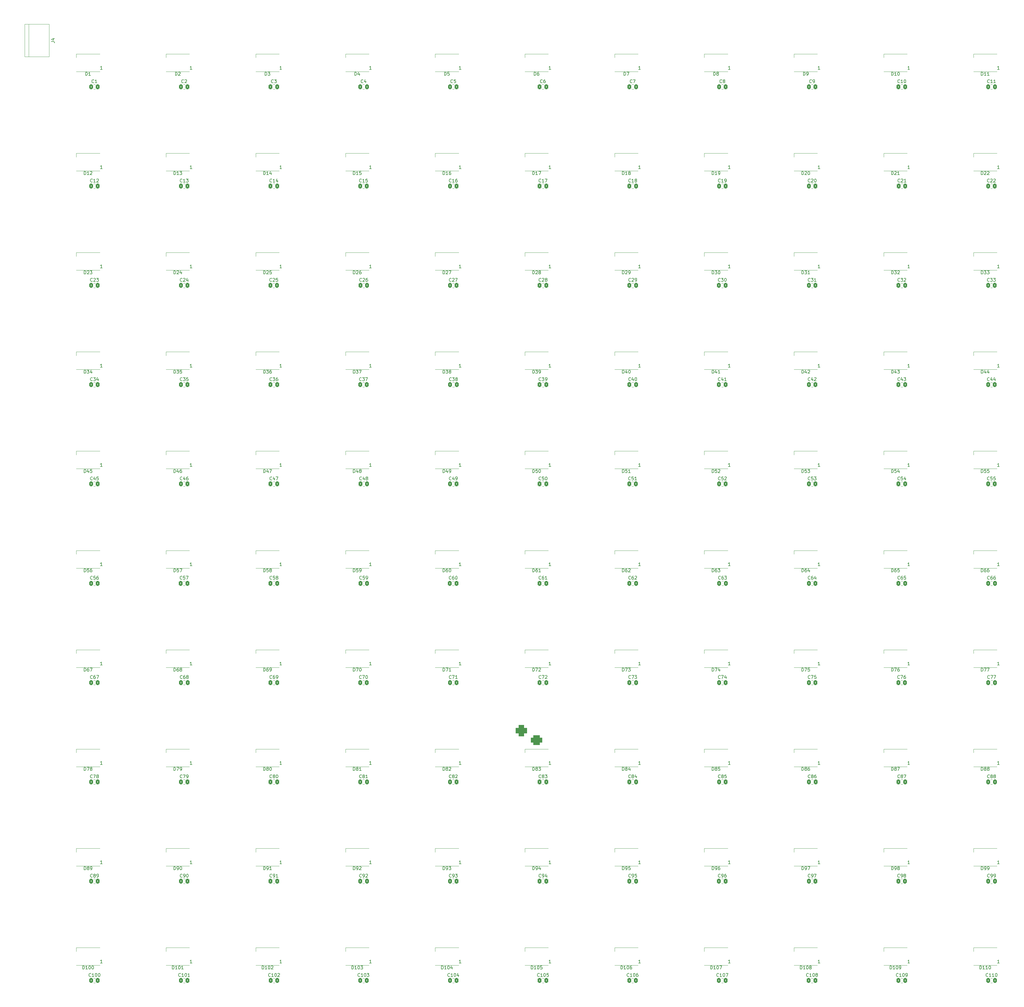
<source format=gto>
%TF.GenerationSoftware,KiCad,Pcbnew,(6.0.2)*%
%TF.CreationDate,2022-03-14T14:46:00+01:00*%
%TF.ProjectId,Wordclock,576f7264-636c-46f6-936b-2e6b69636164,rev?*%
%TF.SameCoordinates,Original*%
%TF.FileFunction,Legend,Top*%
%TF.FilePolarity,Positive*%
%FSLAX46Y46*%
G04 Gerber Fmt 4.6, Leading zero omitted, Abs format (unit mm)*
G04 Created by KiCad (PCBNEW (6.0.2)) date 2022-03-14 14:46:00*
%MOMM*%
%LPD*%
G01*
G04 APERTURE LIST*
G04 Aperture macros list*
%AMRoundRect*
0 Rectangle with rounded corners*
0 $1 Rounding radius*
0 $2 $3 $4 $5 $6 $7 $8 $9 X,Y pos of 4 corners*
0 Add a 4 corners polygon primitive as box body*
4,1,4,$2,$3,$4,$5,$6,$7,$8,$9,$2,$3,0*
0 Add four circle primitives for the rounded corners*
1,1,$1+$1,$2,$3*
1,1,$1+$1,$4,$5*
1,1,$1+$1,$6,$7*
1,1,$1+$1,$8,$9*
0 Add four rect primitives between the rounded corners*
20,1,$1+$1,$2,$3,$4,$5,0*
20,1,$1+$1,$4,$5,$6,$7,0*
20,1,$1+$1,$6,$7,$8,$9,0*
20,1,$1+$1,$8,$9,$2,$3,0*%
G04 Aperture macros list end*
%ADD10C,0.150000*%
%ADD11C,0.120000*%
%ADD12R,3.000000X3.000000*%
%ADD13C,3.000000*%
%ADD14RoundRect,0.250000X-0.337500X-0.475000X0.337500X-0.475000X0.337500X0.475000X-0.337500X0.475000X0*%
%ADD15R,1.500000X1.000000*%
%ADD16C,0.800000*%
%ADD17C,6.400000*%
%ADD18R,3.500000X3.500000*%
%ADD19RoundRect,0.750000X1.000000X-0.750000X1.000000X0.750000X-1.000000X0.750000X-1.000000X-0.750000X0*%
%ADD20RoundRect,0.875000X0.875000X-0.875000X0.875000X0.875000X-0.875000X0.875000X-0.875000X-0.875000X0*%
%ADD21R,1.700000X1.700000*%
%ADD22O,1.700000X1.700000*%
G04 APERTURE END LIST*
D10*
%TO.C,J4*%
X516532380Y-24373333D02*
X517246666Y-24373333D01*
X517389523Y-24420952D01*
X517484761Y-24516190D01*
X517532380Y-24659047D01*
X517532380Y-24754285D01*
X516865714Y-23468571D02*
X517532380Y-23468571D01*
X516484761Y-23706666D02*
X517199047Y-23944761D01*
X517199047Y-23325714D01*
%TO.C,C110*%
X808880952Y-316177142D02*
X808833333Y-316224761D01*
X808690476Y-316272380D01*
X808595238Y-316272380D01*
X808452380Y-316224761D01*
X808357142Y-316129523D01*
X808309523Y-316034285D01*
X808261904Y-315843809D01*
X808261904Y-315700952D01*
X808309523Y-315510476D01*
X808357142Y-315415238D01*
X808452380Y-315320000D01*
X808595238Y-315272380D01*
X808690476Y-315272380D01*
X808833333Y-315320000D01*
X808880952Y-315367619D01*
X809833333Y-316272380D02*
X809261904Y-316272380D01*
X809547619Y-316272380D02*
X809547619Y-315272380D01*
X809452380Y-315415238D01*
X809357142Y-315510476D01*
X809261904Y-315558095D01*
X810785714Y-316272380D02*
X810214285Y-316272380D01*
X810500000Y-316272380D02*
X810500000Y-315272380D01*
X810404761Y-315415238D01*
X810309523Y-315510476D01*
X810214285Y-315558095D01*
X811404761Y-315272380D02*
X811500000Y-315272380D01*
X811595238Y-315320000D01*
X811642857Y-315367619D01*
X811690476Y-315462857D01*
X811738095Y-315653333D01*
X811738095Y-315891428D01*
X811690476Y-316081904D01*
X811642857Y-316177142D01*
X811595238Y-316224761D01*
X811500000Y-316272380D01*
X811404761Y-316272380D01*
X811309523Y-316224761D01*
X811261904Y-316177142D01*
X811214285Y-316081904D01*
X811166666Y-315891428D01*
X811166666Y-315653333D01*
X811214285Y-315462857D01*
X811261904Y-315367619D01*
X811309523Y-315320000D01*
X811404761Y-315272380D01*
%TO.C,C10*%
X781357142Y-37177142D02*
X781309523Y-37224761D01*
X781166666Y-37272380D01*
X781071428Y-37272380D01*
X780928571Y-37224761D01*
X780833333Y-37129523D01*
X780785714Y-37034285D01*
X780738095Y-36843809D01*
X780738095Y-36700952D01*
X780785714Y-36510476D01*
X780833333Y-36415238D01*
X780928571Y-36320000D01*
X781071428Y-36272380D01*
X781166666Y-36272380D01*
X781309523Y-36320000D01*
X781357142Y-36367619D01*
X782309523Y-37272380D02*
X781738095Y-37272380D01*
X782023809Y-37272380D02*
X782023809Y-36272380D01*
X781928571Y-36415238D01*
X781833333Y-36510476D01*
X781738095Y-36558095D01*
X782928571Y-36272380D02*
X783023809Y-36272380D01*
X783119047Y-36320000D01*
X783166666Y-36367619D01*
X783214285Y-36462857D01*
X783261904Y-36653333D01*
X783261904Y-36891428D01*
X783214285Y-37081904D01*
X783166666Y-37177142D01*
X783119047Y-37224761D01*
X783023809Y-37272380D01*
X782928571Y-37272380D01*
X782833333Y-37224761D01*
X782785714Y-37177142D01*
X782738095Y-37081904D01*
X782690476Y-36891428D01*
X782690476Y-36653333D01*
X782738095Y-36462857D01*
X782785714Y-36367619D01*
X782833333Y-36320000D01*
X782928571Y-36272380D01*
%TO.C,C24*%
X557357142Y-99177142D02*
X557309523Y-99224761D01*
X557166666Y-99272380D01*
X557071428Y-99272380D01*
X556928571Y-99224761D01*
X556833333Y-99129523D01*
X556785714Y-99034285D01*
X556738095Y-98843809D01*
X556738095Y-98700952D01*
X556785714Y-98510476D01*
X556833333Y-98415238D01*
X556928571Y-98320000D01*
X557071428Y-98272380D01*
X557166666Y-98272380D01*
X557309523Y-98320000D01*
X557357142Y-98367619D01*
X557738095Y-98367619D02*
X557785714Y-98320000D01*
X557880952Y-98272380D01*
X558119047Y-98272380D01*
X558214285Y-98320000D01*
X558261904Y-98367619D01*
X558309523Y-98462857D01*
X558309523Y-98558095D01*
X558261904Y-98700952D01*
X557690476Y-99272380D01*
X558309523Y-99272380D01*
X559166666Y-98605714D02*
X559166666Y-99272380D01*
X558928571Y-98224761D02*
X558690476Y-98939047D01*
X559309523Y-98939047D01*
%TO.C,D2*%
X555261904Y-34952380D02*
X555261904Y-33952380D01*
X555500000Y-33952380D01*
X555642857Y-34000000D01*
X555738095Y-34095238D01*
X555785714Y-34190476D01*
X555833333Y-34380952D01*
X555833333Y-34523809D01*
X555785714Y-34714285D01*
X555738095Y-34809523D01*
X555642857Y-34904761D01*
X555500000Y-34952380D01*
X555261904Y-34952380D01*
X556214285Y-34047619D02*
X556261904Y-34000000D01*
X556357142Y-33952380D01*
X556595238Y-33952380D01*
X556690476Y-34000000D01*
X556738095Y-34047619D01*
X556785714Y-34142857D01*
X556785714Y-34238095D01*
X556738095Y-34380952D01*
X556166666Y-34952380D01*
X556785714Y-34952380D01*
X560435714Y-33052380D02*
X559864285Y-33052380D01*
X560150000Y-33052380D02*
X560150000Y-32052380D01*
X560054761Y-32195238D01*
X559959523Y-32290476D01*
X559864285Y-32338095D01*
%TO.C,C6*%
X669795833Y-37177142D02*
X669748214Y-37224761D01*
X669605357Y-37272380D01*
X669510119Y-37272380D01*
X669367261Y-37224761D01*
X669272023Y-37129523D01*
X669224404Y-37034285D01*
X669176785Y-36843809D01*
X669176785Y-36700952D01*
X669224404Y-36510476D01*
X669272023Y-36415238D01*
X669367261Y-36320000D01*
X669510119Y-36272380D01*
X669605357Y-36272380D01*
X669748214Y-36320000D01*
X669795833Y-36367619D01*
X670652976Y-36272380D02*
X670462500Y-36272380D01*
X670367261Y-36320000D01*
X670319642Y-36367619D01*
X670224404Y-36510476D01*
X670176785Y-36700952D01*
X670176785Y-37081904D01*
X670224404Y-37177142D01*
X670272023Y-37224761D01*
X670367261Y-37272380D01*
X670557738Y-37272380D01*
X670652976Y-37224761D01*
X670700595Y-37177142D01*
X670748214Y-37081904D01*
X670748214Y-36843809D01*
X670700595Y-36748571D01*
X670652976Y-36700952D01*
X670557738Y-36653333D01*
X670367261Y-36653333D01*
X670272023Y-36700952D01*
X670224404Y-36748571D01*
X670176785Y-36843809D01*
%TO.C,C31*%
X753357142Y-99177142D02*
X753309523Y-99224761D01*
X753166666Y-99272380D01*
X753071428Y-99272380D01*
X752928571Y-99224761D01*
X752833333Y-99129523D01*
X752785714Y-99034285D01*
X752738095Y-98843809D01*
X752738095Y-98700952D01*
X752785714Y-98510476D01*
X752833333Y-98415238D01*
X752928571Y-98320000D01*
X753071428Y-98272380D01*
X753166666Y-98272380D01*
X753309523Y-98320000D01*
X753357142Y-98367619D01*
X753690476Y-98272380D02*
X754309523Y-98272380D01*
X753976190Y-98653333D01*
X754119047Y-98653333D01*
X754214285Y-98700952D01*
X754261904Y-98748571D01*
X754309523Y-98843809D01*
X754309523Y-99081904D01*
X754261904Y-99177142D01*
X754214285Y-99224761D01*
X754119047Y-99272380D01*
X753833333Y-99272380D01*
X753738095Y-99224761D01*
X753690476Y-99177142D01*
X755261904Y-99272380D02*
X754690476Y-99272380D01*
X754976190Y-99272380D02*
X754976190Y-98272380D01*
X754880952Y-98415238D01*
X754785714Y-98510476D01*
X754690476Y-98558095D01*
%TO.C,C40*%
X697357142Y-130177142D02*
X697309523Y-130224761D01*
X697166666Y-130272380D01*
X697071428Y-130272380D01*
X696928571Y-130224761D01*
X696833333Y-130129523D01*
X696785714Y-130034285D01*
X696738095Y-129843809D01*
X696738095Y-129700952D01*
X696785714Y-129510476D01*
X696833333Y-129415238D01*
X696928571Y-129320000D01*
X697071428Y-129272380D01*
X697166666Y-129272380D01*
X697309523Y-129320000D01*
X697357142Y-129367619D01*
X698214285Y-129605714D02*
X698214285Y-130272380D01*
X697976190Y-129224761D02*
X697738095Y-129939047D01*
X698357142Y-129939047D01*
X698928571Y-129272380D02*
X699023809Y-129272380D01*
X699119047Y-129320000D01*
X699166666Y-129367619D01*
X699214285Y-129462857D01*
X699261904Y-129653333D01*
X699261904Y-129891428D01*
X699214285Y-130081904D01*
X699166666Y-130177142D01*
X699119047Y-130224761D01*
X699023809Y-130272380D01*
X698928571Y-130272380D01*
X698833333Y-130224761D01*
X698785714Y-130177142D01*
X698738095Y-130081904D01*
X698690476Y-129891428D01*
X698690476Y-129653333D01*
X698738095Y-129462857D01*
X698785714Y-129367619D01*
X698833333Y-129320000D01*
X698928571Y-129272380D01*
%TO.C,C90*%
X557357142Y-285177142D02*
X557309523Y-285224761D01*
X557166666Y-285272380D01*
X557071428Y-285272380D01*
X556928571Y-285224761D01*
X556833333Y-285129523D01*
X556785714Y-285034285D01*
X556738095Y-284843809D01*
X556738095Y-284700952D01*
X556785714Y-284510476D01*
X556833333Y-284415238D01*
X556928571Y-284320000D01*
X557071428Y-284272380D01*
X557166666Y-284272380D01*
X557309523Y-284320000D01*
X557357142Y-284367619D01*
X557833333Y-285272380D02*
X558023809Y-285272380D01*
X558119047Y-285224761D01*
X558166666Y-285177142D01*
X558261904Y-285034285D01*
X558309523Y-284843809D01*
X558309523Y-284462857D01*
X558261904Y-284367619D01*
X558214285Y-284320000D01*
X558119047Y-284272380D01*
X557928571Y-284272380D01*
X557833333Y-284320000D01*
X557785714Y-284367619D01*
X557738095Y-284462857D01*
X557738095Y-284700952D01*
X557785714Y-284796190D01*
X557833333Y-284843809D01*
X557928571Y-284891428D01*
X558119047Y-284891428D01*
X558214285Y-284843809D01*
X558261904Y-284796190D01*
X558309523Y-284700952D01*
X558928571Y-284272380D02*
X559023809Y-284272380D01*
X559119047Y-284320000D01*
X559166666Y-284367619D01*
X559214285Y-284462857D01*
X559261904Y-284653333D01*
X559261904Y-284891428D01*
X559214285Y-285081904D01*
X559166666Y-285177142D01*
X559119047Y-285224761D01*
X559023809Y-285272380D01*
X558928571Y-285272380D01*
X558833333Y-285224761D01*
X558785714Y-285177142D01*
X558738095Y-285081904D01*
X558690476Y-284891428D01*
X558690476Y-284653333D01*
X558738095Y-284462857D01*
X558785714Y-284367619D01*
X558833333Y-284320000D01*
X558928571Y-284272380D01*
%TO.C,C70*%
X613319642Y-223177142D02*
X613272023Y-223224761D01*
X613129166Y-223272380D01*
X613033928Y-223272380D01*
X612891071Y-223224761D01*
X612795833Y-223129523D01*
X612748214Y-223034285D01*
X612700595Y-222843809D01*
X612700595Y-222700952D01*
X612748214Y-222510476D01*
X612795833Y-222415238D01*
X612891071Y-222320000D01*
X613033928Y-222272380D01*
X613129166Y-222272380D01*
X613272023Y-222320000D01*
X613319642Y-222367619D01*
X613652976Y-222272380D02*
X614319642Y-222272380D01*
X613891071Y-223272380D01*
X614891071Y-222272380D02*
X614986309Y-222272380D01*
X615081547Y-222320000D01*
X615129166Y-222367619D01*
X615176785Y-222462857D01*
X615224404Y-222653333D01*
X615224404Y-222891428D01*
X615176785Y-223081904D01*
X615129166Y-223177142D01*
X615081547Y-223224761D01*
X614986309Y-223272380D01*
X614891071Y-223272380D01*
X614795833Y-223224761D01*
X614748214Y-223177142D01*
X614700595Y-223081904D01*
X614652976Y-222891428D01*
X614652976Y-222653333D01*
X614700595Y-222462857D01*
X614748214Y-222367619D01*
X614795833Y-222320000D01*
X614891071Y-222272380D01*
%TO.C,C62*%
X697357142Y-192177142D02*
X697309523Y-192224761D01*
X697166666Y-192272380D01*
X697071428Y-192272380D01*
X696928571Y-192224761D01*
X696833333Y-192129523D01*
X696785714Y-192034285D01*
X696738095Y-191843809D01*
X696738095Y-191700952D01*
X696785714Y-191510476D01*
X696833333Y-191415238D01*
X696928571Y-191320000D01*
X697071428Y-191272380D01*
X697166666Y-191272380D01*
X697309523Y-191320000D01*
X697357142Y-191367619D01*
X698214285Y-191272380D02*
X698023809Y-191272380D01*
X697928571Y-191320000D01*
X697880952Y-191367619D01*
X697785714Y-191510476D01*
X697738095Y-191700952D01*
X697738095Y-192081904D01*
X697785714Y-192177142D01*
X697833333Y-192224761D01*
X697928571Y-192272380D01*
X698119047Y-192272380D01*
X698214285Y-192224761D01*
X698261904Y-192177142D01*
X698309523Y-192081904D01*
X698309523Y-191843809D01*
X698261904Y-191748571D01*
X698214285Y-191700952D01*
X698119047Y-191653333D01*
X697928571Y-191653333D01*
X697833333Y-191700952D01*
X697785714Y-191748571D01*
X697738095Y-191843809D01*
X698690476Y-191367619D02*
X698738095Y-191320000D01*
X698833333Y-191272380D01*
X699071428Y-191272380D01*
X699166666Y-191320000D01*
X699214285Y-191367619D01*
X699261904Y-191462857D01*
X699261904Y-191558095D01*
X699214285Y-191700952D01*
X698642857Y-192272380D01*
X699261904Y-192272380D01*
%TO.C,C28*%
X669357142Y-99177142D02*
X669309523Y-99224761D01*
X669166666Y-99272380D01*
X669071428Y-99272380D01*
X668928571Y-99224761D01*
X668833333Y-99129523D01*
X668785714Y-99034285D01*
X668738095Y-98843809D01*
X668738095Y-98700952D01*
X668785714Y-98510476D01*
X668833333Y-98415238D01*
X668928571Y-98320000D01*
X669071428Y-98272380D01*
X669166666Y-98272380D01*
X669309523Y-98320000D01*
X669357142Y-98367619D01*
X669738095Y-98367619D02*
X669785714Y-98320000D01*
X669880952Y-98272380D01*
X670119047Y-98272380D01*
X670214285Y-98320000D01*
X670261904Y-98367619D01*
X670309523Y-98462857D01*
X670309523Y-98558095D01*
X670261904Y-98700952D01*
X669690476Y-99272380D01*
X670309523Y-99272380D01*
X670880952Y-98700952D02*
X670785714Y-98653333D01*
X670738095Y-98605714D01*
X670690476Y-98510476D01*
X670690476Y-98462857D01*
X670738095Y-98367619D01*
X670785714Y-98320000D01*
X670880952Y-98272380D01*
X671071428Y-98272380D01*
X671166666Y-98320000D01*
X671214285Y-98367619D01*
X671261904Y-98462857D01*
X671261904Y-98510476D01*
X671214285Y-98605714D01*
X671166666Y-98653333D01*
X671071428Y-98700952D01*
X670880952Y-98700952D01*
X670785714Y-98748571D01*
X670738095Y-98796190D01*
X670690476Y-98891428D01*
X670690476Y-99081904D01*
X670738095Y-99177142D01*
X670785714Y-99224761D01*
X670880952Y-99272380D01*
X671071428Y-99272380D01*
X671166666Y-99224761D01*
X671214285Y-99177142D01*
X671261904Y-99081904D01*
X671261904Y-98891428D01*
X671214285Y-98796190D01*
X671166666Y-98748571D01*
X671071428Y-98700952D01*
%TO.C,D19*%
X722785714Y-65952380D02*
X722785714Y-64952380D01*
X723023809Y-64952380D01*
X723166666Y-65000000D01*
X723261904Y-65095238D01*
X723309523Y-65190476D01*
X723357142Y-65380952D01*
X723357142Y-65523809D01*
X723309523Y-65714285D01*
X723261904Y-65809523D01*
X723166666Y-65904761D01*
X723023809Y-65952380D01*
X722785714Y-65952380D01*
X724309523Y-65952380D02*
X723738095Y-65952380D01*
X724023809Y-65952380D02*
X724023809Y-64952380D01*
X723928571Y-65095238D01*
X723833333Y-65190476D01*
X723738095Y-65238095D01*
X724785714Y-65952380D02*
X724976190Y-65952380D01*
X725071428Y-65904761D01*
X725119047Y-65857142D01*
X725214285Y-65714285D01*
X725261904Y-65523809D01*
X725261904Y-65142857D01*
X725214285Y-65047619D01*
X725166666Y-65000000D01*
X725071428Y-64952380D01*
X724880952Y-64952380D01*
X724785714Y-65000000D01*
X724738095Y-65047619D01*
X724690476Y-65142857D01*
X724690476Y-65380952D01*
X724738095Y-65476190D01*
X724785714Y-65523809D01*
X724880952Y-65571428D01*
X725071428Y-65571428D01*
X725166666Y-65523809D01*
X725214285Y-65476190D01*
X725261904Y-65380952D01*
X728435714Y-64052380D02*
X727864285Y-64052380D01*
X728150000Y-64052380D02*
X728150000Y-63052380D01*
X728054761Y-63195238D01*
X727959523Y-63290476D01*
X727864285Y-63338095D01*
%TO.C,D62*%
X694785714Y-189952380D02*
X694785714Y-188952380D01*
X695023809Y-188952380D01*
X695166666Y-189000000D01*
X695261904Y-189095238D01*
X695309523Y-189190476D01*
X695357142Y-189380952D01*
X695357142Y-189523809D01*
X695309523Y-189714285D01*
X695261904Y-189809523D01*
X695166666Y-189904761D01*
X695023809Y-189952380D01*
X694785714Y-189952380D01*
X696214285Y-188952380D02*
X696023809Y-188952380D01*
X695928571Y-189000000D01*
X695880952Y-189047619D01*
X695785714Y-189190476D01*
X695738095Y-189380952D01*
X695738095Y-189761904D01*
X695785714Y-189857142D01*
X695833333Y-189904761D01*
X695928571Y-189952380D01*
X696119047Y-189952380D01*
X696214285Y-189904761D01*
X696261904Y-189857142D01*
X696309523Y-189761904D01*
X696309523Y-189523809D01*
X696261904Y-189428571D01*
X696214285Y-189380952D01*
X696119047Y-189333333D01*
X695928571Y-189333333D01*
X695833333Y-189380952D01*
X695785714Y-189428571D01*
X695738095Y-189523809D01*
X696690476Y-189047619D02*
X696738095Y-189000000D01*
X696833333Y-188952380D01*
X697071428Y-188952380D01*
X697166666Y-189000000D01*
X697214285Y-189047619D01*
X697261904Y-189142857D01*
X697261904Y-189238095D01*
X697214285Y-189380952D01*
X696642857Y-189952380D01*
X697261904Y-189952380D01*
X700435714Y-188052380D02*
X699864285Y-188052380D01*
X700150000Y-188052380D02*
X700150000Y-187052380D01*
X700054761Y-187195238D01*
X699959523Y-187290476D01*
X699864285Y-187338095D01*
%TO.C,D12*%
X526785714Y-65952380D02*
X526785714Y-64952380D01*
X527023809Y-64952380D01*
X527166666Y-65000000D01*
X527261904Y-65095238D01*
X527309523Y-65190476D01*
X527357142Y-65380952D01*
X527357142Y-65523809D01*
X527309523Y-65714285D01*
X527261904Y-65809523D01*
X527166666Y-65904761D01*
X527023809Y-65952380D01*
X526785714Y-65952380D01*
X528309523Y-65952380D02*
X527738095Y-65952380D01*
X528023809Y-65952380D02*
X528023809Y-64952380D01*
X527928571Y-65095238D01*
X527833333Y-65190476D01*
X527738095Y-65238095D01*
X528690476Y-65047619D02*
X528738095Y-65000000D01*
X528833333Y-64952380D01*
X529071428Y-64952380D01*
X529166666Y-65000000D01*
X529214285Y-65047619D01*
X529261904Y-65142857D01*
X529261904Y-65238095D01*
X529214285Y-65380952D01*
X528642857Y-65952380D01*
X529261904Y-65952380D01*
X532435714Y-64052380D02*
X531864285Y-64052380D01*
X532150000Y-64052380D02*
X532150000Y-63052380D01*
X532054761Y-63195238D01*
X531959523Y-63290476D01*
X531864285Y-63338095D01*
%TO.C,D93*%
X638785714Y-282952380D02*
X638785714Y-281952380D01*
X639023809Y-281952380D01*
X639166666Y-282000000D01*
X639261904Y-282095238D01*
X639309523Y-282190476D01*
X639357142Y-282380952D01*
X639357142Y-282523809D01*
X639309523Y-282714285D01*
X639261904Y-282809523D01*
X639166666Y-282904761D01*
X639023809Y-282952380D01*
X638785714Y-282952380D01*
X639833333Y-282952380D02*
X640023809Y-282952380D01*
X640119047Y-282904761D01*
X640166666Y-282857142D01*
X640261904Y-282714285D01*
X640309523Y-282523809D01*
X640309523Y-282142857D01*
X640261904Y-282047619D01*
X640214285Y-282000000D01*
X640119047Y-281952380D01*
X639928571Y-281952380D01*
X639833333Y-282000000D01*
X639785714Y-282047619D01*
X639738095Y-282142857D01*
X639738095Y-282380952D01*
X639785714Y-282476190D01*
X639833333Y-282523809D01*
X639928571Y-282571428D01*
X640119047Y-282571428D01*
X640214285Y-282523809D01*
X640261904Y-282476190D01*
X640309523Y-282380952D01*
X640642857Y-281952380D02*
X641261904Y-281952380D01*
X640928571Y-282333333D01*
X641071428Y-282333333D01*
X641166666Y-282380952D01*
X641214285Y-282428571D01*
X641261904Y-282523809D01*
X641261904Y-282761904D01*
X641214285Y-282857142D01*
X641166666Y-282904761D01*
X641071428Y-282952380D01*
X640785714Y-282952380D01*
X640690476Y-282904761D01*
X640642857Y-282857142D01*
X644435714Y-281052380D02*
X643864285Y-281052380D01*
X644150000Y-281052380D02*
X644150000Y-280052380D01*
X644054761Y-280195238D01*
X643959523Y-280290476D01*
X643864285Y-280338095D01*
%TO.C,C34*%
X529357142Y-130177142D02*
X529309523Y-130224761D01*
X529166666Y-130272380D01*
X529071428Y-130272380D01*
X528928571Y-130224761D01*
X528833333Y-130129523D01*
X528785714Y-130034285D01*
X528738095Y-129843809D01*
X528738095Y-129700952D01*
X528785714Y-129510476D01*
X528833333Y-129415238D01*
X528928571Y-129320000D01*
X529071428Y-129272380D01*
X529166666Y-129272380D01*
X529309523Y-129320000D01*
X529357142Y-129367619D01*
X529690476Y-129272380D02*
X530309523Y-129272380D01*
X529976190Y-129653333D01*
X530119047Y-129653333D01*
X530214285Y-129700952D01*
X530261904Y-129748571D01*
X530309523Y-129843809D01*
X530309523Y-130081904D01*
X530261904Y-130177142D01*
X530214285Y-130224761D01*
X530119047Y-130272380D01*
X529833333Y-130272380D01*
X529738095Y-130224761D01*
X529690476Y-130177142D01*
X531166666Y-129605714D02*
X531166666Y-130272380D01*
X530928571Y-129224761D02*
X530690476Y-129939047D01*
X531309523Y-129939047D01*
%TO.C,C39*%
X669357142Y-130177142D02*
X669309523Y-130224761D01*
X669166666Y-130272380D01*
X669071428Y-130272380D01*
X668928571Y-130224761D01*
X668833333Y-130129523D01*
X668785714Y-130034285D01*
X668738095Y-129843809D01*
X668738095Y-129700952D01*
X668785714Y-129510476D01*
X668833333Y-129415238D01*
X668928571Y-129320000D01*
X669071428Y-129272380D01*
X669166666Y-129272380D01*
X669309523Y-129320000D01*
X669357142Y-129367619D01*
X669690476Y-129272380D02*
X670309523Y-129272380D01*
X669976190Y-129653333D01*
X670119047Y-129653333D01*
X670214285Y-129700952D01*
X670261904Y-129748571D01*
X670309523Y-129843809D01*
X670309523Y-130081904D01*
X670261904Y-130177142D01*
X670214285Y-130224761D01*
X670119047Y-130272380D01*
X669833333Y-130272380D01*
X669738095Y-130224761D01*
X669690476Y-130177142D01*
X670785714Y-130272380D02*
X670976190Y-130272380D01*
X671071428Y-130224761D01*
X671119047Y-130177142D01*
X671214285Y-130034285D01*
X671261904Y-129843809D01*
X671261904Y-129462857D01*
X671214285Y-129367619D01*
X671166666Y-129320000D01*
X671071428Y-129272380D01*
X670880952Y-129272380D01*
X670785714Y-129320000D01*
X670738095Y-129367619D01*
X670690476Y-129462857D01*
X670690476Y-129700952D01*
X670738095Y-129796190D01*
X670785714Y-129843809D01*
X670880952Y-129891428D01*
X671071428Y-129891428D01*
X671166666Y-129843809D01*
X671214285Y-129796190D01*
X671261904Y-129700952D01*
%TO.C,D7*%
X695261904Y-34952380D02*
X695261904Y-33952380D01*
X695500000Y-33952380D01*
X695642857Y-34000000D01*
X695738095Y-34095238D01*
X695785714Y-34190476D01*
X695833333Y-34380952D01*
X695833333Y-34523809D01*
X695785714Y-34714285D01*
X695738095Y-34809523D01*
X695642857Y-34904761D01*
X695500000Y-34952380D01*
X695261904Y-34952380D01*
X696166666Y-33952380D02*
X696833333Y-33952380D01*
X696404761Y-34952380D01*
X700435714Y-33052380D02*
X699864285Y-33052380D01*
X700150000Y-33052380D02*
X700150000Y-32052380D01*
X700054761Y-32195238D01*
X699959523Y-32290476D01*
X699864285Y-32338095D01*
%TO.C,D98*%
X778785714Y-282952380D02*
X778785714Y-281952380D01*
X779023809Y-281952380D01*
X779166666Y-282000000D01*
X779261904Y-282095238D01*
X779309523Y-282190476D01*
X779357142Y-282380952D01*
X779357142Y-282523809D01*
X779309523Y-282714285D01*
X779261904Y-282809523D01*
X779166666Y-282904761D01*
X779023809Y-282952380D01*
X778785714Y-282952380D01*
X779833333Y-282952380D02*
X780023809Y-282952380D01*
X780119047Y-282904761D01*
X780166666Y-282857142D01*
X780261904Y-282714285D01*
X780309523Y-282523809D01*
X780309523Y-282142857D01*
X780261904Y-282047619D01*
X780214285Y-282000000D01*
X780119047Y-281952380D01*
X779928571Y-281952380D01*
X779833333Y-282000000D01*
X779785714Y-282047619D01*
X779738095Y-282142857D01*
X779738095Y-282380952D01*
X779785714Y-282476190D01*
X779833333Y-282523809D01*
X779928571Y-282571428D01*
X780119047Y-282571428D01*
X780214285Y-282523809D01*
X780261904Y-282476190D01*
X780309523Y-282380952D01*
X780880952Y-282380952D02*
X780785714Y-282333333D01*
X780738095Y-282285714D01*
X780690476Y-282190476D01*
X780690476Y-282142857D01*
X780738095Y-282047619D01*
X780785714Y-282000000D01*
X780880952Y-281952380D01*
X781071428Y-281952380D01*
X781166666Y-282000000D01*
X781214285Y-282047619D01*
X781261904Y-282142857D01*
X781261904Y-282190476D01*
X781214285Y-282285714D01*
X781166666Y-282333333D01*
X781071428Y-282380952D01*
X780880952Y-282380952D01*
X780785714Y-282428571D01*
X780738095Y-282476190D01*
X780690476Y-282571428D01*
X780690476Y-282761904D01*
X780738095Y-282857142D01*
X780785714Y-282904761D01*
X780880952Y-282952380D01*
X781071428Y-282952380D01*
X781166666Y-282904761D01*
X781214285Y-282857142D01*
X781261904Y-282761904D01*
X781261904Y-282571428D01*
X781214285Y-282476190D01*
X781166666Y-282428571D01*
X781071428Y-282380952D01*
X784435714Y-281052380D02*
X783864285Y-281052380D01*
X784150000Y-281052380D02*
X784150000Y-280052380D01*
X784054761Y-280195238D01*
X783959523Y-280290476D01*
X783864285Y-280338095D01*
%TO.C,D39*%
X666785714Y-127952380D02*
X666785714Y-126952380D01*
X667023809Y-126952380D01*
X667166666Y-127000000D01*
X667261904Y-127095238D01*
X667309523Y-127190476D01*
X667357142Y-127380952D01*
X667357142Y-127523809D01*
X667309523Y-127714285D01*
X667261904Y-127809523D01*
X667166666Y-127904761D01*
X667023809Y-127952380D01*
X666785714Y-127952380D01*
X667690476Y-126952380D02*
X668309523Y-126952380D01*
X667976190Y-127333333D01*
X668119047Y-127333333D01*
X668214285Y-127380952D01*
X668261904Y-127428571D01*
X668309523Y-127523809D01*
X668309523Y-127761904D01*
X668261904Y-127857142D01*
X668214285Y-127904761D01*
X668119047Y-127952380D01*
X667833333Y-127952380D01*
X667738095Y-127904761D01*
X667690476Y-127857142D01*
X668785714Y-127952380D02*
X668976190Y-127952380D01*
X669071428Y-127904761D01*
X669119047Y-127857142D01*
X669214285Y-127714285D01*
X669261904Y-127523809D01*
X669261904Y-127142857D01*
X669214285Y-127047619D01*
X669166666Y-127000000D01*
X669071428Y-126952380D01*
X668880952Y-126952380D01*
X668785714Y-127000000D01*
X668738095Y-127047619D01*
X668690476Y-127142857D01*
X668690476Y-127380952D01*
X668738095Y-127476190D01*
X668785714Y-127523809D01*
X668880952Y-127571428D01*
X669071428Y-127571428D01*
X669166666Y-127523809D01*
X669214285Y-127476190D01*
X669261904Y-127380952D01*
X672435714Y-126052380D02*
X671864285Y-126052380D01*
X672150000Y-126052380D02*
X672150000Y-125052380D01*
X672054761Y-125195238D01*
X671959523Y-125290476D01*
X671864285Y-125338095D01*
%TO.C,C79*%
X557357142Y-254177142D02*
X557309523Y-254224761D01*
X557166666Y-254272380D01*
X557071428Y-254272380D01*
X556928571Y-254224761D01*
X556833333Y-254129523D01*
X556785714Y-254034285D01*
X556738095Y-253843809D01*
X556738095Y-253700952D01*
X556785714Y-253510476D01*
X556833333Y-253415238D01*
X556928571Y-253320000D01*
X557071428Y-253272380D01*
X557166666Y-253272380D01*
X557309523Y-253320000D01*
X557357142Y-253367619D01*
X557690476Y-253272380D02*
X558357142Y-253272380D01*
X557928571Y-254272380D01*
X558785714Y-254272380D02*
X558976190Y-254272380D01*
X559071428Y-254224761D01*
X559119047Y-254177142D01*
X559214285Y-254034285D01*
X559261904Y-253843809D01*
X559261904Y-253462857D01*
X559214285Y-253367619D01*
X559166666Y-253320000D01*
X559071428Y-253272380D01*
X558880952Y-253272380D01*
X558785714Y-253320000D01*
X558738095Y-253367619D01*
X558690476Y-253462857D01*
X558690476Y-253700952D01*
X558738095Y-253796190D01*
X558785714Y-253843809D01*
X558880952Y-253891428D01*
X559071428Y-253891428D01*
X559166666Y-253843809D01*
X559214285Y-253796190D01*
X559261904Y-253700952D01*
%TO.C,D26*%
X610785714Y-96952380D02*
X610785714Y-95952380D01*
X611023809Y-95952380D01*
X611166666Y-96000000D01*
X611261904Y-96095238D01*
X611309523Y-96190476D01*
X611357142Y-96380952D01*
X611357142Y-96523809D01*
X611309523Y-96714285D01*
X611261904Y-96809523D01*
X611166666Y-96904761D01*
X611023809Y-96952380D01*
X610785714Y-96952380D01*
X611738095Y-96047619D02*
X611785714Y-96000000D01*
X611880952Y-95952380D01*
X612119047Y-95952380D01*
X612214285Y-96000000D01*
X612261904Y-96047619D01*
X612309523Y-96142857D01*
X612309523Y-96238095D01*
X612261904Y-96380952D01*
X611690476Y-96952380D01*
X612309523Y-96952380D01*
X613166666Y-95952380D02*
X612976190Y-95952380D01*
X612880952Y-96000000D01*
X612833333Y-96047619D01*
X612738095Y-96190476D01*
X612690476Y-96380952D01*
X612690476Y-96761904D01*
X612738095Y-96857142D01*
X612785714Y-96904761D01*
X612880952Y-96952380D01*
X613071428Y-96952380D01*
X613166666Y-96904761D01*
X613214285Y-96857142D01*
X613261904Y-96761904D01*
X613261904Y-96523809D01*
X613214285Y-96428571D01*
X613166666Y-96380952D01*
X613071428Y-96333333D01*
X612880952Y-96333333D01*
X612785714Y-96380952D01*
X612738095Y-96428571D01*
X612690476Y-96523809D01*
X616435714Y-95052380D02*
X615864285Y-95052380D01*
X616150000Y-95052380D02*
X616150000Y-94052380D01*
X616054761Y-94195238D01*
X615959523Y-94290476D01*
X615864285Y-94338095D01*
%TO.C,C60*%
X641319642Y-192177142D02*
X641272023Y-192224761D01*
X641129166Y-192272380D01*
X641033928Y-192272380D01*
X640891071Y-192224761D01*
X640795833Y-192129523D01*
X640748214Y-192034285D01*
X640700595Y-191843809D01*
X640700595Y-191700952D01*
X640748214Y-191510476D01*
X640795833Y-191415238D01*
X640891071Y-191320000D01*
X641033928Y-191272380D01*
X641129166Y-191272380D01*
X641272023Y-191320000D01*
X641319642Y-191367619D01*
X642176785Y-191272380D02*
X641986309Y-191272380D01*
X641891071Y-191320000D01*
X641843452Y-191367619D01*
X641748214Y-191510476D01*
X641700595Y-191700952D01*
X641700595Y-192081904D01*
X641748214Y-192177142D01*
X641795833Y-192224761D01*
X641891071Y-192272380D01*
X642081547Y-192272380D01*
X642176785Y-192224761D01*
X642224404Y-192177142D01*
X642272023Y-192081904D01*
X642272023Y-191843809D01*
X642224404Y-191748571D01*
X642176785Y-191700952D01*
X642081547Y-191653333D01*
X641891071Y-191653333D01*
X641795833Y-191700952D01*
X641748214Y-191748571D01*
X641700595Y-191843809D01*
X642891071Y-191272380D02*
X642986309Y-191272380D01*
X643081547Y-191320000D01*
X643129166Y-191367619D01*
X643176785Y-191462857D01*
X643224404Y-191653333D01*
X643224404Y-191891428D01*
X643176785Y-192081904D01*
X643129166Y-192177142D01*
X643081547Y-192224761D01*
X642986309Y-192272380D01*
X642891071Y-192272380D01*
X642795833Y-192224761D01*
X642748214Y-192177142D01*
X642700595Y-192081904D01*
X642652976Y-191891428D01*
X642652976Y-191653333D01*
X642700595Y-191462857D01*
X642748214Y-191367619D01*
X642795833Y-191320000D01*
X642891071Y-191272380D01*
%TO.C,C76*%
X781319642Y-223177142D02*
X781272023Y-223224761D01*
X781129166Y-223272380D01*
X781033928Y-223272380D01*
X780891071Y-223224761D01*
X780795833Y-223129523D01*
X780748214Y-223034285D01*
X780700595Y-222843809D01*
X780700595Y-222700952D01*
X780748214Y-222510476D01*
X780795833Y-222415238D01*
X780891071Y-222320000D01*
X781033928Y-222272380D01*
X781129166Y-222272380D01*
X781272023Y-222320000D01*
X781319642Y-222367619D01*
X781652976Y-222272380D02*
X782319642Y-222272380D01*
X781891071Y-223272380D01*
X783129166Y-222272380D02*
X782938690Y-222272380D01*
X782843452Y-222320000D01*
X782795833Y-222367619D01*
X782700595Y-222510476D01*
X782652976Y-222700952D01*
X782652976Y-223081904D01*
X782700595Y-223177142D01*
X782748214Y-223224761D01*
X782843452Y-223272380D01*
X783033928Y-223272380D01*
X783129166Y-223224761D01*
X783176785Y-223177142D01*
X783224404Y-223081904D01*
X783224404Y-222843809D01*
X783176785Y-222748571D01*
X783129166Y-222700952D01*
X783033928Y-222653333D01*
X782843452Y-222653333D01*
X782748214Y-222700952D01*
X782700595Y-222748571D01*
X782652976Y-222843809D01*
%TO.C,C17*%
X669357142Y-68177142D02*
X669309523Y-68224761D01*
X669166666Y-68272380D01*
X669071428Y-68272380D01*
X668928571Y-68224761D01*
X668833333Y-68129523D01*
X668785714Y-68034285D01*
X668738095Y-67843809D01*
X668738095Y-67700952D01*
X668785714Y-67510476D01*
X668833333Y-67415238D01*
X668928571Y-67320000D01*
X669071428Y-67272380D01*
X669166666Y-67272380D01*
X669309523Y-67320000D01*
X669357142Y-67367619D01*
X670309523Y-68272380D02*
X669738095Y-68272380D01*
X670023809Y-68272380D02*
X670023809Y-67272380D01*
X669928571Y-67415238D01*
X669833333Y-67510476D01*
X669738095Y-67558095D01*
X670642857Y-67272380D02*
X671309523Y-67272380D01*
X670880952Y-68272380D01*
%TO.C,D77*%
X806785714Y-220952380D02*
X806785714Y-219952380D01*
X807023809Y-219952380D01*
X807166666Y-220000000D01*
X807261904Y-220095238D01*
X807309523Y-220190476D01*
X807357142Y-220380952D01*
X807357142Y-220523809D01*
X807309523Y-220714285D01*
X807261904Y-220809523D01*
X807166666Y-220904761D01*
X807023809Y-220952380D01*
X806785714Y-220952380D01*
X807690476Y-219952380D02*
X808357142Y-219952380D01*
X807928571Y-220952380D01*
X808642857Y-219952380D02*
X809309523Y-219952380D01*
X808880952Y-220952380D01*
X812435714Y-219052380D02*
X811864285Y-219052380D01*
X812150000Y-219052380D02*
X812150000Y-218052380D01*
X812054761Y-218195238D01*
X811959523Y-218290476D01*
X811864285Y-218338095D01*
%TO.C,D42*%
X750785714Y-127952380D02*
X750785714Y-126952380D01*
X751023809Y-126952380D01*
X751166666Y-127000000D01*
X751261904Y-127095238D01*
X751309523Y-127190476D01*
X751357142Y-127380952D01*
X751357142Y-127523809D01*
X751309523Y-127714285D01*
X751261904Y-127809523D01*
X751166666Y-127904761D01*
X751023809Y-127952380D01*
X750785714Y-127952380D01*
X752214285Y-127285714D02*
X752214285Y-127952380D01*
X751976190Y-126904761D02*
X751738095Y-127619047D01*
X752357142Y-127619047D01*
X752690476Y-127047619D02*
X752738095Y-127000000D01*
X752833333Y-126952380D01*
X753071428Y-126952380D01*
X753166666Y-127000000D01*
X753214285Y-127047619D01*
X753261904Y-127142857D01*
X753261904Y-127238095D01*
X753214285Y-127380952D01*
X752642857Y-127952380D01*
X753261904Y-127952380D01*
X756435714Y-126052380D02*
X755864285Y-126052380D01*
X756150000Y-126052380D02*
X756150000Y-125052380D01*
X756054761Y-125195238D01*
X755959523Y-125290476D01*
X755864285Y-125338095D01*
%TO.C,C77*%
X809394642Y-223177142D02*
X809347023Y-223224761D01*
X809204166Y-223272380D01*
X809108928Y-223272380D01*
X808966071Y-223224761D01*
X808870833Y-223129523D01*
X808823214Y-223034285D01*
X808775595Y-222843809D01*
X808775595Y-222700952D01*
X808823214Y-222510476D01*
X808870833Y-222415238D01*
X808966071Y-222320000D01*
X809108928Y-222272380D01*
X809204166Y-222272380D01*
X809347023Y-222320000D01*
X809394642Y-222367619D01*
X809727976Y-222272380D02*
X810394642Y-222272380D01*
X809966071Y-223272380D01*
X810680357Y-222272380D02*
X811347023Y-222272380D01*
X810918452Y-223272380D01*
%TO.C,D46*%
X554785714Y-158952380D02*
X554785714Y-157952380D01*
X555023809Y-157952380D01*
X555166666Y-158000000D01*
X555261904Y-158095238D01*
X555309523Y-158190476D01*
X555357142Y-158380952D01*
X555357142Y-158523809D01*
X555309523Y-158714285D01*
X555261904Y-158809523D01*
X555166666Y-158904761D01*
X555023809Y-158952380D01*
X554785714Y-158952380D01*
X556214285Y-158285714D02*
X556214285Y-158952380D01*
X555976190Y-157904761D02*
X555738095Y-158619047D01*
X556357142Y-158619047D01*
X557166666Y-157952380D02*
X556976190Y-157952380D01*
X556880952Y-158000000D01*
X556833333Y-158047619D01*
X556738095Y-158190476D01*
X556690476Y-158380952D01*
X556690476Y-158761904D01*
X556738095Y-158857142D01*
X556785714Y-158904761D01*
X556880952Y-158952380D01*
X557071428Y-158952380D01*
X557166666Y-158904761D01*
X557214285Y-158857142D01*
X557261904Y-158761904D01*
X557261904Y-158523809D01*
X557214285Y-158428571D01*
X557166666Y-158380952D01*
X557071428Y-158333333D01*
X556880952Y-158333333D01*
X556785714Y-158380952D01*
X556738095Y-158428571D01*
X556690476Y-158523809D01*
X560435714Y-157052380D02*
X559864285Y-157052380D01*
X560150000Y-157052380D02*
X560150000Y-156052380D01*
X560054761Y-156195238D01*
X559959523Y-156290476D01*
X559864285Y-156338095D01*
%TO.C,D27*%
X638785714Y-96952380D02*
X638785714Y-95952380D01*
X639023809Y-95952380D01*
X639166666Y-96000000D01*
X639261904Y-96095238D01*
X639309523Y-96190476D01*
X639357142Y-96380952D01*
X639357142Y-96523809D01*
X639309523Y-96714285D01*
X639261904Y-96809523D01*
X639166666Y-96904761D01*
X639023809Y-96952380D01*
X638785714Y-96952380D01*
X639738095Y-96047619D02*
X639785714Y-96000000D01*
X639880952Y-95952380D01*
X640119047Y-95952380D01*
X640214285Y-96000000D01*
X640261904Y-96047619D01*
X640309523Y-96142857D01*
X640309523Y-96238095D01*
X640261904Y-96380952D01*
X639690476Y-96952380D01*
X640309523Y-96952380D01*
X640642857Y-95952380D02*
X641309523Y-95952380D01*
X640880952Y-96952380D01*
X644435714Y-95052380D02*
X643864285Y-95052380D01*
X644150000Y-95052380D02*
X644150000Y-94052380D01*
X644054761Y-94195238D01*
X643959523Y-94290476D01*
X643864285Y-94338095D01*
%TO.C,D43*%
X778785714Y-127952380D02*
X778785714Y-126952380D01*
X779023809Y-126952380D01*
X779166666Y-127000000D01*
X779261904Y-127095238D01*
X779309523Y-127190476D01*
X779357142Y-127380952D01*
X779357142Y-127523809D01*
X779309523Y-127714285D01*
X779261904Y-127809523D01*
X779166666Y-127904761D01*
X779023809Y-127952380D01*
X778785714Y-127952380D01*
X780214285Y-127285714D02*
X780214285Y-127952380D01*
X779976190Y-126904761D02*
X779738095Y-127619047D01*
X780357142Y-127619047D01*
X780642857Y-126952380D02*
X781261904Y-126952380D01*
X780928571Y-127333333D01*
X781071428Y-127333333D01*
X781166666Y-127380952D01*
X781214285Y-127428571D01*
X781261904Y-127523809D01*
X781261904Y-127761904D01*
X781214285Y-127857142D01*
X781166666Y-127904761D01*
X781071428Y-127952380D01*
X780785714Y-127952380D01*
X780690476Y-127904761D01*
X780642857Y-127857142D01*
X784435714Y-126052380D02*
X783864285Y-126052380D01*
X784150000Y-126052380D02*
X784150000Y-125052380D01*
X784054761Y-125195238D01*
X783959523Y-125290476D01*
X783864285Y-125338095D01*
%TO.C,D86*%
X750785714Y-251952380D02*
X750785714Y-250952380D01*
X751023809Y-250952380D01*
X751166666Y-251000000D01*
X751261904Y-251095238D01*
X751309523Y-251190476D01*
X751357142Y-251380952D01*
X751357142Y-251523809D01*
X751309523Y-251714285D01*
X751261904Y-251809523D01*
X751166666Y-251904761D01*
X751023809Y-251952380D01*
X750785714Y-251952380D01*
X751928571Y-251380952D02*
X751833333Y-251333333D01*
X751785714Y-251285714D01*
X751738095Y-251190476D01*
X751738095Y-251142857D01*
X751785714Y-251047619D01*
X751833333Y-251000000D01*
X751928571Y-250952380D01*
X752119047Y-250952380D01*
X752214285Y-251000000D01*
X752261904Y-251047619D01*
X752309523Y-251142857D01*
X752309523Y-251190476D01*
X752261904Y-251285714D01*
X752214285Y-251333333D01*
X752119047Y-251380952D01*
X751928571Y-251380952D01*
X751833333Y-251428571D01*
X751785714Y-251476190D01*
X751738095Y-251571428D01*
X751738095Y-251761904D01*
X751785714Y-251857142D01*
X751833333Y-251904761D01*
X751928571Y-251952380D01*
X752119047Y-251952380D01*
X752214285Y-251904761D01*
X752261904Y-251857142D01*
X752309523Y-251761904D01*
X752309523Y-251571428D01*
X752261904Y-251476190D01*
X752214285Y-251428571D01*
X752119047Y-251380952D01*
X753166666Y-250952380D02*
X752976190Y-250952380D01*
X752880952Y-251000000D01*
X752833333Y-251047619D01*
X752738095Y-251190476D01*
X752690476Y-251380952D01*
X752690476Y-251761904D01*
X752738095Y-251857142D01*
X752785714Y-251904761D01*
X752880952Y-251952380D01*
X753071428Y-251952380D01*
X753166666Y-251904761D01*
X753214285Y-251857142D01*
X753261904Y-251761904D01*
X753261904Y-251523809D01*
X753214285Y-251428571D01*
X753166666Y-251380952D01*
X753071428Y-251333333D01*
X752880952Y-251333333D01*
X752785714Y-251380952D01*
X752738095Y-251428571D01*
X752690476Y-251523809D01*
X756435714Y-250052380D02*
X755864285Y-250052380D01*
X756150000Y-250052380D02*
X756150000Y-249052380D01*
X756054761Y-249195238D01*
X755959523Y-249290476D01*
X755864285Y-249338095D01*
%TO.C,C21*%
X781394642Y-68177142D02*
X781347023Y-68224761D01*
X781204166Y-68272380D01*
X781108928Y-68272380D01*
X780966071Y-68224761D01*
X780870833Y-68129523D01*
X780823214Y-68034285D01*
X780775595Y-67843809D01*
X780775595Y-67700952D01*
X780823214Y-67510476D01*
X780870833Y-67415238D01*
X780966071Y-67320000D01*
X781108928Y-67272380D01*
X781204166Y-67272380D01*
X781347023Y-67320000D01*
X781394642Y-67367619D01*
X781775595Y-67367619D02*
X781823214Y-67320000D01*
X781918452Y-67272380D01*
X782156547Y-67272380D01*
X782251785Y-67320000D01*
X782299404Y-67367619D01*
X782347023Y-67462857D01*
X782347023Y-67558095D01*
X782299404Y-67700952D01*
X781727976Y-68272380D01*
X782347023Y-68272380D01*
X783299404Y-68272380D02*
X782727976Y-68272380D01*
X783013690Y-68272380D02*
X783013690Y-67272380D01*
X782918452Y-67415238D01*
X782823214Y-67510476D01*
X782727976Y-67558095D01*
%TO.C,D75*%
X750785714Y-220952380D02*
X750785714Y-219952380D01*
X751023809Y-219952380D01*
X751166666Y-220000000D01*
X751261904Y-220095238D01*
X751309523Y-220190476D01*
X751357142Y-220380952D01*
X751357142Y-220523809D01*
X751309523Y-220714285D01*
X751261904Y-220809523D01*
X751166666Y-220904761D01*
X751023809Y-220952380D01*
X750785714Y-220952380D01*
X751690476Y-219952380D02*
X752357142Y-219952380D01*
X751928571Y-220952380D01*
X753214285Y-219952380D02*
X752738095Y-219952380D01*
X752690476Y-220428571D01*
X752738095Y-220380952D01*
X752833333Y-220333333D01*
X753071428Y-220333333D01*
X753166666Y-220380952D01*
X753214285Y-220428571D01*
X753261904Y-220523809D01*
X753261904Y-220761904D01*
X753214285Y-220857142D01*
X753166666Y-220904761D01*
X753071428Y-220952380D01*
X752833333Y-220952380D01*
X752738095Y-220904761D01*
X752690476Y-220857142D01*
X756435714Y-219052380D02*
X755864285Y-219052380D01*
X756150000Y-219052380D02*
X756150000Y-218052380D01*
X756054761Y-218195238D01*
X755959523Y-218290476D01*
X755864285Y-218338095D01*
%TO.C,C53*%
X753357142Y-161177142D02*
X753309523Y-161224761D01*
X753166666Y-161272380D01*
X753071428Y-161272380D01*
X752928571Y-161224761D01*
X752833333Y-161129523D01*
X752785714Y-161034285D01*
X752738095Y-160843809D01*
X752738095Y-160700952D01*
X752785714Y-160510476D01*
X752833333Y-160415238D01*
X752928571Y-160320000D01*
X753071428Y-160272380D01*
X753166666Y-160272380D01*
X753309523Y-160320000D01*
X753357142Y-160367619D01*
X754261904Y-160272380D02*
X753785714Y-160272380D01*
X753738095Y-160748571D01*
X753785714Y-160700952D01*
X753880952Y-160653333D01*
X754119047Y-160653333D01*
X754214285Y-160700952D01*
X754261904Y-160748571D01*
X754309523Y-160843809D01*
X754309523Y-161081904D01*
X754261904Y-161177142D01*
X754214285Y-161224761D01*
X754119047Y-161272380D01*
X753880952Y-161272380D01*
X753785714Y-161224761D01*
X753738095Y-161177142D01*
X754642857Y-160272380D02*
X755261904Y-160272380D01*
X754928571Y-160653333D01*
X755071428Y-160653333D01*
X755166666Y-160700952D01*
X755214285Y-160748571D01*
X755261904Y-160843809D01*
X755261904Y-161081904D01*
X755214285Y-161177142D01*
X755166666Y-161224761D01*
X755071428Y-161272380D01*
X754785714Y-161272380D01*
X754690476Y-161224761D01*
X754642857Y-161177142D01*
%TO.C,C26*%
X613394642Y-99177142D02*
X613347023Y-99224761D01*
X613204166Y-99272380D01*
X613108928Y-99272380D01*
X612966071Y-99224761D01*
X612870833Y-99129523D01*
X612823214Y-99034285D01*
X612775595Y-98843809D01*
X612775595Y-98700952D01*
X612823214Y-98510476D01*
X612870833Y-98415238D01*
X612966071Y-98320000D01*
X613108928Y-98272380D01*
X613204166Y-98272380D01*
X613347023Y-98320000D01*
X613394642Y-98367619D01*
X613775595Y-98367619D02*
X613823214Y-98320000D01*
X613918452Y-98272380D01*
X614156547Y-98272380D01*
X614251785Y-98320000D01*
X614299404Y-98367619D01*
X614347023Y-98462857D01*
X614347023Y-98558095D01*
X614299404Y-98700952D01*
X613727976Y-99272380D01*
X614347023Y-99272380D01*
X615204166Y-98272380D02*
X615013690Y-98272380D01*
X614918452Y-98320000D01*
X614870833Y-98367619D01*
X614775595Y-98510476D01*
X614727976Y-98700952D01*
X614727976Y-99081904D01*
X614775595Y-99177142D01*
X614823214Y-99224761D01*
X614918452Y-99272380D01*
X615108928Y-99272380D01*
X615204166Y-99224761D01*
X615251785Y-99177142D01*
X615299404Y-99081904D01*
X615299404Y-98843809D01*
X615251785Y-98748571D01*
X615204166Y-98700952D01*
X615108928Y-98653333D01*
X614918452Y-98653333D01*
X614823214Y-98700952D01*
X614775595Y-98748571D01*
X614727976Y-98843809D01*
%TO.C,D34*%
X526785714Y-127952380D02*
X526785714Y-126952380D01*
X527023809Y-126952380D01*
X527166666Y-127000000D01*
X527261904Y-127095238D01*
X527309523Y-127190476D01*
X527357142Y-127380952D01*
X527357142Y-127523809D01*
X527309523Y-127714285D01*
X527261904Y-127809523D01*
X527166666Y-127904761D01*
X527023809Y-127952380D01*
X526785714Y-127952380D01*
X527690476Y-126952380D02*
X528309523Y-126952380D01*
X527976190Y-127333333D01*
X528119047Y-127333333D01*
X528214285Y-127380952D01*
X528261904Y-127428571D01*
X528309523Y-127523809D01*
X528309523Y-127761904D01*
X528261904Y-127857142D01*
X528214285Y-127904761D01*
X528119047Y-127952380D01*
X527833333Y-127952380D01*
X527738095Y-127904761D01*
X527690476Y-127857142D01*
X529166666Y-127285714D02*
X529166666Y-127952380D01*
X528928571Y-126904761D02*
X528690476Y-127619047D01*
X529309523Y-127619047D01*
X532435714Y-126052380D02*
X531864285Y-126052380D01*
X532150000Y-126052380D02*
X532150000Y-125052380D01*
X532054761Y-125195238D01*
X531959523Y-125290476D01*
X531864285Y-125338095D01*
%TO.C,D38*%
X638785714Y-127952380D02*
X638785714Y-126952380D01*
X639023809Y-126952380D01*
X639166666Y-127000000D01*
X639261904Y-127095238D01*
X639309523Y-127190476D01*
X639357142Y-127380952D01*
X639357142Y-127523809D01*
X639309523Y-127714285D01*
X639261904Y-127809523D01*
X639166666Y-127904761D01*
X639023809Y-127952380D01*
X638785714Y-127952380D01*
X639690476Y-126952380D02*
X640309523Y-126952380D01*
X639976190Y-127333333D01*
X640119047Y-127333333D01*
X640214285Y-127380952D01*
X640261904Y-127428571D01*
X640309523Y-127523809D01*
X640309523Y-127761904D01*
X640261904Y-127857142D01*
X640214285Y-127904761D01*
X640119047Y-127952380D01*
X639833333Y-127952380D01*
X639738095Y-127904761D01*
X639690476Y-127857142D01*
X640880952Y-127380952D02*
X640785714Y-127333333D01*
X640738095Y-127285714D01*
X640690476Y-127190476D01*
X640690476Y-127142857D01*
X640738095Y-127047619D01*
X640785714Y-127000000D01*
X640880952Y-126952380D01*
X641071428Y-126952380D01*
X641166666Y-127000000D01*
X641214285Y-127047619D01*
X641261904Y-127142857D01*
X641261904Y-127190476D01*
X641214285Y-127285714D01*
X641166666Y-127333333D01*
X641071428Y-127380952D01*
X640880952Y-127380952D01*
X640785714Y-127428571D01*
X640738095Y-127476190D01*
X640690476Y-127571428D01*
X640690476Y-127761904D01*
X640738095Y-127857142D01*
X640785714Y-127904761D01*
X640880952Y-127952380D01*
X641071428Y-127952380D01*
X641166666Y-127904761D01*
X641214285Y-127857142D01*
X641261904Y-127761904D01*
X641261904Y-127571428D01*
X641214285Y-127476190D01*
X641166666Y-127428571D01*
X641071428Y-127380952D01*
X644435714Y-126052380D02*
X643864285Y-126052380D01*
X644150000Y-126052380D02*
X644150000Y-125052380D01*
X644054761Y-125195238D01*
X643959523Y-125290476D01*
X643864285Y-125338095D01*
%TO.C,D25*%
X582785714Y-96952380D02*
X582785714Y-95952380D01*
X583023809Y-95952380D01*
X583166666Y-96000000D01*
X583261904Y-96095238D01*
X583309523Y-96190476D01*
X583357142Y-96380952D01*
X583357142Y-96523809D01*
X583309523Y-96714285D01*
X583261904Y-96809523D01*
X583166666Y-96904761D01*
X583023809Y-96952380D01*
X582785714Y-96952380D01*
X583738095Y-96047619D02*
X583785714Y-96000000D01*
X583880952Y-95952380D01*
X584119047Y-95952380D01*
X584214285Y-96000000D01*
X584261904Y-96047619D01*
X584309523Y-96142857D01*
X584309523Y-96238095D01*
X584261904Y-96380952D01*
X583690476Y-96952380D01*
X584309523Y-96952380D01*
X585214285Y-95952380D02*
X584738095Y-95952380D01*
X584690476Y-96428571D01*
X584738095Y-96380952D01*
X584833333Y-96333333D01*
X585071428Y-96333333D01*
X585166666Y-96380952D01*
X585214285Y-96428571D01*
X585261904Y-96523809D01*
X585261904Y-96761904D01*
X585214285Y-96857142D01*
X585166666Y-96904761D01*
X585071428Y-96952380D01*
X584833333Y-96952380D01*
X584738095Y-96904761D01*
X584690476Y-96857142D01*
X588435714Y-95052380D02*
X587864285Y-95052380D01*
X588150000Y-95052380D02*
X588150000Y-94052380D01*
X588054761Y-94195238D01*
X587959523Y-94290476D01*
X587864285Y-94338095D01*
%TO.C,D69*%
X582785714Y-220952380D02*
X582785714Y-219952380D01*
X583023809Y-219952380D01*
X583166666Y-220000000D01*
X583261904Y-220095238D01*
X583309523Y-220190476D01*
X583357142Y-220380952D01*
X583357142Y-220523809D01*
X583309523Y-220714285D01*
X583261904Y-220809523D01*
X583166666Y-220904761D01*
X583023809Y-220952380D01*
X582785714Y-220952380D01*
X584214285Y-219952380D02*
X584023809Y-219952380D01*
X583928571Y-220000000D01*
X583880952Y-220047619D01*
X583785714Y-220190476D01*
X583738095Y-220380952D01*
X583738095Y-220761904D01*
X583785714Y-220857142D01*
X583833333Y-220904761D01*
X583928571Y-220952380D01*
X584119047Y-220952380D01*
X584214285Y-220904761D01*
X584261904Y-220857142D01*
X584309523Y-220761904D01*
X584309523Y-220523809D01*
X584261904Y-220428571D01*
X584214285Y-220380952D01*
X584119047Y-220333333D01*
X583928571Y-220333333D01*
X583833333Y-220380952D01*
X583785714Y-220428571D01*
X583738095Y-220523809D01*
X584785714Y-220952380D02*
X584976190Y-220952380D01*
X585071428Y-220904761D01*
X585119047Y-220857142D01*
X585214285Y-220714285D01*
X585261904Y-220523809D01*
X585261904Y-220142857D01*
X585214285Y-220047619D01*
X585166666Y-220000000D01*
X585071428Y-219952380D01*
X584880952Y-219952380D01*
X584785714Y-220000000D01*
X584738095Y-220047619D01*
X584690476Y-220142857D01*
X584690476Y-220380952D01*
X584738095Y-220476190D01*
X584785714Y-220523809D01*
X584880952Y-220571428D01*
X585071428Y-220571428D01*
X585166666Y-220523809D01*
X585214285Y-220476190D01*
X585261904Y-220380952D01*
X588435714Y-219052380D02*
X587864285Y-219052380D01*
X588150000Y-219052380D02*
X588150000Y-218052380D01*
X588054761Y-218195238D01*
X587959523Y-218290476D01*
X587864285Y-218338095D01*
%TO.C,D55*%
X806785714Y-158952380D02*
X806785714Y-157952380D01*
X807023809Y-157952380D01*
X807166666Y-158000000D01*
X807261904Y-158095238D01*
X807309523Y-158190476D01*
X807357142Y-158380952D01*
X807357142Y-158523809D01*
X807309523Y-158714285D01*
X807261904Y-158809523D01*
X807166666Y-158904761D01*
X807023809Y-158952380D01*
X806785714Y-158952380D01*
X808261904Y-157952380D02*
X807785714Y-157952380D01*
X807738095Y-158428571D01*
X807785714Y-158380952D01*
X807880952Y-158333333D01*
X808119047Y-158333333D01*
X808214285Y-158380952D01*
X808261904Y-158428571D01*
X808309523Y-158523809D01*
X808309523Y-158761904D01*
X808261904Y-158857142D01*
X808214285Y-158904761D01*
X808119047Y-158952380D01*
X807880952Y-158952380D01*
X807785714Y-158904761D01*
X807738095Y-158857142D01*
X809214285Y-157952380D02*
X808738095Y-157952380D01*
X808690476Y-158428571D01*
X808738095Y-158380952D01*
X808833333Y-158333333D01*
X809071428Y-158333333D01*
X809166666Y-158380952D01*
X809214285Y-158428571D01*
X809261904Y-158523809D01*
X809261904Y-158761904D01*
X809214285Y-158857142D01*
X809166666Y-158904761D01*
X809071428Y-158952380D01*
X808833333Y-158952380D01*
X808738095Y-158904761D01*
X808690476Y-158857142D01*
X812435714Y-157052380D02*
X811864285Y-157052380D01*
X812150000Y-157052380D02*
X812150000Y-156052380D01*
X812054761Y-156195238D01*
X811959523Y-156290476D01*
X811864285Y-156338095D01*
%TO.C,C63*%
X725394642Y-192177142D02*
X725347023Y-192224761D01*
X725204166Y-192272380D01*
X725108928Y-192272380D01*
X724966071Y-192224761D01*
X724870833Y-192129523D01*
X724823214Y-192034285D01*
X724775595Y-191843809D01*
X724775595Y-191700952D01*
X724823214Y-191510476D01*
X724870833Y-191415238D01*
X724966071Y-191320000D01*
X725108928Y-191272380D01*
X725204166Y-191272380D01*
X725347023Y-191320000D01*
X725394642Y-191367619D01*
X726251785Y-191272380D02*
X726061309Y-191272380D01*
X725966071Y-191320000D01*
X725918452Y-191367619D01*
X725823214Y-191510476D01*
X725775595Y-191700952D01*
X725775595Y-192081904D01*
X725823214Y-192177142D01*
X725870833Y-192224761D01*
X725966071Y-192272380D01*
X726156547Y-192272380D01*
X726251785Y-192224761D01*
X726299404Y-192177142D01*
X726347023Y-192081904D01*
X726347023Y-191843809D01*
X726299404Y-191748571D01*
X726251785Y-191700952D01*
X726156547Y-191653333D01*
X725966071Y-191653333D01*
X725870833Y-191700952D01*
X725823214Y-191748571D01*
X725775595Y-191843809D01*
X726680357Y-191272380D02*
X727299404Y-191272380D01*
X726966071Y-191653333D01*
X727108928Y-191653333D01*
X727204166Y-191700952D01*
X727251785Y-191748571D01*
X727299404Y-191843809D01*
X727299404Y-192081904D01*
X727251785Y-192177142D01*
X727204166Y-192224761D01*
X727108928Y-192272380D01*
X726823214Y-192272380D01*
X726727976Y-192224761D01*
X726680357Y-192177142D01*
%TO.C,C29*%
X697357142Y-99177142D02*
X697309523Y-99224761D01*
X697166666Y-99272380D01*
X697071428Y-99272380D01*
X696928571Y-99224761D01*
X696833333Y-99129523D01*
X696785714Y-99034285D01*
X696738095Y-98843809D01*
X696738095Y-98700952D01*
X696785714Y-98510476D01*
X696833333Y-98415238D01*
X696928571Y-98320000D01*
X697071428Y-98272380D01*
X697166666Y-98272380D01*
X697309523Y-98320000D01*
X697357142Y-98367619D01*
X697738095Y-98367619D02*
X697785714Y-98320000D01*
X697880952Y-98272380D01*
X698119047Y-98272380D01*
X698214285Y-98320000D01*
X698261904Y-98367619D01*
X698309523Y-98462857D01*
X698309523Y-98558095D01*
X698261904Y-98700952D01*
X697690476Y-99272380D01*
X698309523Y-99272380D01*
X698785714Y-99272380D02*
X698976190Y-99272380D01*
X699071428Y-99224761D01*
X699119047Y-99177142D01*
X699214285Y-99034285D01*
X699261904Y-98843809D01*
X699261904Y-98462857D01*
X699214285Y-98367619D01*
X699166666Y-98320000D01*
X699071428Y-98272380D01*
X698880952Y-98272380D01*
X698785714Y-98320000D01*
X698738095Y-98367619D01*
X698690476Y-98462857D01*
X698690476Y-98700952D01*
X698738095Y-98796190D01*
X698785714Y-98843809D01*
X698880952Y-98891428D01*
X699071428Y-98891428D01*
X699166666Y-98843809D01*
X699214285Y-98796190D01*
X699261904Y-98700952D01*
%TO.C,C69*%
X585357142Y-223177142D02*
X585309523Y-223224761D01*
X585166666Y-223272380D01*
X585071428Y-223272380D01*
X584928571Y-223224761D01*
X584833333Y-223129523D01*
X584785714Y-223034285D01*
X584738095Y-222843809D01*
X584738095Y-222700952D01*
X584785714Y-222510476D01*
X584833333Y-222415238D01*
X584928571Y-222320000D01*
X585071428Y-222272380D01*
X585166666Y-222272380D01*
X585309523Y-222320000D01*
X585357142Y-222367619D01*
X586214285Y-222272380D02*
X586023809Y-222272380D01*
X585928571Y-222320000D01*
X585880952Y-222367619D01*
X585785714Y-222510476D01*
X585738095Y-222700952D01*
X585738095Y-223081904D01*
X585785714Y-223177142D01*
X585833333Y-223224761D01*
X585928571Y-223272380D01*
X586119047Y-223272380D01*
X586214285Y-223224761D01*
X586261904Y-223177142D01*
X586309523Y-223081904D01*
X586309523Y-222843809D01*
X586261904Y-222748571D01*
X586214285Y-222700952D01*
X586119047Y-222653333D01*
X585928571Y-222653333D01*
X585833333Y-222700952D01*
X585785714Y-222748571D01*
X585738095Y-222843809D01*
X586785714Y-223272380D02*
X586976190Y-223272380D01*
X587071428Y-223224761D01*
X587119047Y-223177142D01*
X587214285Y-223034285D01*
X587261904Y-222843809D01*
X587261904Y-222462857D01*
X587214285Y-222367619D01*
X587166666Y-222320000D01*
X587071428Y-222272380D01*
X586880952Y-222272380D01*
X586785714Y-222320000D01*
X586738095Y-222367619D01*
X586690476Y-222462857D01*
X586690476Y-222700952D01*
X586738095Y-222796190D01*
X586785714Y-222843809D01*
X586880952Y-222891428D01*
X587071428Y-222891428D01*
X587166666Y-222843809D01*
X587214285Y-222796190D01*
X587261904Y-222700952D01*
%TO.C,D15*%
X610785714Y-65952380D02*
X610785714Y-64952380D01*
X611023809Y-64952380D01*
X611166666Y-65000000D01*
X611261904Y-65095238D01*
X611309523Y-65190476D01*
X611357142Y-65380952D01*
X611357142Y-65523809D01*
X611309523Y-65714285D01*
X611261904Y-65809523D01*
X611166666Y-65904761D01*
X611023809Y-65952380D01*
X610785714Y-65952380D01*
X612309523Y-65952380D02*
X611738095Y-65952380D01*
X612023809Y-65952380D02*
X612023809Y-64952380D01*
X611928571Y-65095238D01*
X611833333Y-65190476D01*
X611738095Y-65238095D01*
X613214285Y-64952380D02*
X612738095Y-64952380D01*
X612690476Y-65428571D01*
X612738095Y-65380952D01*
X612833333Y-65333333D01*
X613071428Y-65333333D01*
X613166666Y-65380952D01*
X613214285Y-65428571D01*
X613261904Y-65523809D01*
X613261904Y-65761904D01*
X613214285Y-65857142D01*
X613166666Y-65904761D01*
X613071428Y-65952380D01*
X612833333Y-65952380D01*
X612738095Y-65904761D01*
X612690476Y-65857142D01*
X616435714Y-64052380D02*
X615864285Y-64052380D01*
X616150000Y-64052380D02*
X616150000Y-63052380D01*
X616054761Y-63195238D01*
X615959523Y-63290476D01*
X615864285Y-63338095D01*
%TO.C,C37*%
X613319642Y-130177142D02*
X613272023Y-130224761D01*
X613129166Y-130272380D01*
X613033928Y-130272380D01*
X612891071Y-130224761D01*
X612795833Y-130129523D01*
X612748214Y-130034285D01*
X612700595Y-129843809D01*
X612700595Y-129700952D01*
X612748214Y-129510476D01*
X612795833Y-129415238D01*
X612891071Y-129320000D01*
X613033928Y-129272380D01*
X613129166Y-129272380D01*
X613272023Y-129320000D01*
X613319642Y-129367619D01*
X613652976Y-129272380D02*
X614272023Y-129272380D01*
X613938690Y-129653333D01*
X614081547Y-129653333D01*
X614176785Y-129700952D01*
X614224404Y-129748571D01*
X614272023Y-129843809D01*
X614272023Y-130081904D01*
X614224404Y-130177142D01*
X614176785Y-130224761D01*
X614081547Y-130272380D01*
X613795833Y-130272380D01*
X613700595Y-130224761D01*
X613652976Y-130177142D01*
X614605357Y-129272380D02*
X615272023Y-129272380D01*
X614843452Y-130272380D01*
%TO.C,C81*%
X613357142Y-254177142D02*
X613309523Y-254224761D01*
X613166666Y-254272380D01*
X613071428Y-254272380D01*
X612928571Y-254224761D01*
X612833333Y-254129523D01*
X612785714Y-254034285D01*
X612738095Y-253843809D01*
X612738095Y-253700952D01*
X612785714Y-253510476D01*
X612833333Y-253415238D01*
X612928571Y-253320000D01*
X613071428Y-253272380D01*
X613166666Y-253272380D01*
X613309523Y-253320000D01*
X613357142Y-253367619D01*
X613928571Y-253700952D02*
X613833333Y-253653333D01*
X613785714Y-253605714D01*
X613738095Y-253510476D01*
X613738095Y-253462857D01*
X613785714Y-253367619D01*
X613833333Y-253320000D01*
X613928571Y-253272380D01*
X614119047Y-253272380D01*
X614214285Y-253320000D01*
X614261904Y-253367619D01*
X614309523Y-253462857D01*
X614309523Y-253510476D01*
X614261904Y-253605714D01*
X614214285Y-253653333D01*
X614119047Y-253700952D01*
X613928571Y-253700952D01*
X613833333Y-253748571D01*
X613785714Y-253796190D01*
X613738095Y-253891428D01*
X613738095Y-254081904D01*
X613785714Y-254177142D01*
X613833333Y-254224761D01*
X613928571Y-254272380D01*
X614119047Y-254272380D01*
X614214285Y-254224761D01*
X614261904Y-254177142D01*
X614309523Y-254081904D01*
X614309523Y-253891428D01*
X614261904Y-253796190D01*
X614214285Y-253748571D01*
X614119047Y-253700952D01*
X615261904Y-254272380D02*
X614690476Y-254272380D01*
X614976190Y-254272380D02*
X614976190Y-253272380D01*
X614880952Y-253415238D01*
X614785714Y-253510476D01*
X614690476Y-253558095D01*
%TO.C,D101*%
X554309523Y-313952380D02*
X554309523Y-312952380D01*
X554547619Y-312952380D01*
X554690476Y-313000000D01*
X554785714Y-313095238D01*
X554833333Y-313190476D01*
X554880952Y-313380952D01*
X554880952Y-313523809D01*
X554833333Y-313714285D01*
X554785714Y-313809523D01*
X554690476Y-313904761D01*
X554547619Y-313952380D01*
X554309523Y-313952380D01*
X555833333Y-313952380D02*
X555261904Y-313952380D01*
X555547619Y-313952380D02*
X555547619Y-312952380D01*
X555452380Y-313095238D01*
X555357142Y-313190476D01*
X555261904Y-313238095D01*
X556452380Y-312952380D02*
X556547619Y-312952380D01*
X556642857Y-313000000D01*
X556690476Y-313047619D01*
X556738095Y-313142857D01*
X556785714Y-313333333D01*
X556785714Y-313571428D01*
X556738095Y-313761904D01*
X556690476Y-313857142D01*
X556642857Y-313904761D01*
X556547619Y-313952380D01*
X556452380Y-313952380D01*
X556357142Y-313904761D01*
X556309523Y-313857142D01*
X556261904Y-313761904D01*
X556214285Y-313571428D01*
X556214285Y-313333333D01*
X556261904Y-313142857D01*
X556309523Y-313047619D01*
X556357142Y-313000000D01*
X556452380Y-312952380D01*
X557738095Y-313952380D02*
X557166666Y-313952380D01*
X557452380Y-313952380D02*
X557452380Y-312952380D01*
X557357142Y-313095238D01*
X557261904Y-313190476D01*
X557166666Y-313238095D01*
X560435714Y-312052380D02*
X559864285Y-312052380D01*
X560150000Y-312052380D02*
X560150000Y-311052380D01*
X560054761Y-311195238D01*
X559959523Y-311290476D01*
X559864285Y-311338095D01*
%TO.C,D29*%
X694785714Y-96952380D02*
X694785714Y-95952380D01*
X695023809Y-95952380D01*
X695166666Y-96000000D01*
X695261904Y-96095238D01*
X695309523Y-96190476D01*
X695357142Y-96380952D01*
X695357142Y-96523809D01*
X695309523Y-96714285D01*
X695261904Y-96809523D01*
X695166666Y-96904761D01*
X695023809Y-96952380D01*
X694785714Y-96952380D01*
X695738095Y-96047619D02*
X695785714Y-96000000D01*
X695880952Y-95952380D01*
X696119047Y-95952380D01*
X696214285Y-96000000D01*
X696261904Y-96047619D01*
X696309523Y-96142857D01*
X696309523Y-96238095D01*
X696261904Y-96380952D01*
X695690476Y-96952380D01*
X696309523Y-96952380D01*
X696785714Y-96952380D02*
X696976190Y-96952380D01*
X697071428Y-96904761D01*
X697119047Y-96857142D01*
X697214285Y-96714285D01*
X697261904Y-96523809D01*
X697261904Y-96142857D01*
X697214285Y-96047619D01*
X697166666Y-96000000D01*
X697071428Y-95952380D01*
X696880952Y-95952380D01*
X696785714Y-96000000D01*
X696738095Y-96047619D01*
X696690476Y-96142857D01*
X696690476Y-96380952D01*
X696738095Y-96476190D01*
X696785714Y-96523809D01*
X696880952Y-96571428D01*
X697071428Y-96571428D01*
X697166666Y-96523809D01*
X697214285Y-96476190D01*
X697261904Y-96380952D01*
X700435714Y-95052380D02*
X699864285Y-95052380D01*
X700150000Y-95052380D02*
X700150000Y-94052380D01*
X700054761Y-94195238D01*
X699959523Y-94290476D01*
X699864285Y-94338095D01*
%TO.C,C100*%
X528880952Y-316177142D02*
X528833333Y-316224761D01*
X528690476Y-316272380D01*
X528595238Y-316272380D01*
X528452380Y-316224761D01*
X528357142Y-316129523D01*
X528309523Y-316034285D01*
X528261904Y-315843809D01*
X528261904Y-315700952D01*
X528309523Y-315510476D01*
X528357142Y-315415238D01*
X528452380Y-315320000D01*
X528595238Y-315272380D01*
X528690476Y-315272380D01*
X528833333Y-315320000D01*
X528880952Y-315367619D01*
X529833333Y-316272380D02*
X529261904Y-316272380D01*
X529547619Y-316272380D02*
X529547619Y-315272380D01*
X529452380Y-315415238D01*
X529357142Y-315510476D01*
X529261904Y-315558095D01*
X530452380Y-315272380D02*
X530547619Y-315272380D01*
X530642857Y-315320000D01*
X530690476Y-315367619D01*
X530738095Y-315462857D01*
X530785714Y-315653333D01*
X530785714Y-315891428D01*
X530738095Y-316081904D01*
X530690476Y-316177142D01*
X530642857Y-316224761D01*
X530547619Y-316272380D01*
X530452380Y-316272380D01*
X530357142Y-316224761D01*
X530309523Y-316177142D01*
X530261904Y-316081904D01*
X530214285Y-315891428D01*
X530214285Y-315653333D01*
X530261904Y-315462857D01*
X530309523Y-315367619D01*
X530357142Y-315320000D01*
X530452380Y-315272380D01*
X531404761Y-315272380D02*
X531500000Y-315272380D01*
X531595238Y-315320000D01*
X531642857Y-315367619D01*
X531690476Y-315462857D01*
X531738095Y-315653333D01*
X531738095Y-315891428D01*
X531690476Y-316081904D01*
X531642857Y-316177142D01*
X531595238Y-316224761D01*
X531500000Y-316272380D01*
X531404761Y-316272380D01*
X531309523Y-316224761D01*
X531261904Y-316177142D01*
X531214285Y-316081904D01*
X531166666Y-315891428D01*
X531166666Y-315653333D01*
X531214285Y-315462857D01*
X531261904Y-315367619D01*
X531309523Y-315320000D01*
X531404761Y-315272380D01*
%TO.C,C41*%
X725319642Y-130177142D02*
X725272023Y-130224761D01*
X725129166Y-130272380D01*
X725033928Y-130272380D01*
X724891071Y-130224761D01*
X724795833Y-130129523D01*
X724748214Y-130034285D01*
X724700595Y-129843809D01*
X724700595Y-129700952D01*
X724748214Y-129510476D01*
X724795833Y-129415238D01*
X724891071Y-129320000D01*
X725033928Y-129272380D01*
X725129166Y-129272380D01*
X725272023Y-129320000D01*
X725319642Y-129367619D01*
X726176785Y-129605714D02*
X726176785Y-130272380D01*
X725938690Y-129224761D02*
X725700595Y-129939047D01*
X726319642Y-129939047D01*
X727224404Y-130272380D02*
X726652976Y-130272380D01*
X726938690Y-130272380D02*
X726938690Y-129272380D01*
X726843452Y-129415238D01*
X726748214Y-129510476D01*
X726652976Y-129558095D01*
%TO.C,D24*%
X554785714Y-96952380D02*
X554785714Y-95952380D01*
X555023809Y-95952380D01*
X555166666Y-96000000D01*
X555261904Y-96095238D01*
X555309523Y-96190476D01*
X555357142Y-96380952D01*
X555357142Y-96523809D01*
X555309523Y-96714285D01*
X555261904Y-96809523D01*
X555166666Y-96904761D01*
X555023809Y-96952380D01*
X554785714Y-96952380D01*
X555738095Y-96047619D02*
X555785714Y-96000000D01*
X555880952Y-95952380D01*
X556119047Y-95952380D01*
X556214285Y-96000000D01*
X556261904Y-96047619D01*
X556309523Y-96142857D01*
X556309523Y-96238095D01*
X556261904Y-96380952D01*
X555690476Y-96952380D01*
X556309523Y-96952380D01*
X557166666Y-96285714D02*
X557166666Y-96952380D01*
X556928571Y-95904761D02*
X556690476Y-96619047D01*
X557309523Y-96619047D01*
X560435714Y-95052380D02*
X559864285Y-95052380D01*
X560150000Y-95052380D02*
X560150000Y-94052380D01*
X560054761Y-94195238D01*
X559959523Y-94290476D01*
X559864285Y-94338095D01*
%TO.C,C7*%
X697833333Y-37177142D02*
X697785714Y-37224761D01*
X697642857Y-37272380D01*
X697547619Y-37272380D01*
X697404761Y-37224761D01*
X697309523Y-37129523D01*
X697261904Y-37034285D01*
X697214285Y-36843809D01*
X697214285Y-36700952D01*
X697261904Y-36510476D01*
X697309523Y-36415238D01*
X697404761Y-36320000D01*
X697547619Y-36272380D01*
X697642857Y-36272380D01*
X697785714Y-36320000D01*
X697833333Y-36367619D01*
X698166666Y-36272380D02*
X698833333Y-36272380D01*
X698404761Y-37272380D01*
%TO.C,D68*%
X554785714Y-220952380D02*
X554785714Y-219952380D01*
X555023809Y-219952380D01*
X555166666Y-220000000D01*
X555261904Y-220095238D01*
X555309523Y-220190476D01*
X555357142Y-220380952D01*
X555357142Y-220523809D01*
X555309523Y-220714285D01*
X555261904Y-220809523D01*
X555166666Y-220904761D01*
X555023809Y-220952380D01*
X554785714Y-220952380D01*
X556214285Y-219952380D02*
X556023809Y-219952380D01*
X555928571Y-220000000D01*
X555880952Y-220047619D01*
X555785714Y-220190476D01*
X555738095Y-220380952D01*
X555738095Y-220761904D01*
X555785714Y-220857142D01*
X555833333Y-220904761D01*
X555928571Y-220952380D01*
X556119047Y-220952380D01*
X556214285Y-220904761D01*
X556261904Y-220857142D01*
X556309523Y-220761904D01*
X556309523Y-220523809D01*
X556261904Y-220428571D01*
X556214285Y-220380952D01*
X556119047Y-220333333D01*
X555928571Y-220333333D01*
X555833333Y-220380952D01*
X555785714Y-220428571D01*
X555738095Y-220523809D01*
X556880952Y-220380952D02*
X556785714Y-220333333D01*
X556738095Y-220285714D01*
X556690476Y-220190476D01*
X556690476Y-220142857D01*
X556738095Y-220047619D01*
X556785714Y-220000000D01*
X556880952Y-219952380D01*
X557071428Y-219952380D01*
X557166666Y-220000000D01*
X557214285Y-220047619D01*
X557261904Y-220142857D01*
X557261904Y-220190476D01*
X557214285Y-220285714D01*
X557166666Y-220333333D01*
X557071428Y-220380952D01*
X556880952Y-220380952D01*
X556785714Y-220428571D01*
X556738095Y-220476190D01*
X556690476Y-220571428D01*
X556690476Y-220761904D01*
X556738095Y-220857142D01*
X556785714Y-220904761D01*
X556880952Y-220952380D01*
X557071428Y-220952380D01*
X557166666Y-220904761D01*
X557214285Y-220857142D01*
X557261904Y-220761904D01*
X557261904Y-220571428D01*
X557214285Y-220476190D01*
X557166666Y-220428571D01*
X557071428Y-220380952D01*
X560435714Y-219052380D02*
X559864285Y-219052380D01*
X560150000Y-219052380D02*
X560150000Y-218052380D01*
X560054761Y-218195238D01*
X559959523Y-218290476D01*
X559864285Y-218338095D01*
%TO.C,D90*%
X554785714Y-282952380D02*
X554785714Y-281952380D01*
X555023809Y-281952380D01*
X555166666Y-282000000D01*
X555261904Y-282095238D01*
X555309523Y-282190476D01*
X555357142Y-282380952D01*
X555357142Y-282523809D01*
X555309523Y-282714285D01*
X555261904Y-282809523D01*
X555166666Y-282904761D01*
X555023809Y-282952380D01*
X554785714Y-282952380D01*
X555833333Y-282952380D02*
X556023809Y-282952380D01*
X556119047Y-282904761D01*
X556166666Y-282857142D01*
X556261904Y-282714285D01*
X556309523Y-282523809D01*
X556309523Y-282142857D01*
X556261904Y-282047619D01*
X556214285Y-282000000D01*
X556119047Y-281952380D01*
X555928571Y-281952380D01*
X555833333Y-282000000D01*
X555785714Y-282047619D01*
X555738095Y-282142857D01*
X555738095Y-282380952D01*
X555785714Y-282476190D01*
X555833333Y-282523809D01*
X555928571Y-282571428D01*
X556119047Y-282571428D01*
X556214285Y-282523809D01*
X556261904Y-282476190D01*
X556309523Y-282380952D01*
X556928571Y-281952380D02*
X557023809Y-281952380D01*
X557119047Y-282000000D01*
X557166666Y-282047619D01*
X557214285Y-282142857D01*
X557261904Y-282333333D01*
X557261904Y-282571428D01*
X557214285Y-282761904D01*
X557166666Y-282857142D01*
X557119047Y-282904761D01*
X557023809Y-282952380D01*
X556928571Y-282952380D01*
X556833333Y-282904761D01*
X556785714Y-282857142D01*
X556738095Y-282761904D01*
X556690476Y-282571428D01*
X556690476Y-282333333D01*
X556738095Y-282142857D01*
X556785714Y-282047619D01*
X556833333Y-282000000D01*
X556928571Y-281952380D01*
X560435714Y-281052380D02*
X559864285Y-281052380D01*
X560150000Y-281052380D02*
X560150000Y-280052380D01*
X560054761Y-280195238D01*
X559959523Y-280290476D01*
X559864285Y-280338095D01*
%TO.C,D65*%
X778785714Y-189952380D02*
X778785714Y-188952380D01*
X779023809Y-188952380D01*
X779166666Y-189000000D01*
X779261904Y-189095238D01*
X779309523Y-189190476D01*
X779357142Y-189380952D01*
X779357142Y-189523809D01*
X779309523Y-189714285D01*
X779261904Y-189809523D01*
X779166666Y-189904761D01*
X779023809Y-189952380D01*
X778785714Y-189952380D01*
X780214285Y-188952380D02*
X780023809Y-188952380D01*
X779928571Y-189000000D01*
X779880952Y-189047619D01*
X779785714Y-189190476D01*
X779738095Y-189380952D01*
X779738095Y-189761904D01*
X779785714Y-189857142D01*
X779833333Y-189904761D01*
X779928571Y-189952380D01*
X780119047Y-189952380D01*
X780214285Y-189904761D01*
X780261904Y-189857142D01*
X780309523Y-189761904D01*
X780309523Y-189523809D01*
X780261904Y-189428571D01*
X780214285Y-189380952D01*
X780119047Y-189333333D01*
X779928571Y-189333333D01*
X779833333Y-189380952D01*
X779785714Y-189428571D01*
X779738095Y-189523809D01*
X781214285Y-188952380D02*
X780738095Y-188952380D01*
X780690476Y-189428571D01*
X780738095Y-189380952D01*
X780833333Y-189333333D01*
X781071428Y-189333333D01*
X781166666Y-189380952D01*
X781214285Y-189428571D01*
X781261904Y-189523809D01*
X781261904Y-189761904D01*
X781214285Y-189857142D01*
X781166666Y-189904761D01*
X781071428Y-189952380D01*
X780833333Y-189952380D01*
X780738095Y-189904761D01*
X780690476Y-189857142D01*
X784435714Y-188052380D02*
X783864285Y-188052380D01*
X784150000Y-188052380D02*
X784150000Y-187052380D01*
X784054761Y-187195238D01*
X783959523Y-187290476D01*
X783864285Y-187338095D01*
%TO.C,D78*%
X526785714Y-251952380D02*
X526785714Y-250952380D01*
X527023809Y-250952380D01*
X527166666Y-251000000D01*
X527261904Y-251095238D01*
X527309523Y-251190476D01*
X527357142Y-251380952D01*
X527357142Y-251523809D01*
X527309523Y-251714285D01*
X527261904Y-251809523D01*
X527166666Y-251904761D01*
X527023809Y-251952380D01*
X526785714Y-251952380D01*
X527690476Y-250952380D02*
X528357142Y-250952380D01*
X527928571Y-251952380D01*
X528880952Y-251380952D02*
X528785714Y-251333333D01*
X528738095Y-251285714D01*
X528690476Y-251190476D01*
X528690476Y-251142857D01*
X528738095Y-251047619D01*
X528785714Y-251000000D01*
X528880952Y-250952380D01*
X529071428Y-250952380D01*
X529166666Y-251000000D01*
X529214285Y-251047619D01*
X529261904Y-251142857D01*
X529261904Y-251190476D01*
X529214285Y-251285714D01*
X529166666Y-251333333D01*
X529071428Y-251380952D01*
X528880952Y-251380952D01*
X528785714Y-251428571D01*
X528738095Y-251476190D01*
X528690476Y-251571428D01*
X528690476Y-251761904D01*
X528738095Y-251857142D01*
X528785714Y-251904761D01*
X528880952Y-251952380D01*
X529071428Y-251952380D01*
X529166666Y-251904761D01*
X529214285Y-251857142D01*
X529261904Y-251761904D01*
X529261904Y-251571428D01*
X529214285Y-251476190D01*
X529166666Y-251428571D01*
X529071428Y-251380952D01*
X532435714Y-250052380D02*
X531864285Y-250052380D01*
X532150000Y-250052380D02*
X532150000Y-249052380D01*
X532054761Y-249195238D01*
X531959523Y-249290476D01*
X531864285Y-249338095D01*
%TO.C,D44*%
X806785714Y-127952380D02*
X806785714Y-126952380D01*
X807023809Y-126952380D01*
X807166666Y-127000000D01*
X807261904Y-127095238D01*
X807309523Y-127190476D01*
X807357142Y-127380952D01*
X807357142Y-127523809D01*
X807309523Y-127714285D01*
X807261904Y-127809523D01*
X807166666Y-127904761D01*
X807023809Y-127952380D01*
X806785714Y-127952380D01*
X808214285Y-127285714D02*
X808214285Y-127952380D01*
X807976190Y-126904761D02*
X807738095Y-127619047D01*
X808357142Y-127619047D01*
X809166666Y-127285714D02*
X809166666Y-127952380D01*
X808928571Y-126904761D02*
X808690476Y-127619047D01*
X809309523Y-127619047D01*
X812435714Y-126052380D02*
X811864285Y-126052380D01*
X812150000Y-126052380D02*
X812150000Y-125052380D01*
X812054761Y-125195238D01*
X811959523Y-125290476D01*
X811864285Y-125338095D01*
%TO.C,C94*%
X669357142Y-285177142D02*
X669309523Y-285224761D01*
X669166666Y-285272380D01*
X669071428Y-285272380D01*
X668928571Y-285224761D01*
X668833333Y-285129523D01*
X668785714Y-285034285D01*
X668738095Y-284843809D01*
X668738095Y-284700952D01*
X668785714Y-284510476D01*
X668833333Y-284415238D01*
X668928571Y-284320000D01*
X669071428Y-284272380D01*
X669166666Y-284272380D01*
X669309523Y-284320000D01*
X669357142Y-284367619D01*
X669833333Y-285272380D02*
X670023809Y-285272380D01*
X670119047Y-285224761D01*
X670166666Y-285177142D01*
X670261904Y-285034285D01*
X670309523Y-284843809D01*
X670309523Y-284462857D01*
X670261904Y-284367619D01*
X670214285Y-284320000D01*
X670119047Y-284272380D01*
X669928571Y-284272380D01*
X669833333Y-284320000D01*
X669785714Y-284367619D01*
X669738095Y-284462857D01*
X669738095Y-284700952D01*
X669785714Y-284796190D01*
X669833333Y-284843809D01*
X669928571Y-284891428D01*
X670119047Y-284891428D01*
X670214285Y-284843809D01*
X670261904Y-284796190D01*
X670309523Y-284700952D01*
X671166666Y-284605714D02*
X671166666Y-285272380D01*
X670928571Y-284224761D02*
X670690476Y-284939047D01*
X671309523Y-284939047D01*
%TO.C,D48*%
X610785714Y-158952380D02*
X610785714Y-157952380D01*
X611023809Y-157952380D01*
X611166666Y-158000000D01*
X611261904Y-158095238D01*
X611309523Y-158190476D01*
X611357142Y-158380952D01*
X611357142Y-158523809D01*
X611309523Y-158714285D01*
X611261904Y-158809523D01*
X611166666Y-158904761D01*
X611023809Y-158952380D01*
X610785714Y-158952380D01*
X612214285Y-158285714D02*
X612214285Y-158952380D01*
X611976190Y-157904761D02*
X611738095Y-158619047D01*
X612357142Y-158619047D01*
X612880952Y-158380952D02*
X612785714Y-158333333D01*
X612738095Y-158285714D01*
X612690476Y-158190476D01*
X612690476Y-158142857D01*
X612738095Y-158047619D01*
X612785714Y-158000000D01*
X612880952Y-157952380D01*
X613071428Y-157952380D01*
X613166666Y-158000000D01*
X613214285Y-158047619D01*
X613261904Y-158142857D01*
X613261904Y-158190476D01*
X613214285Y-158285714D01*
X613166666Y-158333333D01*
X613071428Y-158380952D01*
X612880952Y-158380952D01*
X612785714Y-158428571D01*
X612738095Y-158476190D01*
X612690476Y-158571428D01*
X612690476Y-158761904D01*
X612738095Y-158857142D01*
X612785714Y-158904761D01*
X612880952Y-158952380D01*
X613071428Y-158952380D01*
X613166666Y-158904761D01*
X613214285Y-158857142D01*
X613261904Y-158761904D01*
X613261904Y-158571428D01*
X613214285Y-158476190D01*
X613166666Y-158428571D01*
X613071428Y-158380952D01*
X616435714Y-157052380D02*
X615864285Y-157052380D01*
X616150000Y-157052380D02*
X616150000Y-156052380D01*
X616054761Y-156195238D01*
X615959523Y-156290476D01*
X615864285Y-156338095D01*
%TO.C,D92*%
X610785714Y-282952380D02*
X610785714Y-281952380D01*
X611023809Y-281952380D01*
X611166666Y-282000000D01*
X611261904Y-282095238D01*
X611309523Y-282190476D01*
X611357142Y-282380952D01*
X611357142Y-282523809D01*
X611309523Y-282714285D01*
X611261904Y-282809523D01*
X611166666Y-282904761D01*
X611023809Y-282952380D01*
X610785714Y-282952380D01*
X611833333Y-282952380D02*
X612023809Y-282952380D01*
X612119047Y-282904761D01*
X612166666Y-282857142D01*
X612261904Y-282714285D01*
X612309523Y-282523809D01*
X612309523Y-282142857D01*
X612261904Y-282047619D01*
X612214285Y-282000000D01*
X612119047Y-281952380D01*
X611928571Y-281952380D01*
X611833333Y-282000000D01*
X611785714Y-282047619D01*
X611738095Y-282142857D01*
X611738095Y-282380952D01*
X611785714Y-282476190D01*
X611833333Y-282523809D01*
X611928571Y-282571428D01*
X612119047Y-282571428D01*
X612214285Y-282523809D01*
X612261904Y-282476190D01*
X612309523Y-282380952D01*
X612690476Y-282047619D02*
X612738095Y-282000000D01*
X612833333Y-281952380D01*
X613071428Y-281952380D01*
X613166666Y-282000000D01*
X613214285Y-282047619D01*
X613261904Y-282142857D01*
X613261904Y-282238095D01*
X613214285Y-282380952D01*
X612642857Y-282952380D01*
X613261904Y-282952380D01*
X616435714Y-281052380D02*
X615864285Y-281052380D01*
X616150000Y-281052380D02*
X616150000Y-280052380D01*
X616054761Y-280195238D01*
X615959523Y-280290476D01*
X615864285Y-280338095D01*
%TO.C,C101*%
X556880952Y-316177142D02*
X556833333Y-316224761D01*
X556690476Y-316272380D01*
X556595238Y-316272380D01*
X556452380Y-316224761D01*
X556357142Y-316129523D01*
X556309523Y-316034285D01*
X556261904Y-315843809D01*
X556261904Y-315700952D01*
X556309523Y-315510476D01*
X556357142Y-315415238D01*
X556452380Y-315320000D01*
X556595238Y-315272380D01*
X556690476Y-315272380D01*
X556833333Y-315320000D01*
X556880952Y-315367619D01*
X557833333Y-316272380D02*
X557261904Y-316272380D01*
X557547619Y-316272380D02*
X557547619Y-315272380D01*
X557452380Y-315415238D01*
X557357142Y-315510476D01*
X557261904Y-315558095D01*
X558452380Y-315272380D02*
X558547619Y-315272380D01*
X558642857Y-315320000D01*
X558690476Y-315367619D01*
X558738095Y-315462857D01*
X558785714Y-315653333D01*
X558785714Y-315891428D01*
X558738095Y-316081904D01*
X558690476Y-316177142D01*
X558642857Y-316224761D01*
X558547619Y-316272380D01*
X558452380Y-316272380D01*
X558357142Y-316224761D01*
X558309523Y-316177142D01*
X558261904Y-316081904D01*
X558214285Y-315891428D01*
X558214285Y-315653333D01*
X558261904Y-315462857D01*
X558309523Y-315367619D01*
X558357142Y-315320000D01*
X558452380Y-315272380D01*
X559738095Y-316272380D02*
X559166666Y-316272380D01*
X559452380Y-316272380D02*
X559452380Y-315272380D01*
X559357142Y-315415238D01*
X559261904Y-315510476D01*
X559166666Y-315558095D01*
%TO.C,C95*%
X697357142Y-285177142D02*
X697309523Y-285224761D01*
X697166666Y-285272380D01*
X697071428Y-285272380D01*
X696928571Y-285224761D01*
X696833333Y-285129523D01*
X696785714Y-285034285D01*
X696738095Y-284843809D01*
X696738095Y-284700952D01*
X696785714Y-284510476D01*
X696833333Y-284415238D01*
X696928571Y-284320000D01*
X697071428Y-284272380D01*
X697166666Y-284272380D01*
X697309523Y-284320000D01*
X697357142Y-284367619D01*
X697833333Y-285272380D02*
X698023809Y-285272380D01*
X698119047Y-285224761D01*
X698166666Y-285177142D01*
X698261904Y-285034285D01*
X698309523Y-284843809D01*
X698309523Y-284462857D01*
X698261904Y-284367619D01*
X698214285Y-284320000D01*
X698119047Y-284272380D01*
X697928571Y-284272380D01*
X697833333Y-284320000D01*
X697785714Y-284367619D01*
X697738095Y-284462857D01*
X697738095Y-284700952D01*
X697785714Y-284796190D01*
X697833333Y-284843809D01*
X697928571Y-284891428D01*
X698119047Y-284891428D01*
X698214285Y-284843809D01*
X698261904Y-284796190D01*
X698309523Y-284700952D01*
X699214285Y-284272380D02*
X698738095Y-284272380D01*
X698690476Y-284748571D01*
X698738095Y-284700952D01*
X698833333Y-284653333D01*
X699071428Y-284653333D01*
X699166666Y-284700952D01*
X699214285Y-284748571D01*
X699261904Y-284843809D01*
X699261904Y-285081904D01*
X699214285Y-285177142D01*
X699166666Y-285224761D01*
X699071428Y-285272380D01*
X698833333Y-285272380D01*
X698738095Y-285224761D01*
X698690476Y-285177142D01*
%TO.C,D97*%
X750785714Y-282952380D02*
X750785714Y-281952380D01*
X751023809Y-281952380D01*
X751166666Y-282000000D01*
X751261904Y-282095238D01*
X751309523Y-282190476D01*
X751357142Y-282380952D01*
X751357142Y-282523809D01*
X751309523Y-282714285D01*
X751261904Y-282809523D01*
X751166666Y-282904761D01*
X751023809Y-282952380D01*
X750785714Y-282952380D01*
X751833333Y-282952380D02*
X752023809Y-282952380D01*
X752119047Y-282904761D01*
X752166666Y-282857142D01*
X752261904Y-282714285D01*
X752309523Y-282523809D01*
X752309523Y-282142857D01*
X752261904Y-282047619D01*
X752214285Y-282000000D01*
X752119047Y-281952380D01*
X751928571Y-281952380D01*
X751833333Y-282000000D01*
X751785714Y-282047619D01*
X751738095Y-282142857D01*
X751738095Y-282380952D01*
X751785714Y-282476190D01*
X751833333Y-282523809D01*
X751928571Y-282571428D01*
X752119047Y-282571428D01*
X752214285Y-282523809D01*
X752261904Y-282476190D01*
X752309523Y-282380952D01*
X752642857Y-281952380D02*
X753309523Y-281952380D01*
X752880952Y-282952380D01*
X756435714Y-281052380D02*
X755864285Y-281052380D01*
X756150000Y-281052380D02*
X756150000Y-280052380D01*
X756054761Y-280195238D01*
X755959523Y-280290476D01*
X755864285Y-280338095D01*
%TO.C,C103*%
X612843452Y-316177142D02*
X612795833Y-316224761D01*
X612652976Y-316272380D01*
X612557738Y-316272380D01*
X612414880Y-316224761D01*
X612319642Y-316129523D01*
X612272023Y-316034285D01*
X612224404Y-315843809D01*
X612224404Y-315700952D01*
X612272023Y-315510476D01*
X612319642Y-315415238D01*
X612414880Y-315320000D01*
X612557738Y-315272380D01*
X612652976Y-315272380D01*
X612795833Y-315320000D01*
X612843452Y-315367619D01*
X613795833Y-316272380D02*
X613224404Y-316272380D01*
X613510119Y-316272380D02*
X613510119Y-315272380D01*
X613414880Y-315415238D01*
X613319642Y-315510476D01*
X613224404Y-315558095D01*
X614414880Y-315272380D02*
X614510119Y-315272380D01*
X614605357Y-315320000D01*
X614652976Y-315367619D01*
X614700595Y-315462857D01*
X614748214Y-315653333D01*
X614748214Y-315891428D01*
X614700595Y-316081904D01*
X614652976Y-316177142D01*
X614605357Y-316224761D01*
X614510119Y-316272380D01*
X614414880Y-316272380D01*
X614319642Y-316224761D01*
X614272023Y-316177142D01*
X614224404Y-316081904D01*
X614176785Y-315891428D01*
X614176785Y-315653333D01*
X614224404Y-315462857D01*
X614272023Y-315367619D01*
X614319642Y-315320000D01*
X614414880Y-315272380D01*
X615081547Y-315272380D02*
X615700595Y-315272380D01*
X615367261Y-315653333D01*
X615510119Y-315653333D01*
X615605357Y-315700952D01*
X615652976Y-315748571D01*
X615700595Y-315843809D01*
X615700595Y-316081904D01*
X615652976Y-316177142D01*
X615605357Y-316224761D01*
X615510119Y-316272380D01*
X615224404Y-316272380D01*
X615129166Y-316224761D01*
X615081547Y-316177142D01*
%TO.C,C50*%
X669357142Y-161177142D02*
X669309523Y-161224761D01*
X669166666Y-161272380D01*
X669071428Y-161272380D01*
X668928571Y-161224761D01*
X668833333Y-161129523D01*
X668785714Y-161034285D01*
X668738095Y-160843809D01*
X668738095Y-160700952D01*
X668785714Y-160510476D01*
X668833333Y-160415238D01*
X668928571Y-160320000D01*
X669071428Y-160272380D01*
X669166666Y-160272380D01*
X669309523Y-160320000D01*
X669357142Y-160367619D01*
X670261904Y-160272380D02*
X669785714Y-160272380D01*
X669738095Y-160748571D01*
X669785714Y-160700952D01*
X669880952Y-160653333D01*
X670119047Y-160653333D01*
X670214285Y-160700952D01*
X670261904Y-160748571D01*
X670309523Y-160843809D01*
X670309523Y-161081904D01*
X670261904Y-161177142D01*
X670214285Y-161224761D01*
X670119047Y-161272380D01*
X669880952Y-161272380D01*
X669785714Y-161224761D01*
X669738095Y-161177142D01*
X670928571Y-160272380D02*
X671023809Y-160272380D01*
X671119047Y-160320000D01*
X671166666Y-160367619D01*
X671214285Y-160462857D01*
X671261904Y-160653333D01*
X671261904Y-160891428D01*
X671214285Y-161081904D01*
X671166666Y-161177142D01*
X671119047Y-161224761D01*
X671023809Y-161272380D01*
X670928571Y-161272380D01*
X670833333Y-161224761D01*
X670785714Y-161177142D01*
X670738095Y-161081904D01*
X670690476Y-160891428D01*
X670690476Y-160653333D01*
X670738095Y-160462857D01*
X670785714Y-160367619D01*
X670833333Y-160320000D01*
X670928571Y-160272380D01*
%TO.C,C61*%
X669357142Y-192177142D02*
X669309523Y-192224761D01*
X669166666Y-192272380D01*
X669071428Y-192272380D01*
X668928571Y-192224761D01*
X668833333Y-192129523D01*
X668785714Y-192034285D01*
X668738095Y-191843809D01*
X668738095Y-191700952D01*
X668785714Y-191510476D01*
X668833333Y-191415238D01*
X668928571Y-191320000D01*
X669071428Y-191272380D01*
X669166666Y-191272380D01*
X669309523Y-191320000D01*
X669357142Y-191367619D01*
X670214285Y-191272380D02*
X670023809Y-191272380D01*
X669928571Y-191320000D01*
X669880952Y-191367619D01*
X669785714Y-191510476D01*
X669738095Y-191700952D01*
X669738095Y-192081904D01*
X669785714Y-192177142D01*
X669833333Y-192224761D01*
X669928571Y-192272380D01*
X670119047Y-192272380D01*
X670214285Y-192224761D01*
X670261904Y-192177142D01*
X670309523Y-192081904D01*
X670309523Y-191843809D01*
X670261904Y-191748571D01*
X670214285Y-191700952D01*
X670119047Y-191653333D01*
X669928571Y-191653333D01*
X669833333Y-191700952D01*
X669785714Y-191748571D01*
X669738095Y-191843809D01*
X671261904Y-192272380D02*
X670690476Y-192272380D01*
X670976190Y-192272380D02*
X670976190Y-191272380D01*
X670880952Y-191415238D01*
X670785714Y-191510476D01*
X670690476Y-191558095D01*
%TO.C,D95*%
X694785714Y-282952380D02*
X694785714Y-281952380D01*
X695023809Y-281952380D01*
X695166666Y-282000000D01*
X695261904Y-282095238D01*
X695309523Y-282190476D01*
X695357142Y-282380952D01*
X695357142Y-282523809D01*
X695309523Y-282714285D01*
X695261904Y-282809523D01*
X695166666Y-282904761D01*
X695023809Y-282952380D01*
X694785714Y-282952380D01*
X695833333Y-282952380D02*
X696023809Y-282952380D01*
X696119047Y-282904761D01*
X696166666Y-282857142D01*
X696261904Y-282714285D01*
X696309523Y-282523809D01*
X696309523Y-282142857D01*
X696261904Y-282047619D01*
X696214285Y-282000000D01*
X696119047Y-281952380D01*
X695928571Y-281952380D01*
X695833333Y-282000000D01*
X695785714Y-282047619D01*
X695738095Y-282142857D01*
X695738095Y-282380952D01*
X695785714Y-282476190D01*
X695833333Y-282523809D01*
X695928571Y-282571428D01*
X696119047Y-282571428D01*
X696214285Y-282523809D01*
X696261904Y-282476190D01*
X696309523Y-282380952D01*
X697214285Y-281952380D02*
X696738095Y-281952380D01*
X696690476Y-282428571D01*
X696738095Y-282380952D01*
X696833333Y-282333333D01*
X697071428Y-282333333D01*
X697166666Y-282380952D01*
X697214285Y-282428571D01*
X697261904Y-282523809D01*
X697261904Y-282761904D01*
X697214285Y-282857142D01*
X697166666Y-282904761D01*
X697071428Y-282952380D01*
X696833333Y-282952380D01*
X696738095Y-282904761D01*
X696690476Y-282857142D01*
X700435714Y-281052380D02*
X699864285Y-281052380D01*
X700150000Y-281052380D02*
X700150000Y-280052380D01*
X700054761Y-280195238D01*
X699959523Y-280290476D01*
X699864285Y-280338095D01*
%TO.C,D103*%
X610309523Y-313952380D02*
X610309523Y-312952380D01*
X610547619Y-312952380D01*
X610690476Y-313000000D01*
X610785714Y-313095238D01*
X610833333Y-313190476D01*
X610880952Y-313380952D01*
X610880952Y-313523809D01*
X610833333Y-313714285D01*
X610785714Y-313809523D01*
X610690476Y-313904761D01*
X610547619Y-313952380D01*
X610309523Y-313952380D01*
X611833333Y-313952380D02*
X611261904Y-313952380D01*
X611547619Y-313952380D02*
X611547619Y-312952380D01*
X611452380Y-313095238D01*
X611357142Y-313190476D01*
X611261904Y-313238095D01*
X612452380Y-312952380D02*
X612547619Y-312952380D01*
X612642857Y-313000000D01*
X612690476Y-313047619D01*
X612738095Y-313142857D01*
X612785714Y-313333333D01*
X612785714Y-313571428D01*
X612738095Y-313761904D01*
X612690476Y-313857142D01*
X612642857Y-313904761D01*
X612547619Y-313952380D01*
X612452380Y-313952380D01*
X612357142Y-313904761D01*
X612309523Y-313857142D01*
X612261904Y-313761904D01*
X612214285Y-313571428D01*
X612214285Y-313333333D01*
X612261904Y-313142857D01*
X612309523Y-313047619D01*
X612357142Y-313000000D01*
X612452380Y-312952380D01*
X613119047Y-312952380D02*
X613738095Y-312952380D01*
X613404761Y-313333333D01*
X613547619Y-313333333D01*
X613642857Y-313380952D01*
X613690476Y-313428571D01*
X613738095Y-313523809D01*
X613738095Y-313761904D01*
X613690476Y-313857142D01*
X613642857Y-313904761D01*
X613547619Y-313952380D01*
X613261904Y-313952380D01*
X613166666Y-313904761D01*
X613119047Y-313857142D01*
X616435714Y-312052380D02*
X615864285Y-312052380D01*
X616150000Y-312052380D02*
X616150000Y-311052380D01*
X616054761Y-311195238D01*
X615959523Y-311290476D01*
X615864285Y-311338095D01*
%TO.C,C85*%
X725357142Y-254177142D02*
X725309523Y-254224761D01*
X725166666Y-254272380D01*
X725071428Y-254272380D01*
X724928571Y-254224761D01*
X724833333Y-254129523D01*
X724785714Y-254034285D01*
X724738095Y-253843809D01*
X724738095Y-253700952D01*
X724785714Y-253510476D01*
X724833333Y-253415238D01*
X724928571Y-253320000D01*
X725071428Y-253272380D01*
X725166666Y-253272380D01*
X725309523Y-253320000D01*
X725357142Y-253367619D01*
X725928571Y-253700952D02*
X725833333Y-253653333D01*
X725785714Y-253605714D01*
X725738095Y-253510476D01*
X725738095Y-253462857D01*
X725785714Y-253367619D01*
X725833333Y-253320000D01*
X725928571Y-253272380D01*
X726119047Y-253272380D01*
X726214285Y-253320000D01*
X726261904Y-253367619D01*
X726309523Y-253462857D01*
X726309523Y-253510476D01*
X726261904Y-253605714D01*
X726214285Y-253653333D01*
X726119047Y-253700952D01*
X725928571Y-253700952D01*
X725833333Y-253748571D01*
X725785714Y-253796190D01*
X725738095Y-253891428D01*
X725738095Y-254081904D01*
X725785714Y-254177142D01*
X725833333Y-254224761D01*
X725928571Y-254272380D01*
X726119047Y-254272380D01*
X726214285Y-254224761D01*
X726261904Y-254177142D01*
X726309523Y-254081904D01*
X726309523Y-253891428D01*
X726261904Y-253796190D01*
X726214285Y-253748571D01*
X726119047Y-253700952D01*
X727214285Y-253272380D02*
X726738095Y-253272380D01*
X726690476Y-253748571D01*
X726738095Y-253700952D01*
X726833333Y-253653333D01*
X727071428Y-253653333D01*
X727166666Y-253700952D01*
X727214285Y-253748571D01*
X727261904Y-253843809D01*
X727261904Y-254081904D01*
X727214285Y-254177142D01*
X727166666Y-254224761D01*
X727071428Y-254272380D01*
X726833333Y-254272380D01*
X726738095Y-254224761D01*
X726690476Y-254177142D01*
%TO.C,C5*%
X641833333Y-37177142D02*
X641785714Y-37224761D01*
X641642857Y-37272380D01*
X641547619Y-37272380D01*
X641404761Y-37224761D01*
X641309523Y-37129523D01*
X641261904Y-37034285D01*
X641214285Y-36843809D01*
X641214285Y-36700952D01*
X641261904Y-36510476D01*
X641309523Y-36415238D01*
X641404761Y-36320000D01*
X641547619Y-36272380D01*
X641642857Y-36272380D01*
X641785714Y-36320000D01*
X641833333Y-36367619D01*
X642738095Y-36272380D02*
X642261904Y-36272380D01*
X642214285Y-36748571D01*
X642261904Y-36700952D01*
X642357142Y-36653333D01*
X642595238Y-36653333D01*
X642690476Y-36700952D01*
X642738095Y-36748571D01*
X642785714Y-36843809D01*
X642785714Y-37081904D01*
X642738095Y-37177142D01*
X642690476Y-37224761D01*
X642595238Y-37272380D01*
X642357142Y-37272380D01*
X642261904Y-37224761D01*
X642214285Y-37177142D01*
%TO.C,D106*%
X694309523Y-313952380D02*
X694309523Y-312952380D01*
X694547619Y-312952380D01*
X694690476Y-313000000D01*
X694785714Y-313095238D01*
X694833333Y-313190476D01*
X694880952Y-313380952D01*
X694880952Y-313523809D01*
X694833333Y-313714285D01*
X694785714Y-313809523D01*
X694690476Y-313904761D01*
X694547619Y-313952380D01*
X694309523Y-313952380D01*
X695833333Y-313952380D02*
X695261904Y-313952380D01*
X695547619Y-313952380D02*
X695547619Y-312952380D01*
X695452380Y-313095238D01*
X695357142Y-313190476D01*
X695261904Y-313238095D01*
X696452380Y-312952380D02*
X696547619Y-312952380D01*
X696642857Y-313000000D01*
X696690476Y-313047619D01*
X696738095Y-313142857D01*
X696785714Y-313333333D01*
X696785714Y-313571428D01*
X696738095Y-313761904D01*
X696690476Y-313857142D01*
X696642857Y-313904761D01*
X696547619Y-313952380D01*
X696452380Y-313952380D01*
X696357142Y-313904761D01*
X696309523Y-313857142D01*
X696261904Y-313761904D01*
X696214285Y-313571428D01*
X696214285Y-313333333D01*
X696261904Y-313142857D01*
X696309523Y-313047619D01*
X696357142Y-313000000D01*
X696452380Y-312952380D01*
X697642857Y-312952380D02*
X697452380Y-312952380D01*
X697357142Y-313000000D01*
X697309523Y-313047619D01*
X697214285Y-313190476D01*
X697166666Y-313380952D01*
X697166666Y-313761904D01*
X697214285Y-313857142D01*
X697261904Y-313904761D01*
X697357142Y-313952380D01*
X697547619Y-313952380D01*
X697642857Y-313904761D01*
X697690476Y-313857142D01*
X697738095Y-313761904D01*
X697738095Y-313523809D01*
X697690476Y-313428571D01*
X697642857Y-313380952D01*
X697547619Y-313333333D01*
X697357142Y-313333333D01*
X697261904Y-313380952D01*
X697214285Y-313428571D01*
X697166666Y-313523809D01*
X700435714Y-312052380D02*
X699864285Y-312052380D01*
X700150000Y-312052380D02*
X700150000Y-311052380D01*
X700054761Y-311195238D01*
X699959523Y-311290476D01*
X699864285Y-311338095D01*
%TO.C,C13*%
X557357142Y-68177142D02*
X557309523Y-68224761D01*
X557166666Y-68272380D01*
X557071428Y-68272380D01*
X556928571Y-68224761D01*
X556833333Y-68129523D01*
X556785714Y-68034285D01*
X556738095Y-67843809D01*
X556738095Y-67700952D01*
X556785714Y-67510476D01*
X556833333Y-67415238D01*
X556928571Y-67320000D01*
X557071428Y-67272380D01*
X557166666Y-67272380D01*
X557309523Y-67320000D01*
X557357142Y-67367619D01*
X558309523Y-68272380D02*
X557738095Y-68272380D01*
X558023809Y-68272380D02*
X558023809Y-67272380D01*
X557928571Y-67415238D01*
X557833333Y-67510476D01*
X557738095Y-67558095D01*
X558642857Y-67272380D02*
X559261904Y-67272380D01*
X558928571Y-67653333D01*
X559071428Y-67653333D01*
X559166666Y-67700952D01*
X559214285Y-67748571D01*
X559261904Y-67843809D01*
X559261904Y-68081904D01*
X559214285Y-68177142D01*
X559166666Y-68224761D01*
X559071428Y-68272380D01*
X558785714Y-68272380D01*
X558690476Y-68224761D01*
X558642857Y-68177142D01*
%TO.C,D84*%
X694785714Y-251952380D02*
X694785714Y-250952380D01*
X695023809Y-250952380D01*
X695166666Y-251000000D01*
X695261904Y-251095238D01*
X695309523Y-251190476D01*
X695357142Y-251380952D01*
X695357142Y-251523809D01*
X695309523Y-251714285D01*
X695261904Y-251809523D01*
X695166666Y-251904761D01*
X695023809Y-251952380D01*
X694785714Y-251952380D01*
X695928571Y-251380952D02*
X695833333Y-251333333D01*
X695785714Y-251285714D01*
X695738095Y-251190476D01*
X695738095Y-251142857D01*
X695785714Y-251047619D01*
X695833333Y-251000000D01*
X695928571Y-250952380D01*
X696119047Y-250952380D01*
X696214285Y-251000000D01*
X696261904Y-251047619D01*
X696309523Y-251142857D01*
X696309523Y-251190476D01*
X696261904Y-251285714D01*
X696214285Y-251333333D01*
X696119047Y-251380952D01*
X695928571Y-251380952D01*
X695833333Y-251428571D01*
X695785714Y-251476190D01*
X695738095Y-251571428D01*
X695738095Y-251761904D01*
X695785714Y-251857142D01*
X695833333Y-251904761D01*
X695928571Y-251952380D01*
X696119047Y-251952380D01*
X696214285Y-251904761D01*
X696261904Y-251857142D01*
X696309523Y-251761904D01*
X696309523Y-251571428D01*
X696261904Y-251476190D01*
X696214285Y-251428571D01*
X696119047Y-251380952D01*
X697166666Y-251285714D02*
X697166666Y-251952380D01*
X696928571Y-250904761D02*
X696690476Y-251619047D01*
X697309523Y-251619047D01*
X700435714Y-250052380D02*
X699864285Y-250052380D01*
X700150000Y-250052380D02*
X700150000Y-249052380D01*
X700054761Y-249195238D01*
X699959523Y-249290476D01*
X699864285Y-249338095D01*
%TO.C,C96*%
X725319642Y-285177142D02*
X725272023Y-285224761D01*
X725129166Y-285272380D01*
X725033928Y-285272380D01*
X724891071Y-285224761D01*
X724795833Y-285129523D01*
X724748214Y-285034285D01*
X724700595Y-284843809D01*
X724700595Y-284700952D01*
X724748214Y-284510476D01*
X724795833Y-284415238D01*
X724891071Y-284320000D01*
X725033928Y-284272380D01*
X725129166Y-284272380D01*
X725272023Y-284320000D01*
X725319642Y-284367619D01*
X725795833Y-285272380D02*
X725986309Y-285272380D01*
X726081547Y-285224761D01*
X726129166Y-285177142D01*
X726224404Y-285034285D01*
X726272023Y-284843809D01*
X726272023Y-284462857D01*
X726224404Y-284367619D01*
X726176785Y-284320000D01*
X726081547Y-284272380D01*
X725891071Y-284272380D01*
X725795833Y-284320000D01*
X725748214Y-284367619D01*
X725700595Y-284462857D01*
X725700595Y-284700952D01*
X725748214Y-284796190D01*
X725795833Y-284843809D01*
X725891071Y-284891428D01*
X726081547Y-284891428D01*
X726176785Y-284843809D01*
X726224404Y-284796190D01*
X726272023Y-284700952D01*
X727129166Y-284272380D02*
X726938690Y-284272380D01*
X726843452Y-284320000D01*
X726795833Y-284367619D01*
X726700595Y-284510476D01*
X726652976Y-284700952D01*
X726652976Y-285081904D01*
X726700595Y-285177142D01*
X726748214Y-285224761D01*
X726843452Y-285272380D01*
X727033928Y-285272380D01*
X727129166Y-285224761D01*
X727176785Y-285177142D01*
X727224404Y-285081904D01*
X727224404Y-284843809D01*
X727176785Y-284748571D01*
X727129166Y-284700952D01*
X727033928Y-284653333D01*
X726843452Y-284653333D01*
X726748214Y-284700952D01*
X726700595Y-284748571D01*
X726652976Y-284843809D01*
%TO.C,D110*%
X806309523Y-313952380D02*
X806309523Y-312952380D01*
X806547619Y-312952380D01*
X806690476Y-313000000D01*
X806785714Y-313095238D01*
X806833333Y-313190476D01*
X806880952Y-313380952D01*
X806880952Y-313523809D01*
X806833333Y-313714285D01*
X806785714Y-313809523D01*
X806690476Y-313904761D01*
X806547619Y-313952380D01*
X806309523Y-313952380D01*
X807833333Y-313952380D02*
X807261904Y-313952380D01*
X807547619Y-313952380D02*
X807547619Y-312952380D01*
X807452380Y-313095238D01*
X807357142Y-313190476D01*
X807261904Y-313238095D01*
X808785714Y-313952380D02*
X808214285Y-313952380D01*
X808500000Y-313952380D02*
X808500000Y-312952380D01*
X808404761Y-313095238D01*
X808309523Y-313190476D01*
X808214285Y-313238095D01*
X809404761Y-312952380D02*
X809500000Y-312952380D01*
X809595238Y-313000000D01*
X809642857Y-313047619D01*
X809690476Y-313142857D01*
X809738095Y-313333333D01*
X809738095Y-313571428D01*
X809690476Y-313761904D01*
X809642857Y-313857142D01*
X809595238Y-313904761D01*
X809500000Y-313952380D01*
X809404761Y-313952380D01*
X809309523Y-313904761D01*
X809261904Y-313857142D01*
X809214285Y-313761904D01*
X809166666Y-313571428D01*
X809166666Y-313333333D01*
X809214285Y-313142857D01*
X809261904Y-313047619D01*
X809309523Y-313000000D01*
X809404761Y-312952380D01*
X812435714Y-312052380D02*
X811864285Y-312052380D01*
X812150000Y-312052380D02*
X812150000Y-311052380D01*
X812054761Y-311195238D01*
X811959523Y-311290476D01*
X811864285Y-311338095D01*
%TO.C,C104*%
X640880952Y-316177142D02*
X640833333Y-316224761D01*
X640690476Y-316272380D01*
X640595238Y-316272380D01*
X640452380Y-316224761D01*
X640357142Y-316129523D01*
X640309523Y-316034285D01*
X640261904Y-315843809D01*
X640261904Y-315700952D01*
X640309523Y-315510476D01*
X640357142Y-315415238D01*
X640452380Y-315320000D01*
X640595238Y-315272380D01*
X640690476Y-315272380D01*
X640833333Y-315320000D01*
X640880952Y-315367619D01*
X641833333Y-316272380D02*
X641261904Y-316272380D01*
X641547619Y-316272380D02*
X641547619Y-315272380D01*
X641452380Y-315415238D01*
X641357142Y-315510476D01*
X641261904Y-315558095D01*
X642452380Y-315272380D02*
X642547619Y-315272380D01*
X642642857Y-315320000D01*
X642690476Y-315367619D01*
X642738095Y-315462857D01*
X642785714Y-315653333D01*
X642785714Y-315891428D01*
X642738095Y-316081904D01*
X642690476Y-316177142D01*
X642642857Y-316224761D01*
X642547619Y-316272380D01*
X642452380Y-316272380D01*
X642357142Y-316224761D01*
X642309523Y-316177142D01*
X642261904Y-316081904D01*
X642214285Y-315891428D01*
X642214285Y-315653333D01*
X642261904Y-315462857D01*
X642309523Y-315367619D01*
X642357142Y-315320000D01*
X642452380Y-315272380D01*
X643642857Y-315605714D02*
X643642857Y-316272380D01*
X643404761Y-315224761D02*
X643166666Y-315939047D01*
X643785714Y-315939047D01*
%TO.C,C105*%
X668880952Y-316177142D02*
X668833333Y-316224761D01*
X668690476Y-316272380D01*
X668595238Y-316272380D01*
X668452380Y-316224761D01*
X668357142Y-316129523D01*
X668309523Y-316034285D01*
X668261904Y-315843809D01*
X668261904Y-315700952D01*
X668309523Y-315510476D01*
X668357142Y-315415238D01*
X668452380Y-315320000D01*
X668595238Y-315272380D01*
X668690476Y-315272380D01*
X668833333Y-315320000D01*
X668880952Y-315367619D01*
X669833333Y-316272380D02*
X669261904Y-316272380D01*
X669547619Y-316272380D02*
X669547619Y-315272380D01*
X669452380Y-315415238D01*
X669357142Y-315510476D01*
X669261904Y-315558095D01*
X670452380Y-315272380D02*
X670547619Y-315272380D01*
X670642857Y-315320000D01*
X670690476Y-315367619D01*
X670738095Y-315462857D01*
X670785714Y-315653333D01*
X670785714Y-315891428D01*
X670738095Y-316081904D01*
X670690476Y-316177142D01*
X670642857Y-316224761D01*
X670547619Y-316272380D01*
X670452380Y-316272380D01*
X670357142Y-316224761D01*
X670309523Y-316177142D01*
X670261904Y-316081904D01*
X670214285Y-315891428D01*
X670214285Y-315653333D01*
X670261904Y-315462857D01*
X670309523Y-315367619D01*
X670357142Y-315320000D01*
X670452380Y-315272380D01*
X671690476Y-315272380D02*
X671214285Y-315272380D01*
X671166666Y-315748571D01*
X671214285Y-315700952D01*
X671309523Y-315653333D01*
X671547619Y-315653333D01*
X671642857Y-315700952D01*
X671690476Y-315748571D01*
X671738095Y-315843809D01*
X671738095Y-316081904D01*
X671690476Y-316177142D01*
X671642857Y-316224761D01*
X671547619Y-316272380D01*
X671309523Y-316272380D01*
X671214285Y-316224761D01*
X671166666Y-316177142D01*
%TO.C,D80*%
X582785714Y-251952380D02*
X582785714Y-250952380D01*
X583023809Y-250952380D01*
X583166666Y-251000000D01*
X583261904Y-251095238D01*
X583309523Y-251190476D01*
X583357142Y-251380952D01*
X583357142Y-251523809D01*
X583309523Y-251714285D01*
X583261904Y-251809523D01*
X583166666Y-251904761D01*
X583023809Y-251952380D01*
X582785714Y-251952380D01*
X583928571Y-251380952D02*
X583833333Y-251333333D01*
X583785714Y-251285714D01*
X583738095Y-251190476D01*
X583738095Y-251142857D01*
X583785714Y-251047619D01*
X583833333Y-251000000D01*
X583928571Y-250952380D01*
X584119047Y-250952380D01*
X584214285Y-251000000D01*
X584261904Y-251047619D01*
X584309523Y-251142857D01*
X584309523Y-251190476D01*
X584261904Y-251285714D01*
X584214285Y-251333333D01*
X584119047Y-251380952D01*
X583928571Y-251380952D01*
X583833333Y-251428571D01*
X583785714Y-251476190D01*
X583738095Y-251571428D01*
X583738095Y-251761904D01*
X583785714Y-251857142D01*
X583833333Y-251904761D01*
X583928571Y-251952380D01*
X584119047Y-251952380D01*
X584214285Y-251904761D01*
X584261904Y-251857142D01*
X584309523Y-251761904D01*
X584309523Y-251571428D01*
X584261904Y-251476190D01*
X584214285Y-251428571D01*
X584119047Y-251380952D01*
X584928571Y-250952380D02*
X585023809Y-250952380D01*
X585119047Y-251000000D01*
X585166666Y-251047619D01*
X585214285Y-251142857D01*
X585261904Y-251333333D01*
X585261904Y-251571428D01*
X585214285Y-251761904D01*
X585166666Y-251857142D01*
X585119047Y-251904761D01*
X585023809Y-251952380D01*
X584928571Y-251952380D01*
X584833333Y-251904761D01*
X584785714Y-251857142D01*
X584738095Y-251761904D01*
X584690476Y-251571428D01*
X584690476Y-251333333D01*
X584738095Y-251142857D01*
X584785714Y-251047619D01*
X584833333Y-251000000D01*
X584928571Y-250952380D01*
X588435714Y-250052380D02*
X587864285Y-250052380D01*
X588150000Y-250052380D02*
X588150000Y-249052380D01*
X588054761Y-249195238D01*
X587959523Y-249290476D01*
X587864285Y-249338095D01*
%TO.C,C80*%
X585357142Y-254177142D02*
X585309523Y-254224761D01*
X585166666Y-254272380D01*
X585071428Y-254272380D01*
X584928571Y-254224761D01*
X584833333Y-254129523D01*
X584785714Y-254034285D01*
X584738095Y-253843809D01*
X584738095Y-253700952D01*
X584785714Y-253510476D01*
X584833333Y-253415238D01*
X584928571Y-253320000D01*
X585071428Y-253272380D01*
X585166666Y-253272380D01*
X585309523Y-253320000D01*
X585357142Y-253367619D01*
X585928571Y-253700952D02*
X585833333Y-253653333D01*
X585785714Y-253605714D01*
X585738095Y-253510476D01*
X585738095Y-253462857D01*
X585785714Y-253367619D01*
X585833333Y-253320000D01*
X585928571Y-253272380D01*
X586119047Y-253272380D01*
X586214285Y-253320000D01*
X586261904Y-253367619D01*
X586309523Y-253462857D01*
X586309523Y-253510476D01*
X586261904Y-253605714D01*
X586214285Y-253653333D01*
X586119047Y-253700952D01*
X585928571Y-253700952D01*
X585833333Y-253748571D01*
X585785714Y-253796190D01*
X585738095Y-253891428D01*
X585738095Y-254081904D01*
X585785714Y-254177142D01*
X585833333Y-254224761D01*
X585928571Y-254272380D01*
X586119047Y-254272380D01*
X586214285Y-254224761D01*
X586261904Y-254177142D01*
X586309523Y-254081904D01*
X586309523Y-253891428D01*
X586261904Y-253796190D01*
X586214285Y-253748571D01*
X586119047Y-253700952D01*
X586928571Y-253272380D02*
X587023809Y-253272380D01*
X587119047Y-253320000D01*
X587166666Y-253367619D01*
X587214285Y-253462857D01*
X587261904Y-253653333D01*
X587261904Y-253891428D01*
X587214285Y-254081904D01*
X587166666Y-254177142D01*
X587119047Y-254224761D01*
X587023809Y-254272380D01*
X586928571Y-254272380D01*
X586833333Y-254224761D01*
X586785714Y-254177142D01*
X586738095Y-254081904D01*
X586690476Y-253891428D01*
X586690476Y-253653333D01*
X586738095Y-253462857D01*
X586785714Y-253367619D01*
X586833333Y-253320000D01*
X586928571Y-253272380D01*
%TO.C,D82*%
X638785714Y-251952380D02*
X638785714Y-250952380D01*
X639023809Y-250952380D01*
X639166666Y-251000000D01*
X639261904Y-251095238D01*
X639309523Y-251190476D01*
X639357142Y-251380952D01*
X639357142Y-251523809D01*
X639309523Y-251714285D01*
X639261904Y-251809523D01*
X639166666Y-251904761D01*
X639023809Y-251952380D01*
X638785714Y-251952380D01*
X639928571Y-251380952D02*
X639833333Y-251333333D01*
X639785714Y-251285714D01*
X639738095Y-251190476D01*
X639738095Y-251142857D01*
X639785714Y-251047619D01*
X639833333Y-251000000D01*
X639928571Y-250952380D01*
X640119047Y-250952380D01*
X640214285Y-251000000D01*
X640261904Y-251047619D01*
X640309523Y-251142857D01*
X640309523Y-251190476D01*
X640261904Y-251285714D01*
X640214285Y-251333333D01*
X640119047Y-251380952D01*
X639928571Y-251380952D01*
X639833333Y-251428571D01*
X639785714Y-251476190D01*
X639738095Y-251571428D01*
X639738095Y-251761904D01*
X639785714Y-251857142D01*
X639833333Y-251904761D01*
X639928571Y-251952380D01*
X640119047Y-251952380D01*
X640214285Y-251904761D01*
X640261904Y-251857142D01*
X640309523Y-251761904D01*
X640309523Y-251571428D01*
X640261904Y-251476190D01*
X640214285Y-251428571D01*
X640119047Y-251380952D01*
X640690476Y-251047619D02*
X640738095Y-251000000D01*
X640833333Y-250952380D01*
X641071428Y-250952380D01*
X641166666Y-251000000D01*
X641214285Y-251047619D01*
X641261904Y-251142857D01*
X641261904Y-251238095D01*
X641214285Y-251380952D01*
X640642857Y-251952380D01*
X641261904Y-251952380D01*
X644435714Y-250052380D02*
X643864285Y-250052380D01*
X644150000Y-250052380D02*
X644150000Y-249052380D01*
X644054761Y-249195238D01*
X643959523Y-249290476D01*
X643864285Y-249338095D01*
%TO.C,D5*%
X639261904Y-34952380D02*
X639261904Y-33952380D01*
X639500000Y-33952380D01*
X639642857Y-34000000D01*
X639738095Y-34095238D01*
X639785714Y-34190476D01*
X639833333Y-34380952D01*
X639833333Y-34523809D01*
X639785714Y-34714285D01*
X639738095Y-34809523D01*
X639642857Y-34904761D01*
X639500000Y-34952380D01*
X639261904Y-34952380D01*
X640738095Y-33952380D02*
X640261904Y-33952380D01*
X640214285Y-34428571D01*
X640261904Y-34380952D01*
X640357142Y-34333333D01*
X640595238Y-34333333D01*
X640690476Y-34380952D01*
X640738095Y-34428571D01*
X640785714Y-34523809D01*
X640785714Y-34761904D01*
X640738095Y-34857142D01*
X640690476Y-34904761D01*
X640595238Y-34952380D01*
X640357142Y-34952380D01*
X640261904Y-34904761D01*
X640214285Y-34857142D01*
X644435714Y-33052380D02*
X643864285Y-33052380D01*
X644150000Y-33052380D02*
X644150000Y-32052380D01*
X644054761Y-32195238D01*
X643959523Y-32290476D01*
X643864285Y-32338095D01*
%TO.C,D79*%
X554785714Y-251952380D02*
X554785714Y-250952380D01*
X555023809Y-250952380D01*
X555166666Y-251000000D01*
X555261904Y-251095238D01*
X555309523Y-251190476D01*
X555357142Y-251380952D01*
X555357142Y-251523809D01*
X555309523Y-251714285D01*
X555261904Y-251809523D01*
X555166666Y-251904761D01*
X555023809Y-251952380D01*
X554785714Y-251952380D01*
X555690476Y-250952380D02*
X556357142Y-250952380D01*
X555928571Y-251952380D01*
X556785714Y-251952380D02*
X556976190Y-251952380D01*
X557071428Y-251904761D01*
X557119047Y-251857142D01*
X557214285Y-251714285D01*
X557261904Y-251523809D01*
X557261904Y-251142857D01*
X557214285Y-251047619D01*
X557166666Y-251000000D01*
X557071428Y-250952380D01*
X556880952Y-250952380D01*
X556785714Y-251000000D01*
X556738095Y-251047619D01*
X556690476Y-251142857D01*
X556690476Y-251380952D01*
X556738095Y-251476190D01*
X556785714Y-251523809D01*
X556880952Y-251571428D01*
X557071428Y-251571428D01*
X557166666Y-251523809D01*
X557214285Y-251476190D01*
X557261904Y-251380952D01*
X560435714Y-250052380D02*
X559864285Y-250052380D01*
X560150000Y-250052380D02*
X560150000Y-249052380D01*
X560054761Y-249195238D01*
X559959523Y-249290476D01*
X559864285Y-249338095D01*
%TO.C,C20*%
X753357142Y-68177142D02*
X753309523Y-68224761D01*
X753166666Y-68272380D01*
X753071428Y-68272380D01*
X752928571Y-68224761D01*
X752833333Y-68129523D01*
X752785714Y-68034285D01*
X752738095Y-67843809D01*
X752738095Y-67700952D01*
X752785714Y-67510476D01*
X752833333Y-67415238D01*
X752928571Y-67320000D01*
X753071428Y-67272380D01*
X753166666Y-67272380D01*
X753309523Y-67320000D01*
X753357142Y-67367619D01*
X753738095Y-67367619D02*
X753785714Y-67320000D01*
X753880952Y-67272380D01*
X754119047Y-67272380D01*
X754214285Y-67320000D01*
X754261904Y-67367619D01*
X754309523Y-67462857D01*
X754309523Y-67558095D01*
X754261904Y-67700952D01*
X753690476Y-68272380D01*
X754309523Y-68272380D01*
X754928571Y-67272380D02*
X755023809Y-67272380D01*
X755119047Y-67320000D01*
X755166666Y-67367619D01*
X755214285Y-67462857D01*
X755261904Y-67653333D01*
X755261904Y-67891428D01*
X755214285Y-68081904D01*
X755166666Y-68177142D01*
X755119047Y-68224761D01*
X755023809Y-68272380D01*
X754928571Y-68272380D01*
X754833333Y-68224761D01*
X754785714Y-68177142D01*
X754738095Y-68081904D01*
X754690476Y-67891428D01*
X754690476Y-67653333D01*
X754738095Y-67462857D01*
X754785714Y-67367619D01*
X754833333Y-67320000D01*
X754928571Y-67272380D01*
%TO.C,D89*%
X526785714Y-282952380D02*
X526785714Y-281952380D01*
X527023809Y-281952380D01*
X527166666Y-282000000D01*
X527261904Y-282095238D01*
X527309523Y-282190476D01*
X527357142Y-282380952D01*
X527357142Y-282523809D01*
X527309523Y-282714285D01*
X527261904Y-282809523D01*
X527166666Y-282904761D01*
X527023809Y-282952380D01*
X526785714Y-282952380D01*
X527928571Y-282380952D02*
X527833333Y-282333333D01*
X527785714Y-282285714D01*
X527738095Y-282190476D01*
X527738095Y-282142857D01*
X527785714Y-282047619D01*
X527833333Y-282000000D01*
X527928571Y-281952380D01*
X528119047Y-281952380D01*
X528214285Y-282000000D01*
X528261904Y-282047619D01*
X528309523Y-282142857D01*
X528309523Y-282190476D01*
X528261904Y-282285714D01*
X528214285Y-282333333D01*
X528119047Y-282380952D01*
X527928571Y-282380952D01*
X527833333Y-282428571D01*
X527785714Y-282476190D01*
X527738095Y-282571428D01*
X527738095Y-282761904D01*
X527785714Y-282857142D01*
X527833333Y-282904761D01*
X527928571Y-282952380D01*
X528119047Y-282952380D01*
X528214285Y-282904761D01*
X528261904Y-282857142D01*
X528309523Y-282761904D01*
X528309523Y-282571428D01*
X528261904Y-282476190D01*
X528214285Y-282428571D01*
X528119047Y-282380952D01*
X528785714Y-282952380D02*
X528976190Y-282952380D01*
X529071428Y-282904761D01*
X529119047Y-282857142D01*
X529214285Y-282714285D01*
X529261904Y-282523809D01*
X529261904Y-282142857D01*
X529214285Y-282047619D01*
X529166666Y-282000000D01*
X529071428Y-281952380D01*
X528880952Y-281952380D01*
X528785714Y-282000000D01*
X528738095Y-282047619D01*
X528690476Y-282142857D01*
X528690476Y-282380952D01*
X528738095Y-282476190D01*
X528785714Y-282523809D01*
X528880952Y-282571428D01*
X529071428Y-282571428D01*
X529166666Y-282523809D01*
X529214285Y-282476190D01*
X529261904Y-282380952D01*
X532435714Y-281052380D02*
X531864285Y-281052380D01*
X532150000Y-281052380D02*
X532150000Y-280052380D01*
X532054761Y-280195238D01*
X531959523Y-280290476D01*
X531864285Y-280338095D01*
%TO.C,D87*%
X778785714Y-251952380D02*
X778785714Y-250952380D01*
X779023809Y-250952380D01*
X779166666Y-251000000D01*
X779261904Y-251095238D01*
X779309523Y-251190476D01*
X779357142Y-251380952D01*
X779357142Y-251523809D01*
X779309523Y-251714285D01*
X779261904Y-251809523D01*
X779166666Y-251904761D01*
X779023809Y-251952380D01*
X778785714Y-251952380D01*
X779928571Y-251380952D02*
X779833333Y-251333333D01*
X779785714Y-251285714D01*
X779738095Y-251190476D01*
X779738095Y-251142857D01*
X779785714Y-251047619D01*
X779833333Y-251000000D01*
X779928571Y-250952380D01*
X780119047Y-250952380D01*
X780214285Y-251000000D01*
X780261904Y-251047619D01*
X780309523Y-251142857D01*
X780309523Y-251190476D01*
X780261904Y-251285714D01*
X780214285Y-251333333D01*
X780119047Y-251380952D01*
X779928571Y-251380952D01*
X779833333Y-251428571D01*
X779785714Y-251476190D01*
X779738095Y-251571428D01*
X779738095Y-251761904D01*
X779785714Y-251857142D01*
X779833333Y-251904761D01*
X779928571Y-251952380D01*
X780119047Y-251952380D01*
X780214285Y-251904761D01*
X780261904Y-251857142D01*
X780309523Y-251761904D01*
X780309523Y-251571428D01*
X780261904Y-251476190D01*
X780214285Y-251428571D01*
X780119047Y-251380952D01*
X780642857Y-250952380D02*
X781309523Y-250952380D01*
X780880952Y-251952380D01*
X784435714Y-250052380D02*
X783864285Y-250052380D01*
X784150000Y-250052380D02*
X784150000Y-249052380D01*
X784054761Y-249195238D01*
X783959523Y-249290476D01*
X783864285Y-249338095D01*
%TO.C,D81*%
X610785714Y-251952380D02*
X610785714Y-250952380D01*
X611023809Y-250952380D01*
X611166666Y-251000000D01*
X611261904Y-251095238D01*
X611309523Y-251190476D01*
X611357142Y-251380952D01*
X611357142Y-251523809D01*
X611309523Y-251714285D01*
X611261904Y-251809523D01*
X611166666Y-251904761D01*
X611023809Y-251952380D01*
X610785714Y-251952380D01*
X611928571Y-251380952D02*
X611833333Y-251333333D01*
X611785714Y-251285714D01*
X611738095Y-251190476D01*
X611738095Y-251142857D01*
X611785714Y-251047619D01*
X611833333Y-251000000D01*
X611928571Y-250952380D01*
X612119047Y-250952380D01*
X612214285Y-251000000D01*
X612261904Y-251047619D01*
X612309523Y-251142857D01*
X612309523Y-251190476D01*
X612261904Y-251285714D01*
X612214285Y-251333333D01*
X612119047Y-251380952D01*
X611928571Y-251380952D01*
X611833333Y-251428571D01*
X611785714Y-251476190D01*
X611738095Y-251571428D01*
X611738095Y-251761904D01*
X611785714Y-251857142D01*
X611833333Y-251904761D01*
X611928571Y-251952380D01*
X612119047Y-251952380D01*
X612214285Y-251904761D01*
X612261904Y-251857142D01*
X612309523Y-251761904D01*
X612309523Y-251571428D01*
X612261904Y-251476190D01*
X612214285Y-251428571D01*
X612119047Y-251380952D01*
X613261904Y-251952380D02*
X612690476Y-251952380D01*
X612976190Y-251952380D02*
X612976190Y-250952380D01*
X612880952Y-251095238D01*
X612785714Y-251190476D01*
X612690476Y-251238095D01*
X616435714Y-250052380D02*
X615864285Y-250052380D01*
X616150000Y-250052380D02*
X616150000Y-249052380D01*
X616054761Y-249195238D01*
X615959523Y-249290476D01*
X615864285Y-249338095D01*
%TO.C,D109*%
X778309523Y-313952380D02*
X778309523Y-312952380D01*
X778547619Y-312952380D01*
X778690476Y-313000000D01*
X778785714Y-313095238D01*
X778833333Y-313190476D01*
X778880952Y-313380952D01*
X778880952Y-313523809D01*
X778833333Y-313714285D01*
X778785714Y-313809523D01*
X778690476Y-313904761D01*
X778547619Y-313952380D01*
X778309523Y-313952380D01*
X779833333Y-313952380D02*
X779261904Y-313952380D01*
X779547619Y-313952380D02*
X779547619Y-312952380D01*
X779452380Y-313095238D01*
X779357142Y-313190476D01*
X779261904Y-313238095D01*
X780452380Y-312952380D02*
X780547619Y-312952380D01*
X780642857Y-313000000D01*
X780690476Y-313047619D01*
X780738095Y-313142857D01*
X780785714Y-313333333D01*
X780785714Y-313571428D01*
X780738095Y-313761904D01*
X780690476Y-313857142D01*
X780642857Y-313904761D01*
X780547619Y-313952380D01*
X780452380Y-313952380D01*
X780357142Y-313904761D01*
X780309523Y-313857142D01*
X780261904Y-313761904D01*
X780214285Y-313571428D01*
X780214285Y-313333333D01*
X780261904Y-313142857D01*
X780309523Y-313047619D01*
X780357142Y-313000000D01*
X780452380Y-312952380D01*
X781261904Y-313952380D02*
X781452380Y-313952380D01*
X781547619Y-313904761D01*
X781595238Y-313857142D01*
X781690476Y-313714285D01*
X781738095Y-313523809D01*
X781738095Y-313142857D01*
X781690476Y-313047619D01*
X781642857Y-313000000D01*
X781547619Y-312952380D01*
X781357142Y-312952380D01*
X781261904Y-313000000D01*
X781214285Y-313047619D01*
X781166666Y-313142857D01*
X781166666Y-313380952D01*
X781214285Y-313476190D01*
X781261904Y-313523809D01*
X781357142Y-313571428D01*
X781547619Y-313571428D01*
X781642857Y-313523809D01*
X781690476Y-313476190D01*
X781738095Y-313380952D01*
X784435714Y-312052380D02*
X783864285Y-312052380D01*
X784150000Y-312052380D02*
X784150000Y-311052380D01*
X784054761Y-311195238D01*
X783959523Y-311290476D01*
X783864285Y-311338095D01*
%TO.C,C8*%
X725833333Y-37177142D02*
X725785714Y-37224761D01*
X725642857Y-37272380D01*
X725547619Y-37272380D01*
X725404761Y-37224761D01*
X725309523Y-37129523D01*
X725261904Y-37034285D01*
X725214285Y-36843809D01*
X725214285Y-36700952D01*
X725261904Y-36510476D01*
X725309523Y-36415238D01*
X725404761Y-36320000D01*
X725547619Y-36272380D01*
X725642857Y-36272380D01*
X725785714Y-36320000D01*
X725833333Y-36367619D01*
X726404761Y-36700952D02*
X726309523Y-36653333D01*
X726261904Y-36605714D01*
X726214285Y-36510476D01*
X726214285Y-36462857D01*
X726261904Y-36367619D01*
X726309523Y-36320000D01*
X726404761Y-36272380D01*
X726595238Y-36272380D01*
X726690476Y-36320000D01*
X726738095Y-36367619D01*
X726785714Y-36462857D01*
X726785714Y-36510476D01*
X726738095Y-36605714D01*
X726690476Y-36653333D01*
X726595238Y-36700952D01*
X726404761Y-36700952D01*
X726309523Y-36748571D01*
X726261904Y-36796190D01*
X726214285Y-36891428D01*
X726214285Y-37081904D01*
X726261904Y-37177142D01*
X726309523Y-37224761D01*
X726404761Y-37272380D01*
X726595238Y-37272380D01*
X726690476Y-37224761D01*
X726738095Y-37177142D01*
X726785714Y-37081904D01*
X726785714Y-36891428D01*
X726738095Y-36796190D01*
X726690476Y-36748571D01*
X726595238Y-36700952D01*
%TO.C,C55*%
X809319642Y-161177142D02*
X809272023Y-161224761D01*
X809129166Y-161272380D01*
X809033928Y-161272380D01*
X808891071Y-161224761D01*
X808795833Y-161129523D01*
X808748214Y-161034285D01*
X808700595Y-160843809D01*
X808700595Y-160700952D01*
X808748214Y-160510476D01*
X808795833Y-160415238D01*
X808891071Y-160320000D01*
X809033928Y-160272380D01*
X809129166Y-160272380D01*
X809272023Y-160320000D01*
X809319642Y-160367619D01*
X810224404Y-160272380D02*
X809748214Y-160272380D01*
X809700595Y-160748571D01*
X809748214Y-160700952D01*
X809843452Y-160653333D01*
X810081547Y-160653333D01*
X810176785Y-160700952D01*
X810224404Y-160748571D01*
X810272023Y-160843809D01*
X810272023Y-161081904D01*
X810224404Y-161177142D01*
X810176785Y-161224761D01*
X810081547Y-161272380D01*
X809843452Y-161272380D01*
X809748214Y-161224761D01*
X809700595Y-161177142D01*
X811176785Y-160272380D02*
X810700595Y-160272380D01*
X810652976Y-160748571D01*
X810700595Y-160700952D01*
X810795833Y-160653333D01*
X811033928Y-160653333D01*
X811129166Y-160700952D01*
X811176785Y-160748571D01*
X811224404Y-160843809D01*
X811224404Y-161081904D01*
X811176785Y-161177142D01*
X811129166Y-161224761D01*
X811033928Y-161272380D01*
X810795833Y-161272380D01*
X810700595Y-161224761D01*
X810652976Y-161177142D01*
%TO.C,C89*%
X529357142Y-285177142D02*
X529309523Y-285224761D01*
X529166666Y-285272380D01*
X529071428Y-285272380D01*
X528928571Y-285224761D01*
X528833333Y-285129523D01*
X528785714Y-285034285D01*
X528738095Y-284843809D01*
X528738095Y-284700952D01*
X528785714Y-284510476D01*
X528833333Y-284415238D01*
X528928571Y-284320000D01*
X529071428Y-284272380D01*
X529166666Y-284272380D01*
X529309523Y-284320000D01*
X529357142Y-284367619D01*
X529928571Y-284700952D02*
X529833333Y-284653333D01*
X529785714Y-284605714D01*
X529738095Y-284510476D01*
X529738095Y-284462857D01*
X529785714Y-284367619D01*
X529833333Y-284320000D01*
X529928571Y-284272380D01*
X530119047Y-284272380D01*
X530214285Y-284320000D01*
X530261904Y-284367619D01*
X530309523Y-284462857D01*
X530309523Y-284510476D01*
X530261904Y-284605714D01*
X530214285Y-284653333D01*
X530119047Y-284700952D01*
X529928571Y-284700952D01*
X529833333Y-284748571D01*
X529785714Y-284796190D01*
X529738095Y-284891428D01*
X529738095Y-285081904D01*
X529785714Y-285177142D01*
X529833333Y-285224761D01*
X529928571Y-285272380D01*
X530119047Y-285272380D01*
X530214285Y-285224761D01*
X530261904Y-285177142D01*
X530309523Y-285081904D01*
X530309523Y-284891428D01*
X530261904Y-284796190D01*
X530214285Y-284748571D01*
X530119047Y-284700952D01*
X530785714Y-285272380D02*
X530976190Y-285272380D01*
X531071428Y-285224761D01*
X531119047Y-285177142D01*
X531214285Y-285034285D01*
X531261904Y-284843809D01*
X531261904Y-284462857D01*
X531214285Y-284367619D01*
X531166666Y-284320000D01*
X531071428Y-284272380D01*
X530880952Y-284272380D01*
X530785714Y-284320000D01*
X530738095Y-284367619D01*
X530690476Y-284462857D01*
X530690476Y-284700952D01*
X530738095Y-284796190D01*
X530785714Y-284843809D01*
X530880952Y-284891428D01*
X531071428Y-284891428D01*
X531166666Y-284843809D01*
X531214285Y-284796190D01*
X531261904Y-284700952D01*
%TO.C,D18*%
X694785714Y-65952380D02*
X694785714Y-64952380D01*
X695023809Y-64952380D01*
X695166666Y-65000000D01*
X695261904Y-65095238D01*
X695309523Y-65190476D01*
X695357142Y-65380952D01*
X695357142Y-65523809D01*
X695309523Y-65714285D01*
X695261904Y-65809523D01*
X695166666Y-65904761D01*
X695023809Y-65952380D01*
X694785714Y-65952380D01*
X696309523Y-65952380D02*
X695738095Y-65952380D01*
X696023809Y-65952380D02*
X696023809Y-64952380D01*
X695928571Y-65095238D01*
X695833333Y-65190476D01*
X695738095Y-65238095D01*
X696880952Y-65380952D02*
X696785714Y-65333333D01*
X696738095Y-65285714D01*
X696690476Y-65190476D01*
X696690476Y-65142857D01*
X696738095Y-65047619D01*
X696785714Y-65000000D01*
X696880952Y-64952380D01*
X697071428Y-64952380D01*
X697166666Y-65000000D01*
X697214285Y-65047619D01*
X697261904Y-65142857D01*
X697261904Y-65190476D01*
X697214285Y-65285714D01*
X697166666Y-65333333D01*
X697071428Y-65380952D01*
X696880952Y-65380952D01*
X696785714Y-65428571D01*
X696738095Y-65476190D01*
X696690476Y-65571428D01*
X696690476Y-65761904D01*
X696738095Y-65857142D01*
X696785714Y-65904761D01*
X696880952Y-65952380D01*
X697071428Y-65952380D01*
X697166666Y-65904761D01*
X697214285Y-65857142D01*
X697261904Y-65761904D01*
X697261904Y-65571428D01*
X697214285Y-65476190D01*
X697166666Y-65428571D01*
X697071428Y-65380952D01*
X700435714Y-64052380D02*
X699864285Y-64052380D01*
X700150000Y-64052380D02*
X700150000Y-63052380D01*
X700054761Y-63195238D01*
X699959523Y-63290476D01*
X699864285Y-63338095D01*
%TO.C,D60*%
X638785714Y-189952380D02*
X638785714Y-188952380D01*
X639023809Y-188952380D01*
X639166666Y-189000000D01*
X639261904Y-189095238D01*
X639309523Y-189190476D01*
X639357142Y-189380952D01*
X639357142Y-189523809D01*
X639309523Y-189714285D01*
X639261904Y-189809523D01*
X639166666Y-189904761D01*
X639023809Y-189952380D01*
X638785714Y-189952380D01*
X640214285Y-188952380D02*
X640023809Y-188952380D01*
X639928571Y-189000000D01*
X639880952Y-189047619D01*
X639785714Y-189190476D01*
X639738095Y-189380952D01*
X639738095Y-189761904D01*
X639785714Y-189857142D01*
X639833333Y-189904761D01*
X639928571Y-189952380D01*
X640119047Y-189952380D01*
X640214285Y-189904761D01*
X640261904Y-189857142D01*
X640309523Y-189761904D01*
X640309523Y-189523809D01*
X640261904Y-189428571D01*
X640214285Y-189380952D01*
X640119047Y-189333333D01*
X639928571Y-189333333D01*
X639833333Y-189380952D01*
X639785714Y-189428571D01*
X639738095Y-189523809D01*
X640928571Y-188952380D02*
X641023809Y-188952380D01*
X641119047Y-189000000D01*
X641166666Y-189047619D01*
X641214285Y-189142857D01*
X641261904Y-189333333D01*
X641261904Y-189571428D01*
X641214285Y-189761904D01*
X641166666Y-189857142D01*
X641119047Y-189904761D01*
X641023809Y-189952380D01*
X640928571Y-189952380D01*
X640833333Y-189904761D01*
X640785714Y-189857142D01*
X640738095Y-189761904D01*
X640690476Y-189571428D01*
X640690476Y-189333333D01*
X640738095Y-189142857D01*
X640785714Y-189047619D01*
X640833333Y-189000000D01*
X640928571Y-188952380D01*
X644435714Y-188052380D02*
X643864285Y-188052380D01*
X644150000Y-188052380D02*
X644150000Y-187052380D01*
X644054761Y-187195238D01*
X643959523Y-187290476D01*
X643864285Y-187338095D01*
%TO.C,D100*%
X526309523Y-313952380D02*
X526309523Y-312952380D01*
X526547619Y-312952380D01*
X526690476Y-313000000D01*
X526785714Y-313095238D01*
X526833333Y-313190476D01*
X526880952Y-313380952D01*
X526880952Y-313523809D01*
X526833333Y-313714285D01*
X526785714Y-313809523D01*
X526690476Y-313904761D01*
X526547619Y-313952380D01*
X526309523Y-313952380D01*
X527833333Y-313952380D02*
X527261904Y-313952380D01*
X527547619Y-313952380D02*
X527547619Y-312952380D01*
X527452380Y-313095238D01*
X527357142Y-313190476D01*
X527261904Y-313238095D01*
X528452380Y-312952380D02*
X528547619Y-312952380D01*
X528642857Y-313000000D01*
X528690476Y-313047619D01*
X528738095Y-313142857D01*
X528785714Y-313333333D01*
X528785714Y-313571428D01*
X528738095Y-313761904D01*
X528690476Y-313857142D01*
X528642857Y-313904761D01*
X528547619Y-313952380D01*
X528452380Y-313952380D01*
X528357142Y-313904761D01*
X528309523Y-313857142D01*
X528261904Y-313761904D01*
X528214285Y-313571428D01*
X528214285Y-313333333D01*
X528261904Y-313142857D01*
X528309523Y-313047619D01*
X528357142Y-313000000D01*
X528452380Y-312952380D01*
X529404761Y-312952380D02*
X529500000Y-312952380D01*
X529595238Y-313000000D01*
X529642857Y-313047619D01*
X529690476Y-313142857D01*
X529738095Y-313333333D01*
X529738095Y-313571428D01*
X529690476Y-313761904D01*
X529642857Y-313857142D01*
X529595238Y-313904761D01*
X529500000Y-313952380D01*
X529404761Y-313952380D01*
X529309523Y-313904761D01*
X529261904Y-313857142D01*
X529214285Y-313761904D01*
X529166666Y-313571428D01*
X529166666Y-313333333D01*
X529214285Y-313142857D01*
X529261904Y-313047619D01*
X529309523Y-313000000D01*
X529404761Y-312952380D01*
X532435714Y-312052380D02*
X531864285Y-312052380D01*
X532150000Y-312052380D02*
X532150000Y-311052380D01*
X532054761Y-311195238D01*
X531959523Y-311290476D01*
X531864285Y-311338095D01*
%TO.C,C57*%
X557319642Y-192177142D02*
X557272023Y-192224761D01*
X557129166Y-192272380D01*
X557033928Y-192272380D01*
X556891071Y-192224761D01*
X556795833Y-192129523D01*
X556748214Y-192034285D01*
X556700595Y-191843809D01*
X556700595Y-191700952D01*
X556748214Y-191510476D01*
X556795833Y-191415238D01*
X556891071Y-191320000D01*
X557033928Y-191272380D01*
X557129166Y-191272380D01*
X557272023Y-191320000D01*
X557319642Y-191367619D01*
X558224404Y-191272380D02*
X557748214Y-191272380D01*
X557700595Y-191748571D01*
X557748214Y-191700952D01*
X557843452Y-191653333D01*
X558081547Y-191653333D01*
X558176785Y-191700952D01*
X558224404Y-191748571D01*
X558272023Y-191843809D01*
X558272023Y-192081904D01*
X558224404Y-192177142D01*
X558176785Y-192224761D01*
X558081547Y-192272380D01*
X557843452Y-192272380D01*
X557748214Y-192224761D01*
X557700595Y-192177142D01*
X558605357Y-191272380D02*
X559272023Y-191272380D01*
X558843452Y-192272380D01*
%TO.C,C86*%
X753394642Y-254177142D02*
X753347023Y-254224761D01*
X753204166Y-254272380D01*
X753108928Y-254272380D01*
X752966071Y-254224761D01*
X752870833Y-254129523D01*
X752823214Y-254034285D01*
X752775595Y-253843809D01*
X752775595Y-253700952D01*
X752823214Y-253510476D01*
X752870833Y-253415238D01*
X752966071Y-253320000D01*
X753108928Y-253272380D01*
X753204166Y-253272380D01*
X753347023Y-253320000D01*
X753394642Y-253367619D01*
X753966071Y-253700952D02*
X753870833Y-253653333D01*
X753823214Y-253605714D01*
X753775595Y-253510476D01*
X753775595Y-253462857D01*
X753823214Y-253367619D01*
X753870833Y-253320000D01*
X753966071Y-253272380D01*
X754156547Y-253272380D01*
X754251785Y-253320000D01*
X754299404Y-253367619D01*
X754347023Y-253462857D01*
X754347023Y-253510476D01*
X754299404Y-253605714D01*
X754251785Y-253653333D01*
X754156547Y-253700952D01*
X753966071Y-253700952D01*
X753870833Y-253748571D01*
X753823214Y-253796190D01*
X753775595Y-253891428D01*
X753775595Y-254081904D01*
X753823214Y-254177142D01*
X753870833Y-254224761D01*
X753966071Y-254272380D01*
X754156547Y-254272380D01*
X754251785Y-254224761D01*
X754299404Y-254177142D01*
X754347023Y-254081904D01*
X754347023Y-253891428D01*
X754299404Y-253796190D01*
X754251785Y-253748571D01*
X754156547Y-253700952D01*
X755204166Y-253272380D02*
X755013690Y-253272380D01*
X754918452Y-253320000D01*
X754870833Y-253367619D01*
X754775595Y-253510476D01*
X754727976Y-253700952D01*
X754727976Y-254081904D01*
X754775595Y-254177142D01*
X754823214Y-254224761D01*
X754918452Y-254272380D01*
X755108928Y-254272380D01*
X755204166Y-254224761D01*
X755251785Y-254177142D01*
X755299404Y-254081904D01*
X755299404Y-253843809D01*
X755251785Y-253748571D01*
X755204166Y-253700952D01*
X755108928Y-253653333D01*
X754918452Y-253653333D01*
X754823214Y-253700952D01*
X754775595Y-253748571D01*
X754727976Y-253843809D01*
%TO.C,D28*%
X666785714Y-96952380D02*
X666785714Y-95952380D01*
X667023809Y-95952380D01*
X667166666Y-96000000D01*
X667261904Y-96095238D01*
X667309523Y-96190476D01*
X667357142Y-96380952D01*
X667357142Y-96523809D01*
X667309523Y-96714285D01*
X667261904Y-96809523D01*
X667166666Y-96904761D01*
X667023809Y-96952380D01*
X666785714Y-96952380D01*
X667738095Y-96047619D02*
X667785714Y-96000000D01*
X667880952Y-95952380D01*
X668119047Y-95952380D01*
X668214285Y-96000000D01*
X668261904Y-96047619D01*
X668309523Y-96142857D01*
X668309523Y-96238095D01*
X668261904Y-96380952D01*
X667690476Y-96952380D01*
X668309523Y-96952380D01*
X668880952Y-96380952D02*
X668785714Y-96333333D01*
X668738095Y-96285714D01*
X668690476Y-96190476D01*
X668690476Y-96142857D01*
X668738095Y-96047619D01*
X668785714Y-96000000D01*
X668880952Y-95952380D01*
X669071428Y-95952380D01*
X669166666Y-96000000D01*
X669214285Y-96047619D01*
X669261904Y-96142857D01*
X669261904Y-96190476D01*
X669214285Y-96285714D01*
X669166666Y-96333333D01*
X669071428Y-96380952D01*
X668880952Y-96380952D01*
X668785714Y-96428571D01*
X668738095Y-96476190D01*
X668690476Y-96571428D01*
X668690476Y-96761904D01*
X668738095Y-96857142D01*
X668785714Y-96904761D01*
X668880952Y-96952380D01*
X669071428Y-96952380D01*
X669166666Y-96904761D01*
X669214285Y-96857142D01*
X669261904Y-96761904D01*
X669261904Y-96571428D01*
X669214285Y-96476190D01*
X669166666Y-96428571D01*
X669071428Y-96380952D01*
X672435714Y-95052380D02*
X671864285Y-95052380D01*
X672150000Y-95052380D02*
X672150000Y-94052380D01*
X672054761Y-94195238D01*
X671959523Y-94290476D01*
X671864285Y-94338095D01*
%TO.C,D13*%
X554785714Y-65952380D02*
X554785714Y-64952380D01*
X555023809Y-64952380D01*
X555166666Y-65000000D01*
X555261904Y-65095238D01*
X555309523Y-65190476D01*
X555357142Y-65380952D01*
X555357142Y-65523809D01*
X555309523Y-65714285D01*
X555261904Y-65809523D01*
X555166666Y-65904761D01*
X555023809Y-65952380D01*
X554785714Y-65952380D01*
X556309523Y-65952380D02*
X555738095Y-65952380D01*
X556023809Y-65952380D02*
X556023809Y-64952380D01*
X555928571Y-65095238D01*
X555833333Y-65190476D01*
X555738095Y-65238095D01*
X556642857Y-64952380D02*
X557261904Y-64952380D01*
X556928571Y-65333333D01*
X557071428Y-65333333D01*
X557166666Y-65380952D01*
X557214285Y-65428571D01*
X557261904Y-65523809D01*
X557261904Y-65761904D01*
X557214285Y-65857142D01*
X557166666Y-65904761D01*
X557071428Y-65952380D01*
X556785714Y-65952380D01*
X556690476Y-65904761D01*
X556642857Y-65857142D01*
X560435714Y-64052380D02*
X559864285Y-64052380D01*
X560150000Y-64052380D02*
X560150000Y-63052380D01*
X560054761Y-63195238D01*
X559959523Y-63290476D01*
X559864285Y-63338095D01*
%TO.C,D22*%
X806785714Y-65952380D02*
X806785714Y-64952380D01*
X807023809Y-64952380D01*
X807166666Y-65000000D01*
X807261904Y-65095238D01*
X807309523Y-65190476D01*
X807357142Y-65380952D01*
X807357142Y-65523809D01*
X807309523Y-65714285D01*
X807261904Y-65809523D01*
X807166666Y-65904761D01*
X807023809Y-65952380D01*
X806785714Y-65952380D01*
X807738095Y-65047619D02*
X807785714Y-65000000D01*
X807880952Y-64952380D01*
X808119047Y-64952380D01*
X808214285Y-65000000D01*
X808261904Y-65047619D01*
X808309523Y-65142857D01*
X808309523Y-65238095D01*
X808261904Y-65380952D01*
X807690476Y-65952380D01*
X808309523Y-65952380D01*
X808690476Y-65047619D02*
X808738095Y-65000000D01*
X808833333Y-64952380D01*
X809071428Y-64952380D01*
X809166666Y-65000000D01*
X809214285Y-65047619D01*
X809261904Y-65142857D01*
X809261904Y-65238095D01*
X809214285Y-65380952D01*
X808642857Y-65952380D01*
X809261904Y-65952380D01*
X812435714Y-64052380D02*
X811864285Y-64052380D01*
X812150000Y-64052380D02*
X812150000Y-63052380D01*
X812054761Y-63195238D01*
X811959523Y-63290476D01*
X811864285Y-63338095D01*
%TO.C,C47*%
X585357142Y-161177142D02*
X585309523Y-161224761D01*
X585166666Y-161272380D01*
X585071428Y-161272380D01*
X584928571Y-161224761D01*
X584833333Y-161129523D01*
X584785714Y-161034285D01*
X584738095Y-160843809D01*
X584738095Y-160700952D01*
X584785714Y-160510476D01*
X584833333Y-160415238D01*
X584928571Y-160320000D01*
X585071428Y-160272380D01*
X585166666Y-160272380D01*
X585309523Y-160320000D01*
X585357142Y-160367619D01*
X586214285Y-160605714D02*
X586214285Y-161272380D01*
X585976190Y-160224761D02*
X585738095Y-160939047D01*
X586357142Y-160939047D01*
X586642857Y-160272380D02*
X587309523Y-160272380D01*
X586880952Y-161272380D01*
%TO.C,C27*%
X641357142Y-99177142D02*
X641309523Y-99224761D01*
X641166666Y-99272380D01*
X641071428Y-99272380D01*
X640928571Y-99224761D01*
X640833333Y-99129523D01*
X640785714Y-99034285D01*
X640738095Y-98843809D01*
X640738095Y-98700952D01*
X640785714Y-98510476D01*
X640833333Y-98415238D01*
X640928571Y-98320000D01*
X641071428Y-98272380D01*
X641166666Y-98272380D01*
X641309523Y-98320000D01*
X641357142Y-98367619D01*
X641738095Y-98367619D02*
X641785714Y-98320000D01*
X641880952Y-98272380D01*
X642119047Y-98272380D01*
X642214285Y-98320000D01*
X642261904Y-98367619D01*
X642309523Y-98462857D01*
X642309523Y-98558095D01*
X642261904Y-98700952D01*
X641690476Y-99272380D01*
X642309523Y-99272380D01*
X642642857Y-98272380D02*
X643309523Y-98272380D01*
X642880952Y-99272380D01*
%TO.C,D70*%
X610785714Y-220952380D02*
X610785714Y-219952380D01*
X611023809Y-219952380D01*
X611166666Y-220000000D01*
X611261904Y-220095238D01*
X611309523Y-220190476D01*
X611357142Y-220380952D01*
X611357142Y-220523809D01*
X611309523Y-220714285D01*
X611261904Y-220809523D01*
X611166666Y-220904761D01*
X611023809Y-220952380D01*
X610785714Y-220952380D01*
X611690476Y-219952380D02*
X612357142Y-219952380D01*
X611928571Y-220952380D01*
X612928571Y-219952380D02*
X613023809Y-219952380D01*
X613119047Y-220000000D01*
X613166666Y-220047619D01*
X613214285Y-220142857D01*
X613261904Y-220333333D01*
X613261904Y-220571428D01*
X613214285Y-220761904D01*
X613166666Y-220857142D01*
X613119047Y-220904761D01*
X613023809Y-220952380D01*
X612928571Y-220952380D01*
X612833333Y-220904761D01*
X612785714Y-220857142D01*
X612738095Y-220761904D01*
X612690476Y-220571428D01*
X612690476Y-220333333D01*
X612738095Y-220142857D01*
X612785714Y-220047619D01*
X612833333Y-220000000D01*
X612928571Y-219952380D01*
X616435714Y-219052380D02*
X615864285Y-219052380D01*
X616150000Y-219052380D02*
X616150000Y-218052380D01*
X616054761Y-218195238D01*
X615959523Y-218290476D01*
X615864285Y-218338095D01*
%TO.C,C88*%
X809357142Y-254177142D02*
X809309523Y-254224761D01*
X809166666Y-254272380D01*
X809071428Y-254272380D01*
X808928571Y-254224761D01*
X808833333Y-254129523D01*
X808785714Y-254034285D01*
X808738095Y-253843809D01*
X808738095Y-253700952D01*
X808785714Y-253510476D01*
X808833333Y-253415238D01*
X808928571Y-253320000D01*
X809071428Y-253272380D01*
X809166666Y-253272380D01*
X809309523Y-253320000D01*
X809357142Y-253367619D01*
X809928571Y-253700952D02*
X809833333Y-253653333D01*
X809785714Y-253605714D01*
X809738095Y-253510476D01*
X809738095Y-253462857D01*
X809785714Y-253367619D01*
X809833333Y-253320000D01*
X809928571Y-253272380D01*
X810119047Y-253272380D01*
X810214285Y-253320000D01*
X810261904Y-253367619D01*
X810309523Y-253462857D01*
X810309523Y-253510476D01*
X810261904Y-253605714D01*
X810214285Y-253653333D01*
X810119047Y-253700952D01*
X809928571Y-253700952D01*
X809833333Y-253748571D01*
X809785714Y-253796190D01*
X809738095Y-253891428D01*
X809738095Y-254081904D01*
X809785714Y-254177142D01*
X809833333Y-254224761D01*
X809928571Y-254272380D01*
X810119047Y-254272380D01*
X810214285Y-254224761D01*
X810261904Y-254177142D01*
X810309523Y-254081904D01*
X810309523Y-253891428D01*
X810261904Y-253796190D01*
X810214285Y-253748571D01*
X810119047Y-253700952D01*
X810880952Y-253700952D02*
X810785714Y-253653333D01*
X810738095Y-253605714D01*
X810690476Y-253510476D01*
X810690476Y-253462857D01*
X810738095Y-253367619D01*
X810785714Y-253320000D01*
X810880952Y-253272380D01*
X811071428Y-253272380D01*
X811166666Y-253320000D01*
X811214285Y-253367619D01*
X811261904Y-253462857D01*
X811261904Y-253510476D01*
X811214285Y-253605714D01*
X811166666Y-253653333D01*
X811071428Y-253700952D01*
X810880952Y-253700952D01*
X810785714Y-253748571D01*
X810738095Y-253796190D01*
X810690476Y-253891428D01*
X810690476Y-254081904D01*
X810738095Y-254177142D01*
X810785714Y-254224761D01*
X810880952Y-254272380D01*
X811071428Y-254272380D01*
X811166666Y-254224761D01*
X811214285Y-254177142D01*
X811261904Y-254081904D01*
X811261904Y-253891428D01*
X811214285Y-253796190D01*
X811166666Y-253748571D01*
X811071428Y-253700952D01*
%TO.C,D3*%
X583261904Y-34952380D02*
X583261904Y-33952380D01*
X583500000Y-33952380D01*
X583642857Y-34000000D01*
X583738095Y-34095238D01*
X583785714Y-34190476D01*
X583833333Y-34380952D01*
X583833333Y-34523809D01*
X583785714Y-34714285D01*
X583738095Y-34809523D01*
X583642857Y-34904761D01*
X583500000Y-34952380D01*
X583261904Y-34952380D01*
X584166666Y-33952380D02*
X584785714Y-33952380D01*
X584452380Y-34333333D01*
X584595238Y-34333333D01*
X584690476Y-34380952D01*
X584738095Y-34428571D01*
X584785714Y-34523809D01*
X584785714Y-34761904D01*
X584738095Y-34857142D01*
X584690476Y-34904761D01*
X584595238Y-34952380D01*
X584309523Y-34952380D01*
X584214285Y-34904761D01*
X584166666Y-34857142D01*
X588435714Y-33052380D02*
X587864285Y-33052380D01*
X588150000Y-33052380D02*
X588150000Y-32052380D01*
X588054761Y-32195238D01*
X587959523Y-32290476D01*
X587864285Y-32338095D01*
%TO.C,C91*%
X585357142Y-285177142D02*
X585309523Y-285224761D01*
X585166666Y-285272380D01*
X585071428Y-285272380D01*
X584928571Y-285224761D01*
X584833333Y-285129523D01*
X584785714Y-285034285D01*
X584738095Y-284843809D01*
X584738095Y-284700952D01*
X584785714Y-284510476D01*
X584833333Y-284415238D01*
X584928571Y-284320000D01*
X585071428Y-284272380D01*
X585166666Y-284272380D01*
X585309523Y-284320000D01*
X585357142Y-284367619D01*
X585833333Y-285272380D02*
X586023809Y-285272380D01*
X586119047Y-285224761D01*
X586166666Y-285177142D01*
X586261904Y-285034285D01*
X586309523Y-284843809D01*
X586309523Y-284462857D01*
X586261904Y-284367619D01*
X586214285Y-284320000D01*
X586119047Y-284272380D01*
X585928571Y-284272380D01*
X585833333Y-284320000D01*
X585785714Y-284367619D01*
X585738095Y-284462857D01*
X585738095Y-284700952D01*
X585785714Y-284796190D01*
X585833333Y-284843809D01*
X585928571Y-284891428D01*
X586119047Y-284891428D01*
X586214285Y-284843809D01*
X586261904Y-284796190D01*
X586309523Y-284700952D01*
X587261904Y-285272380D02*
X586690476Y-285272380D01*
X586976190Y-285272380D02*
X586976190Y-284272380D01*
X586880952Y-284415238D01*
X586785714Y-284510476D01*
X586690476Y-284558095D01*
%TO.C,D8*%
X723261904Y-34952380D02*
X723261904Y-33952380D01*
X723500000Y-33952380D01*
X723642857Y-34000000D01*
X723738095Y-34095238D01*
X723785714Y-34190476D01*
X723833333Y-34380952D01*
X723833333Y-34523809D01*
X723785714Y-34714285D01*
X723738095Y-34809523D01*
X723642857Y-34904761D01*
X723500000Y-34952380D01*
X723261904Y-34952380D01*
X724404761Y-34380952D02*
X724309523Y-34333333D01*
X724261904Y-34285714D01*
X724214285Y-34190476D01*
X724214285Y-34142857D01*
X724261904Y-34047619D01*
X724309523Y-34000000D01*
X724404761Y-33952380D01*
X724595238Y-33952380D01*
X724690476Y-34000000D01*
X724738095Y-34047619D01*
X724785714Y-34142857D01*
X724785714Y-34190476D01*
X724738095Y-34285714D01*
X724690476Y-34333333D01*
X724595238Y-34380952D01*
X724404761Y-34380952D01*
X724309523Y-34428571D01*
X724261904Y-34476190D01*
X724214285Y-34571428D01*
X724214285Y-34761904D01*
X724261904Y-34857142D01*
X724309523Y-34904761D01*
X724404761Y-34952380D01*
X724595238Y-34952380D01*
X724690476Y-34904761D01*
X724738095Y-34857142D01*
X724785714Y-34761904D01*
X724785714Y-34571428D01*
X724738095Y-34476190D01*
X724690476Y-34428571D01*
X724595238Y-34380952D01*
X728435714Y-33052380D02*
X727864285Y-33052380D01*
X728150000Y-33052380D02*
X728150000Y-32052380D01*
X728054761Y-32195238D01*
X727959523Y-32290476D01*
X727864285Y-32338095D01*
%TO.C,D11*%
X806785714Y-34952380D02*
X806785714Y-33952380D01*
X807023809Y-33952380D01*
X807166666Y-34000000D01*
X807261904Y-34095238D01*
X807309523Y-34190476D01*
X807357142Y-34380952D01*
X807357142Y-34523809D01*
X807309523Y-34714285D01*
X807261904Y-34809523D01*
X807166666Y-34904761D01*
X807023809Y-34952380D01*
X806785714Y-34952380D01*
X808309523Y-34952380D02*
X807738095Y-34952380D01*
X808023809Y-34952380D02*
X808023809Y-33952380D01*
X807928571Y-34095238D01*
X807833333Y-34190476D01*
X807738095Y-34238095D01*
X809261904Y-34952380D02*
X808690476Y-34952380D01*
X808976190Y-34952380D02*
X808976190Y-33952380D01*
X808880952Y-34095238D01*
X808785714Y-34190476D01*
X808690476Y-34238095D01*
X812435714Y-33052380D02*
X811864285Y-33052380D01*
X812150000Y-33052380D02*
X812150000Y-32052380D01*
X812054761Y-32195238D01*
X811959523Y-32290476D01*
X811864285Y-32338095D01*
%TO.C,C51*%
X697319642Y-161177142D02*
X697272023Y-161224761D01*
X697129166Y-161272380D01*
X697033928Y-161272380D01*
X696891071Y-161224761D01*
X696795833Y-161129523D01*
X696748214Y-161034285D01*
X696700595Y-160843809D01*
X696700595Y-160700952D01*
X696748214Y-160510476D01*
X696795833Y-160415238D01*
X696891071Y-160320000D01*
X697033928Y-160272380D01*
X697129166Y-160272380D01*
X697272023Y-160320000D01*
X697319642Y-160367619D01*
X698224404Y-160272380D02*
X697748214Y-160272380D01*
X697700595Y-160748571D01*
X697748214Y-160700952D01*
X697843452Y-160653333D01*
X698081547Y-160653333D01*
X698176785Y-160700952D01*
X698224404Y-160748571D01*
X698272023Y-160843809D01*
X698272023Y-161081904D01*
X698224404Y-161177142D01*
X698176785Y-161224761D01*
X698081547Y-161272380D01*
X697843452Y-161272380D01*
X697748214Y-161224761D01*
X697700595Y-161177142D01*
X699224404Y-161272380D02*
X698652976Y-161272380D01*
X698938690Y-161272380D02*
X698938690Y-160272380D01*
X698843452Y-160415238D01*
X698748214Y-160510476D01*
X698652976Y-160558095D01*
%TO.C,C56*%
X529357142Y-192177142D02*
X529309523Y-192224761D01*
X529166666Y-192272380D01*
X529071428Y-192272380D01*
X528928571Y-192224761D01*
X528833333Y-192129523D01*
X528785714Y-192034285D01*
X528738095Y-191843809D01*
X528738095Y-191700952D01*
X528785714Y-191510476D01*
X528833333Y-191415238D01*
X528928571Y-191320000D01*
X529071428Y-191272380D01*
X529166666Y-191272380D01*
X529309523Y-191320000D01*
X529357142Y-191367619D01*
X530261904Y-191272380D02*
X529785714Y-191272380D01*
X529738095Y-191748571D01*
X529785714Y-191700952D01*
X529880952Y-191653333D01*
X530119047Y-191653333D01*
X530214285Y-191700952D01*
X530261904Y-191748571D01*
X530309523Y-191843809D01*
X530309523Y-192081904D01*
X530261904Y-192177142D01*
X530214285Y-192224761D01*
X530119047Y-192272380D01*
X529880952Y-192272380D01*
X529785714Y-192224761D01*
X529738095Y-192177142D01*
X531166666Y-191272380D02*
X530976190Y-191272380D01*
X530880952Y-191320000D01*
X530833333Y-191367619D01*
X530738095Y-191510476D01*
X530690476Y-191700952D01*
X530690476Y-192081904D01*
X530738095Y-192177142D01*
X530785714Y-192224761D01*
X530880952Y-192272380D01*
X531071428Y-192272380D01*
X531166666Y-192224761D01*
X531214285Y-192177142D01*
X531261904Y-192081904D01*
X531261904Y-191843809D01*
X531214285Y-191748571D01*
X531166666Y-191700952D01*
X531071428Y-191653333D01*
X530880952Y-191653333D01*
X530785714Y-191700952D01*
X530738095Y-191748571D01*
X530690476Y-191843809D01*
%TO.C,C65*%
X781357142Y-192177142D02*
X781309523Y-192224761D01*
X781166666Y-192272380D01*
X781071428Y-192272380D01*
X780928571Y-192224761D01*
X780833333Y-192129523D01*
X780785714Y-192034285D01*
X780738095Y-191843809D01*
X780738095Y-191700952D01*
X780785714Y-191510476D01*
X780833333Y-191415238D01*
X780928571Y-191320000D01*
X781071428Y-191272380D01*
X781166666Y-191272380D01*
X781309523Y-191320000D01*
X781357142Y-191367619D01*
X782214285Y-191272380D02*
X782023809Y-191272380D01*
X781928571Y-191320000D01*
X781880952Y-191367619D01*
X781785714Y-191510476D01*
X781738095Y-191700952D01*
X781738095Y-192081904D01*
X781785714Y-192177142D01*
X781833333Y-192224761D01*
X781928571Y-192272380D01*
X782119047Y-192272380D01*
X782214285Y-192224761D01*
X782261904Y-192177142D01*
X782309523Y-192081904D01*
X782309523Y-191843809D01*
X782261904Y-191748571D01*
X782214285Y-191700952D01*
X782119047Y-191653333D01*
X781928571Y-191653333D01*
X781833333Y-191700952D01*
X781785714Y-191748571D01*
X781738095Y-191843809D01*
X783214285Y-191272380D02*
X782738095Y-191272380D01*
X782690476Y-191748571D01*
X782738095Y-191700952D01*
X782833333Y-191653333D01*
X783071428Y-191653333D01*
X783166666Y-191700952D01*
X783214285Y-191748571D01*
X783261904Y-191843809D01*
X783261904Y-192081904D01*
X783214285Y-192177142D01*
X783166666Y-192224761D01*
X783071428Y-192272380D01*
X782833333Y-192272380D01*
X782738095Y-192224761D01*
X782690476Y-192177142D01*
%TO.C,C67*%
X529357142Y-223177142D02*
X529309523Y-223224761D01*
X529166666Y-223272380D01*
X529071428Y-223272380D01*
X528928571Y-223224761D01*
X528833333Y-223129523D01*
X528785714Y-223034285D01*
X528738095Y-222843809D01*
X528738095Y-222700952D01*
X528785714Y-222510476D01*
X528833333Y-222415238D01*
X528928571Y-222320000D01*
X529071428Y-222272380D01*
X529166666Y-222272380D01*
X529309523Y-222320000D01*
X529357142Y-222367619D01*
X530214285Y-222272380D02*
X530023809Y-222272380D01*
X529928571Y-222320000D01*
X529880952Y-222367619D01*
X529785714Y-222510476D01*
X529738095Y-222700952D01*
X529738095Y-223081904D01*
X529785714Y-223177142D01*
X529833333Y-223224761D01*
X529928571Y-223272380D01*
X530119047Y-223272380D01*
X530214285Y-223224761D01*
X530261904Y-223177142D01*
X530309523Y-223081904D01*
X530309523Y-222843809D01*
X530261904Y-222748571D01*
X530214285Y-222700952D01*
X530119047Y-222653333D01*
X529928571Y-222653333D01*
X529833333Y-222700952D01*
X529785714Y-222748571D01*
X529738095Y-222843809D01*
X530642857Y-222272380D02*
X531309523Y-222272380D01*
X530880952Y-223272380D01*
%TO.C,D64*%
X750785714Y-189952380D02*
X750785714Y-188952380D01*
X751023809Y-188952380D01*
X751166666Y-189000000D01*
X751261904Y-189095238D01*
X751309523Y-189190476D01*
X751357142Y-189380952D01*
X751357142Y-189523809D01*
X751309523Y-189714285D01*
X751261904Y-189809523D01*
X751166666Y-189904761D01*
X751023809Y-189952380D01*
X750785714Y-189952380D01*
X752214285Y-188952380D02*
X752023809Y-188952380D01*
X751928571Y-189000000D01*
X751880952Y-189047619D01*
X751785714Y-189190476D01*
X751738095Y-189380952D01*
X751738095Y-189761904D01*
X751785714Y-189857142D01*
X751833333Y-189904761D01*
X751928571Y-189952380D01*
X752119047Y-189952380D01*
X752214285Y-189904761D01*
X752261904Y-189857142D01*
X752309523Y-189761904D01*
X752309523Y-189523809D01*
X752261904Y-189428571D01*
X752214285Y-189380952D01*
X752119047Y-189333333D01*
X751928571Y-189333333D01*
X751833333Y-189380952D01*
X751785714Y-189428571D01*
X751738095Y-189523809D01*
X753166666Y-189285714D02*
X753166666Y-189952380D01*
X752928571Y-188904761D02*
X752690476Y-189619047D01*
X753309523Y-189619047D01*
X756435714Y-188052380D02*
X755864285Y-188052380D01*
X756150000Y-188052380D02*
X756150000Y-187052380D01*
X756054761Y-187195238D01*
X755959523Y-187290476D01*
X755864285Y-187338095D01*
%TO.C,D41*%
X722785714Y-127952380D02*
X722785714Y-126952380D01*
X723023809Y-126952380D01*
X723166666Y-127000000D01*
X723261904Y-127095238D01*
X723309523Y-127190476D01*
X723357142Y-127380952D01*
X723357142Y-127523809D01*
X723309523Y-127714285D01*
X723261904Y-127809523D01*
X723166666Y-127904761D01*
X723023809Y-127952380D01*
X722785714Y-127952380D01*
X724214285Y-127285714D02*
X724214285Y-127952380D01*
X723976190Y-126904761D02*
X723738095Y-127619047D01*
X724357142Y-127619047D01*
X725261904Y-127952380D02*
X724690476Y-127952380D01*
X724976190Y-127952380D02*
X724976190Y-126952380D01*
X724880952Y-127095238D01*
X724785714Y-127190476D01*
X724690476Y-127238095D01*
X728435714Y-126052380D02*
X727864285Y-126052380D01*
X728150000Y-126052380D02*
X728150000Y-125052380D01*
X728054761Y-125195238D01*
X727959523Y-125290476D01*
X727864285Y-125338095D01*
%TO.C,C59*%
X613394642Y-192177142D02*
X613347023Y-192224761D01*
X613204166Y-192272380D01*
X613108928Y-192272380D01*
X612966071Y-192224761D01*
X612870833Y-192129523D01*
X612823214Y-192034285D01*
X612775595Y-191843809D01*
X612775595Y-191700952D01*
X612823214Y-191510476D01*
X612870833Y-191415238D01*
X612966071Y-191320000D01*
X613108928Y-191272380D01*
X613204166Y-191272380D01*
X613347023Y-191320000D01*
X613394642Y-191367619D01*
X614299404Y-191272380D02*
X613823214Y-191272380D01*
X613775595Y-191748571D01*
X613823214Y-191700952D01*
X613918452Y-191653333D01*
X614156547Y-191653333D01*
X614251785Y-191700952D01*
X614299404Y-191748571D01*
X614347023Y-191843809D01*
X614347023Y-192081904D01*
X614299404Y-192177142D01*
X614251785Y-192224761D01*
X614156547Y-192272380D01*
X613918452Y-192272380D01*
X613823214Y-192224761D01*
X613775595Y-192177142D01*
X614823214Y-192272380D02*
X615013690Y-192272380D01*
X615108928Y-192224761D01*
X615156547Y-192177142D01*
X615251785Y-192034285D01*
X615299404Y-191843809D01*
X615299404Y-191462857D01*
X615251785Y-191367619D01*
X615204166Y-191320000D01*
X615108928Y-191272380D01*
X614918452Y-191272380D01*
X614823214Y-191320000D01*
X614775595Y-191367619D01*
X614727976Y-191462857D01*
X614727976Y-191700952D01*
X614775595Y-191796190D01*
X614823214Y-191843809D01*
X614918452Y-191891428D01*
X615108928Y-191891428D01*
X615204166Y-191843809D01*
X615251785Y-191796190D01*
X615299404Y-191700952D01*
%TO.C,C108*%
X752843452Y-316177142D02*
X752795833Y-316224761D01*
X752652976Y-316272380D01*
X752557738Y-316272380D01*
X752414880Y-316224761D01*
X752319642Y-316129523D01*
X752272023Y-316034285D01*
X752224404Y-315843809D01*
X752224404Y-315700952D01*
X752272023Y-315510476D01*
X752319642Y-315415238D01*
X752414880Y-315320000D01*
X752557738Y-315272380D01*
X752652976Y-315272380D01*
X752795833Y-315320000D01*
X752843452Y-315367619D01*
X753795833Y-316272380D02*
X753224404Y-316272380D01*
X753510119Y-316272380D02*
X753510119Y-315272380D01*
X753414880Y-315415238D01*
X753319642Y-315510476D01*
X753224404Y-315558095D01*
X754414880Y-315272380D02*
X754510119Y-315272380D01*
X754605357Y-315320000D01*
X754652976Y-315367619D01*
X754700595Y-315462857D01*
X754748214Y-315653333D01*
X754748214Y-315891428D01*
X754700595Y-316081904D01*
X754652976Y-316177142D01*
X754605357Y-316224761D01*
X754510119Y-316272380D01*
X754414880Y-316272380D01*
X754319642Y-316224761D01*
X754272023Y-316177142D01*
X754224404Y-316081904D01*
X754176785Y-315891428D01*
X754176785Y-315653333D01*
X754224404Y-315462857D01*
X754272023Y-315367619D01*
X754319642Y-315320000D01*
X754414880Y-315272380D01*
X755319642Y-315700952D02*
X755224404Y-315653333D01*
X755176785Y-315605714D01*
X755129166Y-315510476D01*
X755129166Y-315462857D01*
X755176785Y-315367619D01*
X755224404Y-315320000D01*
X755319642Y-315272380D01*
X755510119Y-315272380D01*
X755605357Y-315320000D01*
X755652976Y-315367619D01*
X755700595Y-315462857D01*
X755700595Y-315510476D01*
X755652976Y-315605714D01*
X755605357Y-315653333D01*
X755510119Y-315700952D01*
X755319642Y-315700952D01*
X755224404Y-315748571D01*
X755176785Y-315796190D01*
X755129166Y-315891428D01*
X755129166Y-316081904D01*
X755176785Y-316177142D01*
X755224404Y-316224761D01*
X755319642Y-316272380D01*
X755510119Y-316272380D01*
X755605357Y-316224761D01*
X755652976Y-316177142D01*
X755700595Y-316081904D01*
X755700595Y-315891428D01*
X755652976Y-315796190D01*
X755605357Y-315748571D01*
X755510119Y-315700952D01*
%TO.C,D83*%
X666785714Y-251952380D02*
X666785714Y-250952380D01*
X667023809Y-250952380D01*
X667166666Y-251000000D01*
X667261904Y-251095238D01*
X667309523Y-251190476D01*
X667357142Y-251380952D01*
X667357142Y-251523809D01*
X667309523Y-251714285D01*
X667261904Y-251809523D01*
X667166666Y-251904761D01*
X667023809Y-251952380D01*
X666785714Y-251952380D01*
X667928571Y-251380952D02*
X667833333Y-251333333D01*
X667785714Y-251285714D01*
X667738095Y-251190476D01*
X667738095Y-251142857D01*
X667785714Y-251047619D01*
X667833333Y-251000000D01*
X667928571Y-250952380D01*
X668119047Y-250952380D01*
X668214285Y-251000000D01*
X668261904Y-251047619D01*
X668309523Y-251142857D01*
X668309523Y-251190476D01*
X668261904Y-251285714D01*
X668214285Y-251333333D01*
X668119047Y-251380952D01*
X667928571Y-251380952D01*
X667833333Y-251428571D01*
X667785714Y-251476190D01*
X667738095Y-251571428D01*
X667738095Y-251761904D01*
X667785714Y-251857142D01*
X667833333Y-251904761D01*
X667928571Y-251952380D01*
X668119047Y-251952380D01*
X668214285Y-251904761D01*
X668261904Y-251857142D01*
X668309523Y-251761904D01*
X668309523Y-251571428D01*
X668261904Y-251476190D01*
X668214285Y-251428571D01*
X668119047Y-251380952D01*
X668642857Y-250952380D02*
X669261904Y-250952380D01*
X668928571Y-251333333D01*
X669071428Y-251333333D01*
X669166666Y-251380952D01*
X669214285Y-251428571D01*
X669261904Y-251523809D01*
X669261904Y-251761904D01*
X669214285Y-251857142D01*
X669166666Y-251904761D01*
X669071428Y-251952380D01*
X668785714Y-251952380D01*
X668690476Y-251904761D01*
X668642857Y-251857142D01*
X672435714Y-250052380D02*
X671864285Y-250052380D01*
X672150000Y-250052380D02*
X672150000Y-249052380D01*
X672054761Y-249195238D01*
X671959523Y-249290476D01*
X671864285Y-249338095D01*
%TO.C,C23*%
X529357142Y-99177142D02*
X529309523Y-99224761D01*
X529166666Y-99272380D01*
X529071428Y-99272380D01*
X528928571Y-99224761D01*
X528833333Y-99129523D01*
X528785714Y-99034285D01*
X528738095Y-98843809D01*
X528738095Y-98700952D01*
X528785714Y-98510476D01*
X528833333Y-98415238D01*
X528928571Y-98320000D01*
X529071428Y-98272380D01*
X529166666Y-98272380D01*
X529309523Y-98320000D01*
X529357142Y-98367619D01*
X529738095Y-98367619D02*
X529785714Y-98320000D01*
X529880952Y-98272380D01*
X530119047Y-98272380D01*
X530214285Y-98320000D01*
X530261904Y-98367619D01*
X530309523Y-98462857D01*
X530309523Y-98558095D01*
X530261904Y-98700952D01*
X529690476Y-99272380D01*
X530309523Y-99272380D01*
X530642857Y-98272380D02*
X531261904Y-98272380D01*
X530928571Y-98653333D01*
X531071428Y-98653333D01*
X531166666Y-98700952D01*
X531214285Y-98748571D01*
X531261904Y-98843809D01*
X531261904Y-99081904D01*
X531214285Y-99177142D01*
X531166666Y-99224761D01*
X531071428Y-99272380D01*
X530785714Y-99272380D01*
X530690476Y-99224761D01*
X530642857Y-99177142D01*
%TO.C,D20*%
X750785714Y-65952380D02*
X750785714Y-64952380D01*
X751023809Y-64952380D01*
X751166666Y-65000000D01*
X751261904Y-65095238D01*
X751309523Y-65190476D01*
X751357142Y-65380952D01*
X751357142Y-65523809D01*
X751309523Y-65714285D01*
X751261904Y-65809523D01*
X751166666Y-65904761D01*
X751023809Y-65952380D01*
X750785714Y-65952380D01*
X751738095Y-65047619D02*
X751785714Y-65000000D01*
X751880952Y-64952380D01*
X752119047Y-64952380D01*
X752214285Y-65000000D01*
X752261904Y-65047619D01*
X752309523Y-65142857D01*
X752309523Y-65238095D01*
X752261904Y-65380952D01*
X751690476Y-65952380D01*
X752309523Y-65952380D01*
X752928571Y-64952380D02*
X753023809Y-64952380D01*
X753119047Y-65000000D01*
X753166666Y-65047619D01*
X753214285Y-65142857D01*
X753261904Y-65333333D01*
X753261904Y-65571428D01*
X753214285Y-65761904D01*
X753166666Y-65857142D01*
X753119047Y-65904761D01*
X753023809Y-65952380D01*
X752928571Y-65952380D01*
X752833333Y-65904761D01*
X752785714Y-65857142D01*
X752738095Y-65761904D01*
X752690476Y-65571428D01*
X752690476Y-65333333D01*
X752738095Y-65142857D01*
X752785714Y-65047619D01*
X752833333Y-65000000D01*
X752928571Y-64952380D01*
X756435714Y-64052380D02*
X755864285Y-64052380D01*
X756150000Y-64052380D02*
X756150000Y-63052380D01*
X756054761Y-63195238D01*
X755959523Y-63290476D01*
X755864285Y-63338095D01*
%TO.C,D102*%
X582309523Y-313952380D02*
X582309523Y-312952380D01*
X582547619Y-312952380D01*
X582690476Y-313000000D01*
X582785714Y-313095238D01*
X582833333Y-313190476D01*
X582880952Y-313380952D01*
X582880952Y-313523809D01*
X582833333Y-313714285D01*
X582785714Y-313809523D01*
X582690476Y-313904761D01*
X582547619Y-313952380D01*
X582309523Y-313952380D01*
X583833333Y-313952380D02*
X583261904Y-313952380D01*
X583547619Y-313952380D02*
X583547619Y-312952380D01*
X583452380Y-313095238D01*
X583357142Y-313190476D01*
X583261904Y-313238095D01*
X584452380Y-312952380D02*
X584547619Y-312952380D01*
X584642857Y-313000000D01*
X584690476Y-313047619D01*
X584738095Y-313142857D01*
X584785714Y-313333333D01*
X584785714Y-313571428D01*
X584738095Y-313761904D01*
X584690476Y-313857142D01*
X584642857Y-313904761D01*
X584547619Y-313952380D01*
X584452380Y-313952380D01*
X584357142Y-313904761D01*
X584309523Y-313857142D01*
X584261904Y-313761904D01*
X584214285Y-313571428D01*
X584214285Y-313333333D01*
X584261904Y-313142857D01*
X584309523Y-313047619D01*
X584357142Y-313000000D01*
X584452380Y-312952380D01*
X585166666Y-313047619D02*
X585214285Y-313000000D01*
X585309523Y-312952380D01*
X585547619Y-312952380D01*
X585642857Y-313000000D01*
X585690476Y-313047619D01*
X585738095Y-313142857D01*
X585738095Y-313238095D01*
X585690476Y-313380952D01*
X585119047Y-313952380D01*
X585738095Y-313952380D01*
X588435714Y-312052380D02*
X587864285Y-312052380D01*
X588150000Y-312052380D02*
X588150000Y-311052380D01*
X588054761Y-311195238D01*
X587959523Y-311290476D01*
X587864285Y-311338095D01*
%TO.C,C30*%
X725319642Y-99177142D02*
X725272023Y-99224761D01*
X725129166Y-99272380D01*
X725033928Y-99272380D01*
X724891071Y-99224761D01*
X724795833Y-99129523D01*
X724748214Y-99034285D01*
X724700595Y-98843809D01*
X724700595Y-98700952D01*
X724748214Y-98510476D01*
X724795833Y-98415238D01*
X724891071Y-98320000D01*
X725033928Y-98272380D01*
X725129166Y-98272380D01*
X725272023Y-98320000D01*
X725319642Y-98367619D01*
X725652976Y-98272380D02*
X726272023Y-98272380D01*
X725938690Y-98653333D01*
X726081547Y-98653333D01*
X726176785Y-98700952D01*
X726224404Y-98748571D01*
X726272023Y-98843809D01*
X726272023Y-99081904D01*
X726224404Y-99177142D01*
X726176785Y-99224761D01*
X726081547Y-99272380D01*
X725795833Y-99272380D01*
X725700595Y-99224761D01*
X725652976Y-99177142D01*
X726891071Y-98272380D02*
X726986309Y-98272380D01*
X727081547Y-98320000D01*
X727129166Y-98367619D01*
X727176785Y-98462857D01*
X727224404Y-98653333D01*
X727224404Y-98891428D01*
X727176785Y-99081904D01*
X727129166Y-99177142D01*
X727081547Y-99224761D01*
X726986309Y-99272380D01*
X726891071Y-99272380D01*
X726795833Y-99224761D01*
X726748214Y-99177142D01*
X726700595Y-99081904D01*
X726652976Y-98891428D01*
X726652976Y-98653333D01*
X726700595Y-98462857D01*
X726748214Y-98367619D01*
X726795833Y-98320000D01*
X726891071Y-98272380D01*
%TO.C,D96*%
X722785714Y-282952380D02*
X722785714Y-281952380D01*
X723023809Y-281952380D01*
X723166666Y-282000000D01*
X723261904Y-282095238D01*
X723309523Y-282190476D01*
X723357142Y-282380952D01*
X723357142Y-282523809D01*
X723309523Y-282714285D01*
X723261904Y-282809523D01*
X723166666Y-282904761D01*
X723023809Y-282952380D01*
X722785714Y-282952380D01*
X723833333Y-282952380D02*
X724023809Y-282952380D01*
X724119047Y-282904761D01*
X724166666Y-282857142D01*
X724261904Y-282714285D01*
X724309523Y-282523809D01*
X724309523Y-282142857D01*
X724261904Y-282047619D01*
X724214285Y-282000000D01*
X724119047Y-281952380D01*
X723928571Y-281952380D01*
X723833333Y-282000000D01*
X723785714Y-282047619D01*
X723738095Y-282142857D01*
X723738095Y-282380952D01*
X723785714Y-282476190D01*
X723833333Y-282523809D01*
X723928571Y-282571428D01*
X724119047Y-282571428D01*
X724214285Y-282523809D01*
X724261904Y-282476190D01*
X724309523Y-282380952D01*
X725166666Y-281952380D02*
X724976190Y-281952380D01*
X724880952Y-282000000D01*
X724833333Y-282047619D01*
X724738095Y-282190476D01*
X724690476Y-282380952D01*
X724690476Y-282761904D01*
X724738095Y-282857142D01*
X724785714Y-282904761D01*
X724880952Y-282952380D01*
X725071428Y-282952380D01*
X725166666Y-282904761D01*
X725214285Y-282857142D01*
X725261904Y-282761904D01*
X725261904Y-282523809D01*
X725214285Y-282428571D01*
X725166666Y-282380952D01*
X725071428Y-282333333D01*
X724880952Y-282333333D01*
X724785714Y-282380952D01*
X724738095Y-282428571D01*
X724690476Y-282523809D01*
X728435714Y-281052380D02*
X727864285Y-281052380D01*
X728150000Y-281052380D02*
X728150000Y-280052380D01*
X728054761Y-280195238D01*
X727959523Y-280290476D01*
X727864285Y-280338095D01*
%TO.C,D94*%
X666785714Y-282952380D02*
X666785714Y-281952380D01*
X667023809Y-281952380D01*
X667166666Y-282000000D01*
X667261904Y-282095238D01*
X667309523Y-282190476D01*
X667357142Y-282380952D01*
X667357142Y-282523809D01*
X667309523Y-282714285D01*
X667261904Y-282809523D01*
X667166666Y-282904761D01*
X667023809Y-282952380D01*
X666785714Y-282952380D01*
X667833333Y-282952380D02*
X668023809Y-282952380D01*
X668119047Y-282904761D01*
X668166666Y-282857142D01*
X668261904Y-282714285D01*
X668309523Y-282523809D01*
X668309523Y-282142857D01*
X668261904Y-282047619D01*
X668214285Y-282000000D01*
X668119047Y-281952380D01*
X667928571Y-281952380D01*
X667833333Y-282000000D01*
X667785714Y-282047619D01*
X667738095Y-282142857D01*
X667738095Y-282380952D01*
X667785714Y-282476190D01*
X667833333Y-282523809D01*
X667928571Y-282571428D01*
X668119047Y-282571428D01*
X668214285Y-282523809D01*
X668261904Y-282476190D01*
X668309523Y-282380952D01*
X669166666Y-282285714D02*
X669166666Y-282952380D01*
X668928571Y-281904761D02*
X668690476Y-282619047D01*
X669309523Y-282619047D01*
X672435714Y-281052380D02*
X671864285Y-281052380D01*
X672150000Y-281052380D02*
X672150000Y-280052380D01*
X672054761Y-280195238D01*
X671959523Y-280290476D01*
X671864285Y-280338095D01*
%TO.C,D9*%
X751261904Y-34952380D02*
X751261904Y-33952380D01*
X751500000Y-33952380D01*
X751642857Y-34000000D01*
X751738095Y-34095238D01*
X751785714Y-34190476D01*
X751833333Y-34380952D01*
X751833333Y-34523809D01*
X751785714Y-34714285D01*
X751738095Y-34809523D01*
X751642857Y-34904761D01*
X751500000Y-34952380D01*
X751261904Y-34952380D01*
X752309523Y-34952380D02*
X752500000Y-34952380D01*
X752595238Y-34904761D01*
X752642857Y-34857142D01*
X752738095Y-34714285D01*
X752785714Y-34523809D01*
X752785714Y-34142857D01*
X752738095Y-34047619D01*
X752690476Y-34000000D01*
X752595238Y-33952380D01*
X752404761Y-33952380D01*
X752309523Y-34000000D01*
X752261904Y-34047619D01*
X752214285Y-34142857D01*
X752214285Y-34380952D01*
X752261904Y-34476190D01*
X752309523Y-34523809D01*
X752404761Y-34571428D01*
X752595238Y-34571428D01*
X752690476Y-34523809D01*
X752738095Y-34476190D01*
X752785714Y-34380952D01*
X756435714Y-33052380D02*
X755864285Y-33052380D01*
X756150000Y-33052380D02*
X756150000Y-32052380D01*
X756054761Y-32195238D01*
X755959523Y-32290476D01*
X755864285Y-32338095D01*
%TO.C,C83*%
X669357142Y-254177142D02*
X669309523Y-254224761D01*
X669166666Y-254272380D01*
X669071428Y-254272380D01*
X668928571Y-254224761D01*
X668833333Y-254129523D01*
X668785714Y-254034285D01*
X668738095Y-253843809D01*
X668738095Y-253700952D01*
X668785714Y-253510476D01*
X668833333Y-253415238D01*
X668928571Y-253320000D01*
X669071428Y-253272380D01*
X669166666Y-253272380D01*
X669309523Y-253320000D01*
X669357142Y-253367619D01*
X669928571Y-253700952D02*
X669833333Y-253653333D01*
X669785714Y-253605714D01*
X669738095Y-253510476D01*
X669738095Y-253462857D01*
X669785714Y-253367619D01*
X669833333Y-253320000D01*
X669928571Y-253272380D01*
X670119047Y-253272380D01*
X670214285Y-253320000D01*
X670261904Y-253367619D01*
X670309523Y-253462857D01*
X670309523Y-253510476D01*
X670261904Y-253605714D01*
X670214285Y-253653333D01*
X670119047Y-253700952D01*
X669928571Y-253700952D01*
X669833333Y-253748571D01*
X669785714Y-253796190D01*
X669738095Y-253891428D01*
X669738095Y-254081904D01*
X669785714Y-254177142D01*
X669833333Y-254224761D01*
X669928571Y-254272380D01*
X670119047Y-254272380D01*
X670214285Y-254224761D01*
X670261904Y-254177142D01*
X670309523Y-254081904D01*
X670309523Y-253891428D01*
X670261904Y-253796190D01*
X670214285Y-253748571D01*
X670119047Y-253700952D01*
X670642857Y-253272380D02*
X671261904Y-253272380D01*
X670928571Y-253653333D01*
X671071428Y-253653333D01*
X671166666Y-253700952D01*
X671214285Y-253748571D01*
X671261904Y-253843809D01*
X671261904Y-254081904D01*
X671214285Y-254177142D01*
X671166666Y-254224761D01*
X671071428Y-254272380D01*
X670785714Y-254272380D01*
X670690476Y-254224761D01*
X670642857Y-254177142D01*
%TO.C,C43*%
X781357142Y-130177142D02*
X781309523Y-130224761D01*
X781166666Y-130272380D01*
X781071428Y-130272380D01*
X780928571Y-130224761D01*
X780833333Y-130129523D01*
X780785714Y-130034285D01*
X780738095Y-129843809D01*
X780738095Y-129700952D01*
X780785714Y-129510476D01*
X780833333Y-129415238D01*
X780928571Y-129320000D01*
X781071428Y-129272380D01*
X781166666Y-129272380D01*
X781309523Y-129320000D01*
X781357142Y-129367619D01*
X782214285Y-129605714D02*
X782214285Y-130272380D01*
X781976190Y-129224761D02*
X781738095Y-129939047D01*
X782357142Y-129939047D01*
X782642857Y-129272380D02*
X783261904Y-129272380D01*
X782928571Y-129653333D01*
X783071428Y-129653333D01*
X783166666Y-129700952D01*
X783214285Y-129748571D01*
X783261904Y-129843809D01*
X783261904Y-130081904D01*
X783214285Y-130177142D01*
X783166666Y-130224761D01*
X783071428Y-130272380D01*
X782785714Y-130272380D01*
X782690476Y-130224761D01*
X782642857Y-130177142D01*
%TO.C,C48*%
X613394642Y-161177142D02*
X613347023Y-161224761D01*
X613204166Y-161272380D01*
X613108928Y-161272380D01*
X612966071Y-161224761D01*
X612870833Y-161129523D01*
X612823214Y-161034285D01*
X612775595Y-160843809D01*
X612775595Y-160700952D01*
X612823214Y-160510476D01*
X612870833Y-160415238D01*
X612966071Y-160320000D01*
X613108928Y-160272380D01*
X613204166Y-160272380D01*
X613347023Y-160320000D01*
X613394642Y-160367619D01*
X614251785Y-160605714D02*
X614251785Y-161272380D01*
X614013690Y-160224761D02*
X613775595Y-160939047D01*
X614394642Y-160939047D01*
X614918452Y-160700952D02*
X614823214Y-160653333D01*
X614775595Y-160605714D01*
X614727976Y-160510476D01*
X614727976Y-160462857D01*
X614775595Y-160367619D01*
X614823214Y-160320000D01*
X614918452Y-160272380D01*
X615108928Y-160272380D01*
X615204166Y-160320000D01*
X615251785Y-160367619D01*
X615299404Y-160462857D01*
X615299404Y-160510476D01*
X615251785Y-160605714D01*
X615204166Y-160653333D01*
X615108928Y-160700952D01*
X614918452Y-160700952D01*
X614823214Y-160748571D01*
X614775595Y-160796190D01*
X614727976Y-160891428D01*
X614727976Y-161081904D01*
X614775595Y-161177142D01*
X614823214Y-161224761D01*
X614918452Y-161272380D01*
X615108928Y-161272380D01*
X615204166Y-161224761D01*
X615251785Y-161177142D01*
X615299404Y-161081904D01*
X615299404Y-160891428D01*
X615251785Y-160796190D01*
X615204166Y-160748571D01*
X615108928Y-160700952D01*
%TO.C,C87*%
X781357142Y-254177142D02*
X781309523Y-254224761D01*
X781166666Y-254272380D01*
X781071428Y-254272380D01*
X780928571Y-254224761D01*
X780833333Y-254129523D01*
X780785714Y-254034285D01*
X780738095Y-253843809D01*
X780738095Y-253700952D01*
X780785714Y-253510476D01*
X780833333Y-253415238D01*
X780928571Y-253320000D01*
X781071428Y-253272380D01*
X781166666Y-253272380D01*
X781309523Y-253320000D01*
X781357142Y-253367619D01*
X781928571Y-253700952D02*
X781833333Y-253653333D01*
X781785714Y-253605714D01*
X781738095Y-253510476D01*
X781738095Y-253462857D01*
X781785714Y-253367619D01*
X781833333Y-253320000D01*
X781928571Y-253272380D01*
X782119047Y-253272380D01*
X782214285Y-253320000D01*
X782261904Y-253367619D01*
X782309523Y-253462857D01*
X782309523Y-253510476D01*
X782261904Y-253605714D01*
X782214285Y-253653333D01*
X782119047Y-253700952D01*
X781928571Y-253700952D01*
X781833333Y-253748571D01*
X781785714Y-253796190D01*
X781738095Y-253891428D01*
X781738095Y-254081904D01*
X781785714Y-254177142D01*
X781833333Y-254224761D01*
X781928571Y-254272380D01*
X782119047Y-254272380D01*
X782214285Y-254224761D01*
X782261904Y-254177142D01*
X782309523Y-254081904D01*
X782309523Y-253891428D01*
X782261904Y-253796190D01*
X782214285Y-253748571D01*
X782119047Y-253700952D01*
X782642857Y-253272380D02*
X783309523Y-253272380D01*
X782880952Y-254272380D01*
%TO.C,C98*%
X781319642Y-285177142D02*
X781272023Y-285224761D01*
X781129166Y-285272380D01*
X781033928Y-285272380D01*
X780891071Y-285224761D01*
X780795833Y-285129523D01*
X780748214Y-285034285D01*
X780700595Y-284843809D01*
X780700595Y-284700952D01*
X780748214Y-284510476D01*
X780795833Y-284415238D01*
X780891071Y-284320000D01*
X781033928Y-284272380D01*
X781129166Y-284272380D01*
X781272023Y-284320000D01*
X781319642Y-284367619D01*
X781795833Y-285272380D02*
X781986309Y-285272380D01*
X782081547Y-285224761D01*
X782129166Y-285177142D01*
X782224404Y-285034285D01*
X782272023Y-284843809D01*
X782272023Y-284462857D01*
X782224404Y-284367619D01*
X782176785Y-284320000D01*
X782081547Y-284272380D01*
X781891071Y-284272380D01*
X781795833Y-284320000D01*
X781748214Y-284367619D01*
X781700595Y-284462857D01*
X781700595Y-284700952D01*
X781748214Y-284796190D01*
X781795833Y-284843809D01*
X781891071Y-284891428D01*
X782081547Y-284891428D01*
X782176785Y-284843809D01*
X782224404Y-284796190D01*
X782272023Y-284700952D01*
X782843452Y-284700952D02*
X782748214Y-284653333D01*
X782700595Y-284605714D01*
X782652976Y-284510476D01*
X782652976Y-284462857D01*
X782700595Y-284367619D01*
X782748214Y-284320000D01*
X782843452Y-284272380D01*
X783033928Y-284272380D01*
X783129166Y-284320000D01*
X783176785Y-284367619D01*
X783224404Y-284462857D01*
X783224404Y-284510476D01*
X783176785Y-284605714D01*
X783129166Y-284653333D01*
X783033928Y-284700952D01*
X782843452Y-284700952D01*
X782748214Y-284748571D01*
X782700595Y-284796190D01*
X782652976Y-284891428D01*
X782652976Y-285081904D01*
X782700595Y-285177142D01*
X782748214Y-285224761D01*
X782843452Y-285272380D01*
X783033928Y-285272380D01*
X783129166Y-285224761D01*
X783176785Y-285177142D01*
X783224404Y-285081904D01*
X783224404Y-284891428D01*
X783176785Y-284796190D01*
X783129166Y-284748571D01*
X783033928Y-284700952D01*
%TO.C,C33*%
X809319642Y-99177142D02*
X809272023Y-99224761D01*
X809129166Y-99272380D01*
X809033928Y-99272380D01*
X808891071Y-99224761D01*
X808795833Y-99129523D01*
X808748214Y-99034285D01*
X808700595Y-98843809D01*
X808700595Y-98700952D01*
X808748214Y-98510476D01*
X808795833Y-98415238D01*
X808891071Y-98320000D01*
X809033928Y-98272380D01*
X809129166Y-98272380D01*
X809272023Y-98320000D01*
X809319642Y-98367619D01*
X809652976Y-98272380D02*
X810272023Y-98272380D01*
X809938690Y-98653333D01*
X810081547Y-98653333D01*
X810176785Y-98700952D01*
X810224404Y-98748571D01*
X810272023Y-98843809D01*
X810272023Y-99081904D01*
X810224404Y-99177142D01*
X810176785Y-99224761D01*
X810081547Y-99272380D01*
X809795833Y-99272380D01*
X809700595Y-99224761D01*
X809652976Y-99177142D01*
X810605357Y-98272380D02*
X811224404Y-98272380D01*
X810891071Y-98653333D01*
X811033928Y-98653333D01*
X811129166Y-98700952D01*
X811176785Y-98748571D01*
X811224404Y-98843809D01*
X811224404Y-99081904D01*
X811176785Y-99177142D01*
X811129166Y-99224761D01*
X811033928Y-99272380D01*
X810748214Y-99272380D01*
X810652976Y-99224761D01*
X810605357Y-99177142D01*
%TO.C,C45*%
X529357142Y-161177142D02*
X529309523Y-161224761D01*
X529166666Y-161272380D01*
X529071428Y-161272380D01*
X528928571Y-161224761D01*
X528833333Y-161129523D01*
X528785714Y-161034285D01*
X528738095Y-160843809D01*
X528738095Y-160700952D01*
X528785714Y-160510476D01*
X528833333Y-160415238D01*
X528928571Y-160320000D01*
X529071428Y-160272380D01*
X529166666Y-160272380D01*
X529309523Y-160320000D01*
X529357142Y-160367619D01*
X530214285Y-160605714D02*
X530214285Y-161272380D01*
X529976190Y-160224761D02*
X529738095Y-160939047D01*
X530357142Y-160939047D01*
X531214285Y-160272380D02*
X530738095Y-160272380D01*
X530690476Y-160748571D01*
X530738095Y-160700952D01*
X530833333Y-160653333D01*
X531071428Y-160653333D01*
X531166666Y-160700952D01*
X531214285Y-160748571D01*
X531261904Y-160843809D01*
X531261904Y-161081904D01*
X531214285Y-161177142D01*
X531166666Y-161224761D01*
X531071428Y-161272380D01*
X530833333Y-161272380D01*
X530738095Y-161224761D01*
X530690476Y-161177142D01*
%TO.C,C38*%
X641394642Y-130177142D02*
X641347023Y-130224761D01*
X641204166Y-130272380D01*
X641108928Y-130272380D01*
X640966071Y-130224761D01*
X640870833Y-130129523D01*
X640823214Y-130034285D01*
X640775595Y-129843809D01*
X640775595Y-129700952D01*
X640823214Y-129510476D01*
X640870833Y-129415238D01*
X640966071Y-129320000D01*
X641108928Y-129272380D01*
X641204166Y-129272380D01*
X641347023Y-129320000D01*
X641394642Y-129367619D01*
X641727976Y-129272380D02*
X642347023Y-129272380D01*
X642013690Y-129653333D01*
X642156547Y-129653333D01*
X642251785Y-129700952D01*
X642299404Y-129748571D01*
X642347023Y-129843809D01*
X642347023Y-130081904D01*
X642299404Y-130177142D01*
X642251785Y-130224761D01*
X642156547Y-130272380D01*
X641870833Y-130272380D01*
X641775595Y-130224761D01*
X641727976Y-130177142D01*
X642918452Y-129700952D02*
X642823214Y-129653333D01*
X642775595Y-129605714D01*
X642727976Y-129510476D01*
X642727976Y-129462857D01*
X642775595Y-129367619D01*
X642823214Y-129320000D01*
X642918452Y-129272380D01*
X643108928Y-129272380D01*
X643204166Y-129320000D01*
X643251785Y-129367619D01*
X643299404Y-129462857D01*
X643299404Y-129510476D01*
X643251785Y-129605714D01*
X643204166Y-129653333D01*
X643108928Y-129700952D01*
X642918452Y-129700952D01*
X642823214Y-129748571D01*
X642775595Y-129796190D01*
X642727976Y-129891428D01*
X642727976Y-130081904D01*
X642775595Y-130177142D01*
X642823214Y-130224761D01*
X642918452Y-130272380D01*
X643108928Y-130272380D01*
X643204166Y-130224761D01*
X643251785Y-130177142D01*
X643299404Y-130081904D01*
X643299404Y-129891428D01*
X643251785Y-129796190D01*
X643204166Y-129748571D01*
X643108928Y-129700952D01*
%TO.C,D74*%
X722785714Y-220952380D02*
X722785714Y-219952380D01*
X723023809Y-219952380D01*
X723166666Y-220000000D01*
X723261904Y-220095238D01*
X723309523Y-220190476D01*
X723357142Y-220380952D01*
X723357142Y-220523809D01*
X723309523Y-220714285D01*
X723261904Y-220809523D01*
X723166666Y-220904761D01*
X723023809Y-220952380D01*
X722785714Y-220952380D01*
X723690476Y-219952380D02*
X724357142Y-219952380D01*
X723928571Y-220952380D01*
X725166666Y-220285714D02*
X725166666Y-220952380D01*
X724928571Y-219904761D02*
X724690476Y-220619047D01*
X725309523Y-220619047D01*
X728435714Y-219052380D02*
X727864285Y-219052380D01*
X728150000Y-219052380D02*
X728150000Y-218052380D01*
X728054761Y-218195238D01*
X727959523Y-218290476D01*
X727864285Y-218338095D01*
%TO.C,C106*%
X696843452Y-316177142D02*
X696795833Y-316224761D01*
X696652976Y-316272380D01*
X696557738Y-316272380D01*
X696414880Y-316224761D01*
X696319642Y-316129523D01*
X696272023Y-316034285D01*
X696224404Y-315843809D01*
X696224404Y-315700952D01*
X696272023Y-315510476D01*
X696319642Y-315415238D01*
X696414880Y-315320000D01*
X696557738Y-315272380D01*
X696652976Y-315272380D01*
X696795833Y-315320000D01*
X696843452Y-315367619D01*
X697795833Y-316272380D02*
X697224404Y-316272380D01*
X697510119Y-316272380D02*
X697510119Y-315272380D01*
X697414880Y-315415238D01*
X697319642Y-315510476D01*
X697224404Y-315558095D01*
X698414880Y-315272380D02*
X698510119Y-315272380D01*
X698605357Y-315320000D01*
X698652976Y-315367619D01*
X698700595Y-315462857D01*
X698748214Y-315653333D01*
X698748214Y-315891428D01*
X698700595Y-316081904D01*
X698652976Y-316177142D01*
X698605357Y-316224761D01*
X698510119Y-316272380D01*
X698414880Y-316272380D01*
X698319642Y-316224761D01*
X698272023Y-316177142D01*
X698224404Y-316081904D01*
X698176785Y-315891428D01*
X698176785Y-315653333D01*
X698224404Y-315462857D01*
X698272023Y-315367619D01*
X698319642Y-315320000D01*
X698414880Y-315272380D01*
X699605357Y-315272380D02*
X699414880Y-315272380D01*
X699319642Y-315320000D01*
X699272023Y-315367619D01*
X699176785Y-315510476D01*
X699129166Y-315700952D01*
X699129166Y-316081904D01*
X699176785Y-316177142D01*
X699224404Y-316224761D01*
X699319642Y-316272380D01*
X699510119Y-316272380D01*
X699605357Y-316224761D01*
X699652976Y-316177142D01*
X699700595Y-316081904D01*
X699700595Y-315843809D01*
X699652976Y-315748571D01*
X699605357Y-315700952D01*
X699510119Y-315653333D01*
X699319642Y-315653333D01*
X699224404Y-315700952D01*
X699176785Y-315748571D01*
X699129166Y-315843809D01*
%TO.C,D37*%
X610785714Y-127952380D02*
X610785714Y-126952380D01*
X611023809Y-126952380D01*
X611166666Y-127000000D01*
X611261904Y-127095238D01*
X611309523Y-127190476D01*
X611357142Y-127380952D01*
X611357142Y-127523809D01*
X611309523Y-127714285D01*
X611261904Y-127809523D01*
X611166666Y-127904761D01*
X611023809Y-127952380D01*
X610785714Y-127952380D01*
X611690476Y-126952380D02*
X612309523Y-126952380D01*
X611976190Y-127333333D01*
X612119047Y-127333333D01*
X612214285Y-127380952D01*
X612261904Y-127428571D01*
X612309523Y-127523809D01*
X612309523Y-127761904D01*
X612261904Y-127857142D01*
X612214285Y-127904761D01*
X612119047Y-127952380D01*
X611833333Y-127952380D01*
X611738095Y-127904761D01*
X611690476Y-127857142D01*
X612642857Y-126952380D02*
X613309523Y-126952380D01*
X612880952Y-127952380D01*
X616435714Y-126052380D02*
X615864285Y-126052380D01*
X616150000Y-126052380D02*
X616150000Y-125052380D01*
X616054761Y-125195238D01*
X615959523Y-125290476D01*
X615864285Y-125338095D01*
%TO.C,C44*%
X809319642Y-130177142D02*
X809272023Y-130224761D01*
X809129166Y-130272380D01*
X809033928Y-130272380D01*
X808891071Y-130224761D01*
X808795833Y-130129523D01*
X808748214Y-130034285D01*
X808700595Y-129843809D01*
X808700595Y-129700952D01*
X808748214Y-129510476D01*
X808795833Y-129415238D01*
X808891071Y-129320000D01*
X809033928Y-129272380D01*
X809129166Y-129272380D01*
X809272023Y-129320000D01*
X809319642Y-129367619D01*
X810176785Y-129605714D02*
X810176785Y-130272380D01*
X809938690Y-129224761D02*
X809700595Y-129939047D01*
X810319642Y-129939047D01*
X811129166Y-129605714D02*
X811129166Y-130272380D01*
X810891071Y-129224761D02*
X810652976Y-129939047D01*
X811272023Y-129939047D01*
%TO.C,C58*%
X585357142Y-192177142D02*
X585309523Y-192224761D01*
X585166666Y-192272380D01*
X585071428Y-192272380D01*
X584928571Y-192224761D01*
X584833333Y-192129523D01*
X584785714Y-192034285D01*
X584738095Y-191843809D01*
X584738095Y-191700952D01*
X584785714Y-191510476D01*
X584833333Y-191415238D01*
X584928571Y-191320000D01*
X585071428Y-191272380D01*
X585166666Y-191272380D01*
X585309523Y-191320000D01*
X585357142Y-191367619D01*
X586261904Y-191272380D02*
X585785714Y-191272380D01*
X585738095Y-191748571D01*
X585785714Y-191700952D01*
X585880952Y-191653333D01*
X586119047Y-191653333D01*
X586214285Y-191700952D01*
X586261904Y-191748571D01*
X586309523Y-191843809D01*
X586309523Y-192081904D01*
X586261904Y-192177142D01*
X586214285Y-192224761D01*
X586119047Y-192272380D01*
X585880952Y-192272380D01*
X585785714Y-192224761D01*
X585738095Y-192177142D01*
X586880952Y-191700952D02*
X586785714Y-191653333D01*
X586738095Y-191605714D01*
X586690476Y-191510476D01*
X586690476Y-191462857D01*
X586738095Y-191367619D01*
X586785714Y-191320000D01*
X586880952Y-191272380D01*
X587071428Y-191272380D01*
X587166666Y-191320000D01*
X587214285Y-191367619D01*
X587261904Y-191462857D01*
X587261904Y-191510476D01*
X587214285Y-191605714D01*
X587166666Y-191653333D01*
X587071428Y-191700952D01*
X586880952Y-191700952D01*
X586785714Y-191748571D01*
X586738095Y-191796190D01*
X586690476Y-191891428D01*
X586690476Y-192081904D01*
X586738095Y-192177142D01*
X586785714Y-192224761D01*
X586880952Y-192272380D01*
X587071428Y-192272380D01*
X587166666Y-192224761D01*
X587214285Y-192177142D01*
X587261904Y-192081904D01*
X587261904Y-191891428D01*
X587214285Y-191796190D01*
X587166666Y-191748571D01*
X587071428Y-191700952D01*
%TO.C,D33*%
X806785714Y-96952380D02*
X806785714Y-95952380D01*
X807023809Y-95952380D01*
X807166666Y-96000000D01*
X807261904Y-96095238D01*
X807309523Y-96190476D01*
X807357142Y-96380952D01*
X807357142Y-96523809D01*
X807309523Y-96714285D01*
X807261904Y-96809523D01*
X807166666Y-96904761D01*
X807023809Y-96952380D01*
X806785714Y-96952380D01*
X807690476Y-95952380D02*
X808309523Y-95952380D01*
X807976190Y-96333333D01*
X808119047Y-96333333D01*
X808214285Y-96380952D01*
X808261904Y-96428571D01*
X808309523Y-96523809D01*
X808309523Y-96761904D01*
X808261904Y-96857142D01*
X808214285Y-96904761D01*
X808119047Y-96952380D01*
X807833333Y-96952380D01*
X807738095Y-96904761D01*
X807690476Y-96857142D01*
X808642857Y-95952380D02*
X809261904Y-95952380D01*
X808928571Y-96333333D01*
X809071428Y-96333333D01*
X809166666Y-96380952D01*
X809214285Y-96428571D01*
X809261904Y-96523809D01*
X809261904Y-96761904D01*
X809214285Y-96857142D01*
X809166666Y-96904761D01*
X809071428Y-96952380D01*
X808785714Y-96952380D01*
X808690476Y-96904761D01*
X808642857Y-96857142D01*
X812435714Y-95052380D02*
X811864285Y-95052380D01*
X812150000Y-95052380D02*
X812150000Y-94052380D01*
X812054761Y-94195238D01*
X811959523Y-94290476D01*
X811864285Y-94338095D01*
%TO.C,D35*%
X554785714Y-127952380D02*
X554785714Y-126952380D01*
X555023809Y-126952380D01*
X555166666Y-127000000D01*
X555261904Y-127095238D01*
X555309523Y-127190476D01*
X555357142Y-127380952D01*
X555357142Y-127523809D01*
X555309523Y-127714285D01*
X555261904Y-127809523D01*
X555166666Y-127904761D01*
X555023809Y-127952380D01*
X554785714Y-127952380D01*
X555690476Y-126952380D02*
X556309523Y-126952380D01*
X555976190Y-127333333D01*
X556119047Y-127333333D01*
X556214285Y-127380952D01*
X556261904Y-127428571D01*
X556309523Y-127523809D01*
X556309523Y-127761904D01*
X556261904Y-127857142D01*
X556214285Y-127904761D01*
X556119047Y-127952380D01*
X555833333Y-127952380D01*
X555738095Y-127904761D01*
X555690476Y-127857142D01*
X557214285Y-126952380D02*
X556738095Y-126952380D01*
X556690476Y-127428571D01*
X556738095Y-127380952D01*
X556833333Y-127333333D01*
X557071428Y-127333333D01*
X557166666Y-127380952D01*
X557214285Y-127428571D01*
X557261904Y-127523809D01*
X557261904Y-127761904D01*
X557214285Y-127857142D01*
X557166666Y-127904761D01*
X557071428Y-127952380D01*
X556833333Y-127952380D01*
X556738095Y-127904761D01*
X556690476Y-127857142D01*
X560435714Y-126052380D02*
X559864285Y-126052380D01*
X560150000Y-126052380D02*
X560150000Y-125052380D01*
X560054761Y-125195238D01*
X559959523Y-125290476D01*
X559864285Y-125338095D01*
%TO.C,D104*%
X638309523Y-313952380D02*
X638309523Y-312952380D01*
X638547619Y-312952380D01*
X638690476Y-313000000D01*
X638785714Y-313095238D01*
X638833333Y-313190476D01*
X638880952Y-313380952D01*
X638880952Y-313523809D01*
X638833333Y-313714285D01*
X638785714Y-313809523D01*
X638690476Y-313904761D01*
X638547619Y-313952380D01*
X638309523Y-313952380D01*
X639833333Y-313952380D02*
X639261904Y-313952380D01*
X639547619Y-313952380D02*
X639547619Y-312952380D01*
X639452380Y-313095238D01*
X639357142Y-313190476D01*
X639261904Y-313238095D01*
X640452380Y-312952380D02*
X640547619Y-312952380D01*
X640642857Y-313000000D01*
X640690476Y-313047619D01*
X640738095Y-313142857D01*
X640785714Y-313333333D01*
X640785714Y-313571428D01*
X640738095Y-313761904D01*
X640690476Y-313857142D01*
X640642857Y-313904761D01*
X640547619Y-313952380D01*
X640452380Y-313952380D01*
X640357142Y-313904761D01*
X640309523Y-313857142D01*
X640261904Y-313761904D01*
X640214285Y-313571428D01*
X640214285Y-313333333D01*
X640261904Y-313142857D01*
X640309523Y-313047619D01*
X640357142Y-313000000D01*
X640452380Y-312952380D01*
X641642857Y-313285714D02*
X641642857Y-313952380D01*
X641404761Y-312904761D02*
X641166666Y-313619047D01*
X641785714Y-313619047D01*
X644435714Y-312052380D02*
X643864285Y-312052380D01*
X644150000Y-312052380D02*
X644150000Y-311052380D01*
X644054761Y-311195238D01*
X643959523Y-311290476D01*
X643864285Y-311338095D01*
%TO.C,C35*%
X557357142Y-130177142D02*
X557309523Y-130224761D01*
X557166666Y-130272380D01*
X557071428Y-130272380D01*
X556928571Y-130224761D01*
X556833333Y-130129523D01*
X556785714Y-130034285D01*
X556738095Y-129843809D01*
X556738095Y-129700952D01*
X556785714Y-129510476D01*
X556833333Y-129415238D01*
X556928571Y-129320000D01*
X557071428Y-129272380D01*
X557166666Y-129272380D01*
X557309523Y-129320000D01*
X557357142Y-129367619D01*
X557690476Y-129272380D02*
X558309523Y-129272380D01*
X557976190Y-129653333D01*
X558119047Y-129653333D01*
X558214285Y-129700952D01*
X558261904Y-129748571D01*
X558309523Y-129843809D01*
X558309523Y-130081904D01*
X558261904Y-130177142D01*
X558214285Y-130224761D01*
X558119047Y-130272380D01*
X557833333Y-130272380D01*
X557738095Y-130224761D01*
X557690476Y-130177142D01*
X559214285Y-129272380D02*
X558738095Y-129272380D01*
X558690476Y-129748571D01*
X558738095Y-129700952D01*
X558833333Y-129653333D01*
X559071428Y-129653333D01*
X559166666Y-129700952D01*
X559214285Y-129748571D01*
X559261904Y-129843809D01*
X559261904Y-130081904D01*
X559214285Y-130177142D01*
X559166666Y-130224761D01*
X559071428Y-130272380D01*
X558833333Y-130272380D01*
X558738095Y-130224761D01*
X558690476Y-130177142D01*
%TO.C,C71*%
X641357142Y-223177142D02*
X641309523Y-223224761D01*
X641166666Y-223272380D01*
X641071428Y-223272380D01*
X640928571Y-223224761D01*
X640833333Y-223129523D01*
X640785714Y-223034285D01*
X640738095Y-222843809D01*
X640738095Y-222700952D01*
X640785714Y-222510476D01*
X640833333Y-222415238D01*
X640928571Y-222320000D01*
X641071428Y-222272380D01*
X641166666Y-222272380D01*
X641309523Y-222320000D01*
X641357142Y-222367619D01*
X641690476Y-222272380D02*
X642357142Y-222272380D01*
X641928571Y-223272380D01*
X643261904Y-223272380D02*
X642690476Y-223272380D01*
X642976190Y-223272380D02*
X642976190Y-222272380D01*
X642880952Y-222415238D01*
X642785714Y-222510476D01*
X642690476Y-222558095D01*
%TO.C,C54*%
X781357142Y-161177142D02*
X781309523Y-161224761D01*
X781166666Y-161272380D01*
X781071428Y-161272380D01*
X780928571Y-161224761D01*
X780833333Y-161129523D01*
X780785714Y-161034285D01*
X780738095Y-160843809D01*
X780738095Y-160700952D01*
X780785714Y-160510476D01*
X780833333Y-160415238D01*
X780928571Y-160320000D01*
X781071428Y-160272380D01*
X781166666Y-160272380D01*
X781309523Y-160320000D01*
X781357142Y-160367619D01*
X782261904Y-160272380D02*
X781785714Y-160272380D01*
X781738095Y-160748571D01*
X781785714Y-160700952D01*
X781880952Y-160653333D01*
X782119047Y-160653333D01*
X782214285Y-160700952D01*
X782261904Y-160748571D01*
X782309523Y-160843809D01*
X782309523Y-161081904D01*
X782261904Y-161177142D01*
X782214285Y-161224761D01*
X782119047Y-161272380D01*
X781880952Y-161272380D01*
X781785714Y-161224761D01*
X781738095Y-161177142D01*
X783166666Y-160605714D02*
X783166666Y-161272380D01*
X782928571Y-160224761D02*
X782690476Y-160939047D01*
X783309523Y-160939047D01*
%TO.C,C97*%
X753357142Y-285177142D02*
X753309523Y-285224761D01*
X753166666Y-285272380D01*
X753071428Y-285272380D01*
X752928571Y-285224761D01*
X752833333Y-285129523D01*
X752785714Y-285034285D01*
X752738095Y-284843809D01*
X752738095Y-284700952D01*
X752785714Y-284510476D01*
X752833333Y-284415238D01*
X752928571Y-284320000D01*
X753071428Y-284272380D01*
X753166666Y-284272380D01*
X753309523Y-284320000D01*
X753357142Y-284367619D01*
X753833333Y-285272380D02*
X754023809Y-285272380D01*
X754119047Y-285224761D01*
X754166666Y-285177142D01*
X754261904Y-285034285D01*
X754309523Y-284843809D01*
X754309523Y-284462857D01*
X754261904Y-284367619D01*
X754214285Y-284320000D01*
X754119047Y-284272380D01*
X753928571Y-284272380D01*
X753833333Y-284320000D01*
X753785714Y-284367619D01*
X753738095Y-284462857D01*
X753738095Y-284700952D01*
X753785714Y-284796190D01*
X753833333Y-284843809D01*
X753928571Y-284891428D01*
X754119047Y-284891428D01*
X754214285Y-284843809D01*
X754261904Y-284796190D01*
X754309523Y-284700952D01*
X754642857Y-284272380D02*
X755309523Y-284272380D01*
X754880952Y-285272380D01*
%TO.C,C99*%
X809357142Y-285177142D02*
X809309523Y-285224761D01*
X809166666Y-285272380D01*
X809071428Y-285272380D01*
X808928571Y-285224761D01*
X808833333Y-285129523D01*
X808785714Y-285034285D01*
X808738095Y-284843809D01*
X808738095Y-284700952D01*
X808785714Y-284510476D01*
X808833333Y-284415238D01*
X808928571Y-284320000D01*
X809071428Y-284272380D01*
X809166666Y-284272380D01*
X809309523Y-284320000D01*
X809357142Y-284367619D01*
X809833333Y-285272380D02*
X810023809Y-285272380D01*
X810119047Y-285224761D01*
X810166666Y-285177142D01*
X810261904Y-285034285D01*
X810309523Y-284843809D01*
X810309523Y-284462857D01*
X810261904Y-284367619D01*
X810214285Y-284320000D01*
X810119047Y-284272380D01*
X809928571Y-284272380D01*
X809833333Y-284320000D01*
X809785714Y-284367619D01*
X809738095Y-284462857D01*
X809738095Y-284700952D01*
X809785714Y-284796190D01*
X809833333Y-284843809D01*
X809928571Y-284891428D01*
X810119047Y-284891428D01*
X810214285Y-284843809D01*
X810261904Y-284796190D01*
X810309523Y-284700952D01*
X810785714Y-285272380D02*
X810976190Y-285272380D01*
X811071428Y-285224761D01*
X811119047Y-285177142D01*
X811214285Y-285034285D01*
X811261904Y-284843809D01*
X811261904Y-284462857D01*
X811214285Y-284367619D01*
X811166666Y-284320000D01*
X811071428Y-284272380D01*
X810880952Y-284272380D01*
X810785714Y-284320000D01*
X810738095Y-284367619D01*
X810690476Y-284462857D01*
X810690476Y-284700952D01*
X810738095Y-284796190D01*
X810785714Y-284843809D01*
X810880952Y-284891428D01*
X811071428Y-284891428D01*
X811166666Y-284843809D01*
X811214285Y-284796190D01*
X811261904Y-284700952D01*
%TO.C,D52*%
X722785714Y-158952380D02*
X722785714Y-157952380D01*
X723023809Y-157952380D01*
X723166666Y-158000000D01*
X723261904Y-158095238D01*
X723309523Y-158190476D01*
X723357142Y-158380952D01*
X723357142Y-158523809D01*
X723309523Y-158714285D01*
X723261904Y-158809523D01*
X723166666Y-158904761D01*
X723023809Y-158952380D01*
X722785714Y-158952380D01*
X724261904Y-157952380D02*
X723785714Y-157952380D01*
X723738095Y-158428571D01*
X723785714Y-158380952D01*
X723880952Y-158333333D01*
X724119047Y-158333333D01*
X724214285Y-158380952D01*
X724261904Y-158428571D01*
X724309523Y-158523809D01*
X724309523Y-158761904D01*
X724261904Y-158857142D01*
X724214285Y-158904761D01*
X724119047Y-158952380D01*
X723880952Y-158952380D01*
X723785714Y-158904761D01*
X723738095Y-158857142D01*
X724690476Y-158047619D02*
X724738095Y-158000000D01*
X724833333Y-157952380D01*
X725071428Y-157952380D01*
X725166666Y-158000000D01*
X725214285Y-158047619D01*
X725261904Y-158142857D01*
X725261904Y-158238095D01*
X725214285Y-158380952D01*
X724642857Y-158952380D01*
X725261904Y-158952380D01*
X728435714Y-157052380D02*
X727864285Y-157052380D01*
X728150000Y-157052380D02*
X728150000Y-156052380D01*
X728054761Y-156195238D01*
X727959523Y-156290476D01*
X727864285Y-156338095D01*
%TO.C,C4*%
X613833333Y-37177142D02*
X613785714Y-37224761D01*
X613642857Y-37272380D01*
X613547619Y-37272380D01*
X613404761Y-37224761D01*
X613309523Y-37129523D01*
X613261904Y-37034285D01*
X613214285Y-36843809D01*
X613214285Y-36700952D01*
X613261904Y-36510476D01*
X613309523Y-36415238D01*
X613404761Y-36320000D01*
X613547619Y-36272380D01*
X613642857Y-36272380D01*
X613785714Y-36320000D01*
X613833333Y-36367619D01*
X614690476Y-36605714D02*
X614690476Y-37272380D01*
X614452380Y-36224761D02*
X614214285Y-36939047D01*
X614833333Y-36939047D01*
%TO.C,C15*%
X613319642Y-68177142D02*
X613272023Y-68224761D01*
X613129166Y-68272380D01*
X613033928Y-68272380D01*
X612891071Y-68224761D01*
X612795833Y-68129523D01*
X612748214Y-68034285D01*
X612700595Y-67843809D01*
X612700595Y-67700952D01*
X612748214Y-67510476D01*
X612795833Y-67415238D01*
X612891071Y-67320000D01*
X613033928Y-67272380D01*
X613129166Y-67272380D01*
X613272023Y-67320000D01*
X613319642Y-67367619D01*
X614272023Y-68272380D02*
X613700595Y-68272380D01*
X613986309Y-68272380D02*
X613986309Y-67272380D01*
X613891071Y-67415238D01*
X613795833Y-67510476D01*
X613700595Y-67558095D01*
X615176785Y-67272380D02*
X614700595Y-67272380D01*
X614652976Y-67748571D01*
X614700595Y-67700952D01*
X614795833Y-67653333D01*
X615033928Y-67653333D01*
X615129166Y-67700952D01*
X615176785Y-67748571D01*
X615224404Y-67843809D01*
X615224404Y-68081904D01*
X615176785Y-68177142D01*
X615129166Y-68224761D01*
X615033928Y-68272380D01*
X614795833Y-68272380D01*
X614700595Y-68224761D01*
X614652976Y-68177142D01*
%TO.C,D73*%
X694785714Y-220952380D02*
X694785714Y-219952380D01*
X695023809Y-219952380D01*
X695166666Y-220000000D01*
X695261904Y-220095238D01*
X695309523Y-220190476D01*
X695357142Y-220380952D01*
X695357142Y-220523809D01*
X695309523Y-220714285D01*
X695261904Y-220809523D01*
X695166666Y-220904761D01*
X695023809Y-220952380D01*
X694785714Y-220952380D01*
X695690476Y-219952380D02*
X696357142Y-219952380D01*
X695928571Y-220952380D01*
X696642857Y-219952380D02*
X697261904Y-219952380D01*
X696928571Y-220333333D01*
X697071428Y-220333333D01*
X697166666Y-220380952D01*
X697214285Y-220428571D01*
X697261904Y-220523809D01*
X697261904Y-220761904D01*
X697214285Y-220857142D01*
X697166666Y-220904761D01*
X697071428Y-220952380D01*
X696785714Y-220952380D01*
X696690476Y-220904761D01*
X696642857Y-220857142D01*
X700435714Y-219052380D02*
X699864285Y-219052380D01*
X700150000Y-219052380D02*
X700150000Y-218052380D01*
X700054761Y-218195238D01*
X699959523Y-218290476D01*
X699864285Y-218338095D01*
%TO.C,C3*%
X585833333Y-37177142D02*
X585785714Y-37224761D01*
X585642857Y-37272380D01*
X585547619Y-37272380D01*
X585404761Y-37224761D01*
X585309523Y-37129523D01*
X585261904Y-37034285D01*
X585214285Y-36843809D01*
X585214285Y-36700952D01*
X585261904Y-36510476D01*
X585309523Y-36415238D01*
X585404761Y-36320000D01*
X585547619Y-36272380D01*
X585642857Y-36272380D01*
X585785714Y-36320000D01*
X585833333Y-36367619D01*
X586166666Y-36272380D02*
X586785714Y-36272380D01*
X586452380Y-36653333D01*
X586595238Y-36653333D01*
X586690476Y-36700952D01*
X586738095Y-36748571D01*
X586785714Y-36843809D01*
X586785714Y-37081904D01*
X586738095Y-37177142D01*
X586690476Y-37224761D01*
X586595238Y-37272380D01*
X586309523Y-37272380D01*
X586214285Y-37224761D01*
X586166666Y-37177142D01*
%TO.C,C78*%
X529357142Y-254177142D02*
X529309523Y-254224761D01*
X529166666Y-254272380D01*
X529071428Y-254272380D01*
X528928571Y-254224761D01*
X528833333Y-254129523D01*
X528785714Y-254034285D01*
X528738095Y-253843809D01*
X528738095Y-253700952D01*
X528785714Y-253510476D01*
X528833333Y-253415238D01*
X528928571Y-253320000D01*
X529071428Y-253272380D01*
X529166666Y-253272380D01*
X529309523Y-253320000D01*
X529357142Y-253367619D01*
X529690476Y-253272380D02*
X530357142Y-253272380D01*
X529928571Y-254272380D01*
X530880952Y-253700952D02*
X530785714Y-253653333D01*
X530738095Y-253605714D01*
X530690476Y-253510476D01*
X530690476Y-253462857D01*
X530738095Y-253367619D01*
X530785714Y-253320000D01*
X530880952Y-253272380D01*
X531071428Y-253272380D01*
X531166666Y-253320000D01*
X531214285Y-253367619D01*
X531261904Y-253462857D01*
X531261904Y-253510476D01*
X531214285Y-253605714D01*
X531166666Y-253653333D01*
X531071428Y-253700952D01*
X530880952Y-253700952D01*
X530785714Y-253748571D01*
X530738095Y-253796190D01*
X530690476Y-253891428D01*
X530690476Y-254081904D01*
X530738095Y-254177142D01*
X530785714Y-254224761D01*
X530880952Y-254272380D01*
X531071428Y-254272380D01*
X531166666Y-254224761D01*
X531214285Y-254177142D01*
X531261904Y-254081904D01*
X531261904Y-253891428D01*
X531214285Y-253796190D01*
X531166666Y-253748571D01*
X531071428Y-253700952D01*
%TO.C,C72*%
X669357142Y-223177142D02*
X669309523Y-223224761D01*
X669166666Y-223272380D01*
X669071428Y-223272380D01*
X668928571Y-223224761D01*
X668833333Y-223129523D01*
X668785714Y-223034285D01*
X668738095Y-222843809D01*
X668738095Y-222700952D01*
X668785714Y-222510476D01*
X668833333Y-222415238D01*
X668928571Y-222320000D01*
X669071428Y-222272380D01*
X669166666Y-222272380D01*
X669309523Y-222320000D01*
X669357142Y-222367619D01*
X669690476Y-222272380D02*
X670357142Y-222272380D01*
X669928571Y-223272380D01*
X670690476Y-222367619D02*
X670738095Y-222320000D01*
X670833333Y-222272380D01*
X671071428Y-222272380D01*
X671166666Y-222320000D01*
X671214285Y-222367619D01*
X671261904Y-222462857D01*
X671261904Y-222558095D01*
X671214285Y-222700952D01*
X670642857Y-223272380D01*
X671261904Y-223272380D01*
%TO.C,D16*%
X638785714Y-65952380D02*
X638785714Y-64952380D01*
X639023809Y-64952380D01*
X639166666Y-65000000D01*
X639261904Y-65095238D01*
X639309523Y-65190476D01*
X639357142Y-65380952D01*
X639357142Y-65523809D01*
X639309523Y-65714285D01*
X639261904Y-65809523D01*
X639166666Y-65904761D01*
X639023809Y-65952380D01*
X638785714Y-65952380D01*
X640309523Y-65952380D02*
X639738095Y-65952380D01*
X640023809Y-65952380D02*
X640023809Y-64952380D01*
X639928571Y-65095238D01*
X639833333Y-65190476D01*
X639738095Y-65238095D01*
X641166666Y-64952380D02*
X640976190Y-64952380D01*
X640880952Y-65000000D01*
X640833333Y-65047619D01*
X640738095Y-65190476D01*
X640690476Y-65380952D01*
X640690476Y-65761904D01*
X640738095Y-65857142D01*
X640785714Y-65904761D01*
X640880952Y-65952380D01*
X641071428Y-65952380D01*
X641166666Y-65904761D01*
X641214285Y-65857142D01*
X641261904Y-65761904D01*
X641261904Y-65523809D01*
X641214285Y-65428571D01*
X641166666Y-65380952D01*
X641071428Y-65333333D01*
X640880952Y-65333333D01*
X640785714Y-65380952D01*
X640738095Y-65428571D01*
X640690476Y-65523809D01*
X644435714Y-64052380D02*
X643864285Y-64052380D01*
X644150000Y-64052380D02*
X644150000Y-63052380D01*
X644054761Y-63195238D01*
X643959523Y-63290476D01*
X643864285Y-63338095D01*
%TO.C,C82*%
X641357142Y-254177142D02*
X641309523Y-254224761D01*
X641166666Y-254272380D01*
X641071428Y-254272380D01*
X640928571Y-254224761D01*
X640833333Y-254129523D01*
X640785714Y-254034285D01*
X640738095Y-253843809D01*
X640738095Y-253700952D01*
X640785714Y-253510476D01*
X640833333Y-253415238D01*
X640928571Y-253320000D01*
X641071428Y-253272380D01*
X641166666Y-253272380D01*
X641309523Y-253320000D01*
X641357142Y-253367619D01*
X641928571Y-253700952D02*
X641833333Y-253653333D01*
X641785714Y-253605714D01*
X641738095Y-253510476D01*
X641738095Y-253462857D01*
X641785714Y-253367619D01*
X641833333Y-253320000D01*
X641928571Y-253272380D01*
X642119047Y-253272380D01*
X642214285Y-253320000D01*
X642261904Y-253367619D01*
X642309523Y-253462857D01*
X642309523Y-253510476D01*
X642261904Y-253605714D01*
X642214285Y-253653333D01*
X642119047Y-253700952D01*
X641928571Y-253700952D01*
X641833333Y-253748571D01*
X641785714Y-253796190D01*
X641738095Y-253891428D01*
X641738095Y-254081904D01*
X641785714Y-254177142D01*
X641833333Y-254224761D01*
X641928571Y-254272380D01*
X642119047Y-254272380D01*
X642214285Y-254224761D01*
X642261904Y-254177142D01*
X642309523Y-254081904D01*
X642309523Y-253891428D01*
X642261904Y-253796190D01*
X642214285Y-253748571D01*
X642119047Y-253700952D01*
X642690476Y-253367619D02*
X642738095Y-253320000D01*
X642833333Y-253272380D01*
X643071428Y-253272380D01*
X643166666Y-253320000D01*
X643214285Y-253367619D01*
X643261904Y-253462857D01*
X643261904Y-253558095D01*
X643214285Y-253700952D01*
X642642857Y-254272380D01*
X643261904Y-254272380D01*
%TO.C,C42*%
X753357142Y-130177142D02*
X753309523Y-130224761D01*
X753166666Y-130272380D01*
X753071428Y-130272380D01*
X752928571Y-130224761D01*
X752833333Y-130129523D01*
X752785714Y-130034285D01*
X752738095Y-129843809D01*
X752738095Y-129700952D01*
X752785714Y-129510476D01*
X752833333Y-129415238D01*
X752928571Y-129320000D01*
X753071428Y-129272380D01*
X753166666Y-129272380D01*
X753309523Y-129320000D01*
X753357142Y-129367619D01*
X754214285Y-129605714D02*
X754214285Y-130272380D01*
X753976190Y-129224761D02*
X753738095Y-129939047D01*
X754357142Y-129939047D01*
X754690476Y-129367619D02*
X754738095Y-129320000D01*
X754833333Y-129272380D01*
X755071428Y-129272380D01*
X755166666Y-129320000D01*
X755214285Y-129367619D01*
X755261904Y-129462857D01*
X755261904Y-129558095D01*
X755214285Y-129700952D01*
X754642857Y-130272380D01*
X755261904Y-130272380D01*
%TO.C,D10*%
X778785714Y-34952380D02*
X778785714Y-33952380D01*
X779023809Y-33952380D01*
X779166666Y-34000000D01*
X779261904Y-34095238D01*
X779309523Y-34190476D01*
X779357142Y-34380952D01*
X779357142Y-34523809D01*
X779309523Y-34714285D01*
X779261904Y-34809523D01*
X779166666Y-34904761D01*
X779023809Y-34952380D01*
X778785714Y-34952380D01*
X780309523Y-34952380D02*
X779738095Y-34952380D01*
X780023809Y-34952380D02*
X780023809Y-33952380D01*
X779928571Y-34095238D01*
X779833333Y-34190476D01*
X779738095Y-34238095D01*
X780928571Y-33952380D02*
X781023809Y-33952380D01*
X781119047Y-34000000D01*
X781166666Y-34047619D01*
X781214285Y-34142857D01*
X781261904Y-34333333D01*
X781261904Y-34571428D01*
X781214285Y-34761904D01*
X781166666Y-34857142D01*
X781119047Y-34904761D01*
X781023809Y-34952380D01*
X780928571Y-34952380D01*
X780833333Y-34904761D01*
X780785714Y-34857142D01*
X780738095Y-34761904D01*
X780690476Y-34571428D01*
X780690476Y-34333333D01*
X780738095Y-34142857D01*
X780785714Y-34047619D01*
X780833333Y-34000000D01*
X780928571Y-33952380D01*
X784435714Y-33052380D02*
X783864285Y-33052380D01*
X784150000Y-33052380D02*
X784150000Y-32052380D01*
X784054761Y-32195238D01*
X783959523Y-32290476D01*
X783864285Y-32338095D01*
%TO.C,D21*%
X778785714Y-65952380D02*
X778785714Y-64952380D01*
X779023809Y-64952380D01*
X779166666Y-65000000D01*
X779261904Y-65095238D01*
X779309523Y-65190476D01*
X779357142Y-65380952D01*
X779357142Y-65523809D01*
X779309523Y-65714285D01*
X779261904Y-65809523D01*
X779166666Y-65904761D01*
X779023809Y-65952380D01*
X778785714Y-65952380D01*
X779738095Y-65047619D02*
X779785714Y-65000000D01*
X779880952Y-64952380D01*
X780119047Y-64952380D01*
X780214285Y-65000000D01*
X780261904Y-65047619D01*
X780309523Y-65142857D01*
X780309523Y-65238095D01*
X780261904Y-65380952D01*
X779690476Y-65952380D01*
X780309523Y-65952380D01*
X781261904Y-65952380D02*
X780690476Y-65952380D01*
X780976190Y-65952380D02*
X780976190Y-64952380D01*
X780880952Y-65095238D01*
X780785714Y-65190476D01*
X780690476Y-65238095D01*
X784435714Y-64052380D02*
X783864285Y-64052380D01*
X784150000Y-64052380D02*
X784150000Y-63052380D01*
X784054761Y-63195238D01*
X783959523Y-63290476D01*
X783864285Y-63338095D01*
%TO.C,D61*%
X666785714Y-189952380D02*
X666785714Y-188952380D01*
X667023809Y-188952380D01*
X667166666Y-189000000D01*
X667261904Y-189095238D01*
X667309523Y-189190476D01*
X667357142Y-189380952D01*
X667357142Y-189523809D01*
X667309523Y-189714285D01*
X667261904Y-189809523D01*
X667166666Y-189904761D01*
X667023809Y-189952380D01*
X666785714Y-189952380D01*
X668214285Y-188952380D02*
X668023809Y-188952380D01*
X667928571Y-189000000D01*
X667880952Y-189047619D01*
X667785714Y-189190476D01*
X667738095Y-189380952D01*
X667738095Y-189761904D01*
X667785714Y-189857142D01*
X667833333Y-189904761D01*
X667928571Y-189952380D01*
X668119047Y-189952380D01*
X668214285Y-189904761D01*
X668261904Y-189857142D01*
X668309523Y-189761904D01*
X668309523Y-189523809D01*
X668261904Y-189428571D01*
X668214285Y-189380952D01*
X668119047Y-189333333D01*
X667928571Y-189333333D01*
X667833333Y-189380952D01*
X667785714Y-189428571D01*
X667738095Y-189523809D01*
X669261904Y-189952380D02*
X668690476Y-189952380D01*
X668976190Y-189952380D02*
X668976
... [130648 chars truncated]
</source>
